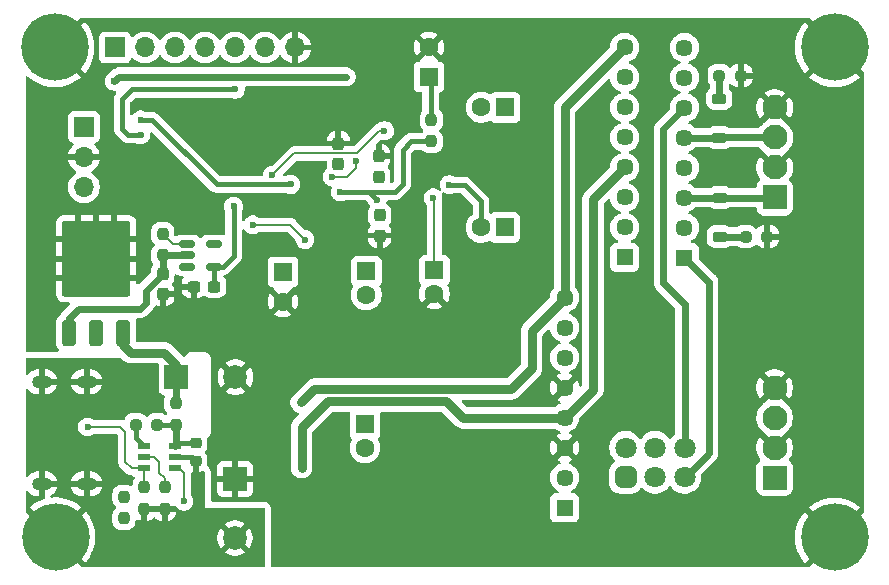
<source format=gbl>
%TF.GenerationSoftware,KiCad,Pcbnew,9.0.0*%
%TF.CreationDate,2025-03-30T14:17:43+09:00*%
%TF.ProjectId,v1000,76313030-302e-46b6-9963-61645f706362,rev?*%
%TF.SameCoordinates,Original*%
%TF.FileFunction,Copper,L2,Bot*%
%TF.FilePolarity,Positive*%
%FSLAX46Y46*%
G04 Gerber Fmt 4.6, Leading zero omitted, Abs format (unit mm)*
G04 Created by KiCad (PCBNEW 9.0.0) date 2025-03-30 14:17:43*
%MOMM*%
%LPD*%
G01*
G04 APERTURE LIST*
G04 Aperture macros list*
%AMRoundRect*
0 Rectangle with rounded corners*
0 $1 Rounding radius*
0 $2 $3 $4 $5 $6 $7 $8 $9 X,Y pos of 4 corners*
0 Add a 4 corners polygon primitive as box body*
4,1,4,$2,$3,$4,$5,$6,$7,$8,$9,$2,$3,0*
0 Add four circle primitives for the rounded corners*
1,1,$1+$1,$2,$3*
1,1,$1+$1,$4,$5*
1,1,$1+$1,$6,$7*
1,1,$1+$1,$8,$9*
0 Add four rect primitives between the rounded corners*
20,1,$1+$1,$2,$3,$4,$5,0*
20,1,$1+$1,$4,$5,$6,$7,0*
20,1,$1+$1,$6,$7,$8,$9,0*
20,1,$1+$1,$8,$9,$2,$3,0*%
G04 Aperture macros list end*
%TA.AperFunction,HeatsinkPad*%
%ADD10O,1.700000X1.100000*%
%TD*%
%TA.AperFunction,SMDPad,CuDef*%
%ADD11RoundRect,0.225000X0.375000X-0.225000X0.375000X0.225000X-0.375000X0.225000X-0.375000X-0.225000X0*%
%TD*%
%TA.AperFunction,SMDPad,CuDef*%
%ADD12RoundRect,0.225000X-0.375000X0.225000X-0.375000X-0.225000X0.375000X-0.225000X0.375000X0.225000X0*%
%TD*%
%TA.AperFunction,ComponentPad*%
%ADD13R,1.450000X1.450000*%
%TD*%
%TA.AperFunction,ComponentPad*%
%ADD14C,1.450000*%
%TD*%
%TA.AperFunction,ComponentPad*%
%ADD15R,1.600000X1.600000*%
%TD*%
%TA.AperFunction,ComponentPad*%
%ADD16C,1.600000*%
%TD*%
%TA.AperFunction,ComponentPad*%
%ADD17RoundRect,0.250001X0.799999X-0.799999X0.799999X0.799999X-0.799999X0.799999X-0.799999X-0.799999X0*%
%TD*%
%TA.AperFunction,ComponentPad*%
%ADD18C,2.100000*%
%TD*%
%TA.AperFunction,ComponentPad*%
%ADD19R,1.700000X1.700000*%
%TD*%
%TA.AperFunction,ComponentPad*%
%ADD20O,1.700000X1.700000*%
%TD*%
%TA.AperFunction,ComponentPad*%
%ADD21C,5.700000*%
%TD*%
%TA.AperFunction,ComponentPad*%
%ADD22RoundRect,0.450000X-0.450000X0.450000X-0.450000X-0.450000X0.450000X-0.450000X0.450000X0.450000X0*%
%TD*%
%TA.AperFunction,ComponentPad*%
%ADD23C,1.800000*%
%TD*%
%TA.AperFunction,ComponentPad*%
%ADD24R,2.000000X2.000000*%
%TD*%
%TA.AperFunction,ComponentPad*%
%ADD25C,2.000000*%
%TD*%
%TA.AperFunction,SMDPad,CuDef*%
%ADD26RoundRect,0.237500X0.237500X-0.300000X0.237500X0.300000X-0.237500X0.300000X-0.237500X-0.300000X0*%
%TD*%
%TA.AperFunction,SMDPad,CuDef*%
%ADD27RoundRect,0.250000X0.350000X-0.850000X0.350000X0.850000X-0.350000X0.850000X-0.350000X-0.850000X0*%
%TD*%
%TA.AperFunction,SMDPad,CuDef*%
%ADD28RoundRect,0.250000X1.125000X-1.275000X1.125000X1.275000X-1.125000X1.275000X-1.125000X-1.275000X0*%
%TD*%
%TA.AperFunction,SMDPad,CuDef*%
%ADD29RoundRect,0.249997X2.650003X-2.950003X2.650003X2.950003X-2.650003X2.950003X-2.650003X-2.950003X0*%
%TD*%
%TA.AperFunction,SMDPad,CuDef*%
%ADD30RoundRect,0.237500X-0.237500X0.250000X-0.237500X-0.250000X0.237500X-0.250000X0.237500X0.250000X0*%
%TD*%
%TA.AperFunction,SMDPad,CuDef*%
%ADD31RoundRect,0.225000X-0.250000X0.225000X-0.250000X-0.225000X0.250000X-0.225000X0.250000X0.225000X0*%
%TD*%
%TA.AperFunction,SMDPad,CuDef*%
%ADD32RoundRect,0.237500X-0.300000X-0.237500X0.300000X-0.237500X0.300000X0.237500X-0.300000X0.237500X0*%
%TD*%
%TA.AperFunction,SMDPad,CuDef*%
%ADD33RoundRect,0.237500X0.250000X0.237500X-0.250000X0.237500X-0.250000X-0.237500X0.250000X-0.237500X0*%
%TD*%
%TA.AperFunction,SMDPad,CuDef*%
%ADD34R,1.100000X0.600000*%
%TD*%
%TA.AperFunction,SMDPad,CuDef*%
%ADD35RoundRect,0.237500X-0.250000X-0.237500X0.250000X-0.237500X0.250000X0.237500X-0.250000X0.237500X0*%
%TD*%
%TA.AperFunction,SMDPad,CuDef*%
%ADD36RoundRect,0.237500X0.237500X-0.250000X0.237500X0.250000X-0.237500X0.250000X-0.237500X-0.250000X0*%
%TD*%
%TA.AperFunction,SMDPad,CuDef*%
%ADD37RoundRect,0.237500X-0.237500X0.300000X-0.237500X-0.300000X0.237500X-0.300000X0.237500X0.300000X0*%
%TD*%
%TA.AperFunction,SMDPad,CuDef*%
%ADD38RoundRect,0.150000X-0.512500X-0.150000X0.512500X-0.150000X0.512500X0.150000X-0.512500X0.150000X0*%
%TD*%
%TA.AperFunction,ViaPad*%
%ADD39C,0.600000*%
%TD*%
%TA.AperFunction,Conductor*%
%ADD40C,0.400000*%
%TD*%
%TA.AperFunction,Conductor*%
%ADD41C,0.600000*%
%TD*%
%TA.AperFunction,Conductor*%
%ADD42C,0.200000*%
%TD*%
%TA.AperFunction,Conductor*%
%ADD43C,0.800000*%
%TD*%
G04 APERTURE END LIST*
D10*
%TO.P,J3,S1,SHIELD*%
%TO.N,-15V*%
X65670000Y-111320000D03*
X61870000Y-111320000D03*
X65670000Y-119960000D03*
X61870000Y-119960000D03*
%TD*%
D11*
%TO.P,D6,1,K*%
%TO.N,Net-(D6-K)*%
X119270000Y-99020000D03*
%TO.P,D6,2,A*%
%TO.N,Net-(D6-A)*%
X119270000Y-95720000D03*
%TD*%
D12*
%TO.P,D5,1,K*%
%TO.N,Net-(D5-K)*%
X119240000Y-87340000D03*
%TO.P,D5,2,A*%
%TO.N,Net-(D5-A)*%
X119240000Y-90640000D03*
%TD*%
D13*
%TO.P,U3,1*%
%TO.N,Net-(C16-Pad2)*%
X106140000Y-121990000D03*
D14*
%TO.P,U3,2,-*%
%TO.N,Net-(U3A--)*%
X106140000Y-119450000D03*
%TO.P,U3,3,+*%
%TO.N,GND*%
X106140000Y-116910000D03*
%TO.P,U3,4,V-*%
%TO.N,-15V*%
X106140000Y-114370000D03*
%TO.P,U3,5,+*%
%TO.N,GND*%
X106140000Y-111830000D03*
%TO.P,U3,6,-*%
%TO.N,Net-(U3B--)*%
X106140000Y-109290000D03*
%TO.P,U3,7*%
%TO.N,Net-(C12-Pad2)*%
X106140000Y-106750000D03*
%TO.P,U3,8,V+*%
%TO.N,+15V*%
X106140000Y-104210000D03*
%TD*%
D15*
%TO.P,C5,1*%
%TO.N,Net-(C5-Pad1)*%
X101080000Y-88090000D03*
D16*
%TO.P,C5,2*%
%TO.N,Net-(U1-RIN+)*%
X99080000Y-88090000D03*
%TD*%
D17*
%TO.P,J1,1,Pin_1*%
%TO.N,Net-(J1-Pin_1)*%
X123920000Y-119420000D03*
D18*
%TO.P,J1,2,Pin_2*%
%TO.N,GND*%
X123920000Y-116880000D03*
%TO.P,J1,3,Pin_3*%
%TO.N,Net-(J1-Pin_3)*%
X123920000Y-114340000D03*
%TO.P,J1,4,Pin_4*%
%TO.N,GND*%
X123920000Y-111800000D03*
%TD*%
D19*
%TO.P,J4,1,Pin_1*%
%TO.N,+5V*%
X68080000Y-83010000D03*
D20*
%TO.P,J4,2,Pin_2*%
%TO.N,Net-(IC1-PROG0{slash}SDATA)*%
X70620000Y-83010000D03*
%TO.P,J4,3,Pin_3*%
%TO.N,Net-(IC1-PROG1{slash}SCLK)*%
X73160000Y-83010000D03*
%TO.P,J4,4,Pin_4*%
%TO.N,Net-(IC1-PROG2)*%
X75700000Y-83010000D03*
%TO.P,J4,5,Pin_5*%
%TO.N,Net-(IC1-PROG3)*%
X78240000Y-83010000D03*
%TO.P,J4,6,Pin_6*%
%TO.N,Net-(IC1-INT{slash}EXT_)*%
X80780000Y-83010000D03*
%TO.P,J4,7,Pin_7*%
%TO.N,GND*%
X83320000Y-83010000D03*
%TD*%
D19*
%TO.P,Y1,1,1*%
%TO.N,Net-(IC1-XTALLN)*%
X65440000Y-89750000D03*
D20*
%TO.P,Y1,2,2*%
%TO.N,GND*%
X65440000Y-92290000D03*
%TO.P,Y1,3,3*%
%TO.N,Net-(IC1-XTALOUT)*%
X65440000Y-94830000D03*
%TD*%
D21*
%TO.P,REF\u002A\u002A,1*%
%TO.N,-15V*%
X63040000Y-124460000D03*
%TD*%
D13*
%TO.P,U2,1*%
%TO.N,Net-(U2A--)*%
X111220000Y-100790000D03*
D14*
%TO.P,U2,2,-*%
X111220000Y-98250000D03*
%TO.P,U2,3,+*%
%TO.N,Net-(U2A-+)*%
X111220000Y-95710000D03*
%TO.P,U2,4,V-*%
%TO.N,-15V*%
X111220000Y-93170000D03*
%TO.P,U2,5,+*%
%TO.N,Net-(U2B-+)*%
X111220000Y-90630000D03*
%TO.P,U2,6,-*%
%TO.N,Net-(U2B--)*%
X111220000Y-88090000D03*
%TO.P,U2,7*%
X111220000Y-85550000D03*
%TO.P,U2,8,V+*%
%TO.N,+15V*%
X111220000Y-83010000D03*
%TD*%
D22*
%TO.P,RV1,1,1*%
%TO.N,Net-(C16-Pad2)*%
X111310000Y-119380000D03*
D23*
%TO.P,RV1,2,2*%
%TO.N,Net-(J1-Pin_1)*%
X113810000Y-119380000D03*
%TO.P,RV1,3,3*%
%TO.N,Net-(U2A-+)*%
X116310000Y-119380000D03*
%TO.P,RV1,4,4*%
%TO.N,Net-(C12-Pad2)*%
X111310000Y-116880000D03*
%TO.P,RV1,5,5*%
%TO.N,Net-(J1-Pin_3)*%
X113810000Y-116880000D03*
%TO.P,RV1,6,6*%
%TO.N,Net-(U2B-+)*%
X116310000Y-116880000D03*
%TD*%
D21*
%TO.P,,1*%
%TO.N,GND*%
X129000000Y-83010000D03*
%TD*%
D15*
%TO.P,C19,1*%
%TO.N,Net-(U1-VA)*%
X94650000Y-85500000D03*
D16*
%TO.P,C19,2*%
%TO.N,GND*%
X94650000Y-83000000D03*
%TD*%
D15*
%TO.P,C13,1*%
%TO.N,Net-(U1-LOUT+)*%
X89240000Y-114900000D03*
D16*
%TO.P,C13,2*%
%TO.N,Net-(C13-Pad2)*%
X89240000Y-116900000D03*
%TD*%
D21*
%TO.P,,1*%
%TO.N,GND*%
X62980000Y-83010000D03*
%TD*%
D24*
%TO.P,C21,1*%
%TO.N,+15V*%
X73270000Y-110920000D03*
D25*
%TO.P,C21,2*%
%TO.N,GND*%
X78270000Y-110920000D03*
%TD*%
D24*
%TO.P,C22,1*%
%TO.N,GND*%
X78230000Y-119540000D03*
D25*
%TO.P,C22,2*%
%TO.N,-15V*%
X78230000Y-124540000D03*
%TD*%
D13*
%TO.P,U4,1*%
%TO.N,Net-(U2A-+)*%
X116290000Y-100800000D03*
D14*
%TO.P,U4,2,-*%
X116290000Y-98260000D03*
%TO.P,U4,3,+*%
%TO.N,Net-(D6-A)*%
X116290000Y-95720000D03*
%TO.P,U4,4,V-*%
%TO.N,-15V*%
X116290000Y-93180000D03*
%TO.P,U4,5,+*%
%TO.N,Net-(D5-A)*%
X116290000Y-90640000D03*
%TO.P,U4,6,-*%
%TO.N,Net-(U2B-+)*%
X116290000Y-88100000D03*
%TO.P,U4,7*%
X116290000Y-85560000D03*
%TO.P,U4,8,V+*%
%TO.N,+15V*%
X116290000Y-83020000D03*
%TD*%
D15*
%TO.P,C18,1*%
%TO.N,Net-(U1-DEM0)*%
X82290000Y-102020000D03*
D16*
%TO.P,C18,2*%
%TO.N,GND*%
X82290000Y-104520000D03*
%TD*%
D15*
%TO.P,C4,1*%
%TO.N,Net-(U1-LIN-)*%
X95120000Y-101870000D03*
D16*
%TO.P,C4,2*%
%TO.N,GND*%
X95120000Y-103870000D03*
%TD*%
D15*
%TO.P,C8,1*%
%TO.N,Net-(C8-Pad1)*%
X101060000Y-98250000D03*
D16*
%TO.P,C8,2*%
%TO.N,Net-(U1-LIN+)*%
X99060000Y-98250000D03*
%TD*%
D17*
%TO.P,J2,1,Pin_1*%
%TO.N,Net-(D6-A)*%
X123930000Y-95710000D03*
D18*
%TO.P,J2,2,Pin_2*%
%TO.N,GND*%
X123930000Y-93170000D03*
%TO.P,J2,3,Pin_3*%
%TO.N,Net-(D5-A)*%
X123930000Y-90630000D03*
%TO.P,J2,4,Pin_4*%
%TO.N,GND*%
X123930000Y-88090000D03*
%TD*%
D21*
%TO.P,,1*%
%TO.N,GND*%
X129000000Y-124490000D03*
%TD*%
D15*
%TO.P,C11,1*%
%TO.N,Net-(U1-ROUT+)*%
X89360000Y-101964888D03*
D16*
%TO.P,C11,2*%
%TO.N,Net-(C11-Pad2)*%
X89360000Y-103964888D03*
%TD*%
D26*
%TO.P,C20,1*%
%TO.N,Net-(U1-VA)*%
X90390000Y-93950000D03*
%TO.P,C20,2*%
%TO.N,GND*%
X90390000Y-92225000D03*
%TD*%
D27*
%TO.P,U5,1,IN*%
%TO.N,+15V*%
X68770000Y-107190000D03*
%TO.P,U5,2,GND*%
%TO.N,GND*%
X66490000Y-107190000D03*
D28*
X64965000Y-102565000D03*
X68015000Y-102565000D03*
D29*
X66490000Y-100890000D03*
D28*
X64965000Y-99215000D03*
X68015000Y-99215000D03*
D27*
%TO.P,U5,3,OUT*%
%TO.N,+5V*%
X64210000Y-107190000D03*
%TD*%
D30*
%TO.P,R22,1*%
%TO.N,Net-(IC2-CC1)*%
X70540000Y-120247500D03*
%TO.P,R22,2*%
%TO.N,-15V*%
X70540000Y-122072500D03*
%TD*%
D26*
%TO.P,C2,1*%
%TO.N,GND*%
X72120000Y-103875000D03*
%TO.P,C2,2*%
%TO.N,+5V*%
X72120000Y-102150000D03*
%TD*%
D31*
%TO.P,C25,1*%
%TO.N,Net-(IC2-VDD)*%
X74910000Y-116470000D03*
%TO.P,C25,2*%
%TO.N,-15V*%
X74910000Y-118020000D03*
%TD*%
D26*
%TO.P,C17,1*%
%TO.N,Net-(U1-DEM0)*%
X86980000Y-92870000D03*
%TO.P,C17,2*%
%TO.N,GND*%
X86980000Y-91145000D03*
%TD*%
D32*
%TO.P,C1,1*%
%TO.N,GND*%
X74745000Y-103260000D03*
%TO.P,C1,2*%
%TO.N,+3.3V*%
X76470000Y-103260000D03*
%TD*%
D33*
%TO.P,R19,1*%
%TO.N,GND*%
X121062500Y-85400000D03*
%TO.P,R19,2*%
%TO.N,Net-(D5-K)*%
X119237500Y-85400000D03*
%TD*%
D30*
%TO.P,R23,1*%
%TO.N,Net-(IC2-CC2)*%
X72280000Y-120260000D03*
%TO.P,R23,2*%
%TO.N,-15V*%
X72280000Y-122085000D03*
%TD*%
D34*
%TO.P,IC2,1,VDD*%
%TO.N,Net-(IC2-VDD)*%
X73140000Y-116740000D03*
%TO.P,IC2,2,GND*%
%TO.N,-15V*%
X73140000Y-117690000D03*
%TO.P,IC2,3,PG*%
%TO.N,Net-(D2-K)*%
X73140000Y-118640000D03*
%TO.P,IC2,4,CC1*%
%TO.N,Net-(IC2-CC1)*%
X70540000Y-118640000D03*
%TO.P,IC2,5,CC2*%
%TO.N,Net-(IC2-CC2)*%
X70540000Y-117690000D03*
%TO.P,IC2,6,CFG*%
%TO.N,Net-(IC2-CFG)*%
X70540000Y-116740000D03*
%TD*%
D33*
%TO.P,R18,1*%
%TO.N,GND*%
X123292500Y-99020000D03*
%TO.P,R18,2*%
%TO.N,Net-(D6-K)*%
X121467500Y-99020000D03*
%TD*%
D35*
%TO.P,R24,1*%
%TO.N,Net-(IC2-CFG)*%
X69835000Y-114950000D03*
%TO.P,R24,2*%
%TO.N,Net-(IC2-VDD)*%
X71660000Y-114950000D03*
%TD*%
D30*
%TO.P,R15,1*%
%TO.N,Net-(U1-VA)*%
X94860000Y-89137500D03*
%TO.P,R15,2*%
%TO.N,Net-(U1-DEM0)*%
X94860000Y-90962500D03*
%TD*%
D36*
%TO.P,R20,1*%
%TO.N,Net-(IC2-VDD)*%
X73220000Y-114942500D03*
%TO.P,R20,2*%
%TO.N,+15V*%
X73220000Y-113117500D03*
%TD*%
D30*
%TO.P,R16,1*%
%TO.N,Net-(U6-~{Inhibit})*%
X72120000Y-98785000D03*
%TO.P,R16,2*%
%TO.N,+5V*%
X72120000Y-100610000D03*
%TD*%
D37*
%TO.P,C3,1*%
%TO.N,Net-(U1-LIN-)*%
X90490000Y-97205000D03*
%TO.P,C3,2*%
%TO.N,GND*%
X90490000Y-98930000D03*
%TD*%
D30*
%TO.P,R21,1*%
%TO.N,+15V*%
X68830000Y-121037500D03*
%TO.P,R21,2*%
%TO.N,Net-(D2-A)*%
X68830000Y-122862500D03*
%TD*%
D38*
%TO.P,U6,1,GND*%
%TO.N,GND*%
X74182500Y-101560000D03*
%TO.P,U6,2,VI*%
%TO.N,+5V*%
X74182500Y-100610000D03*
%TO.P,U6,3,~{Inhibit}*%
%TO.N,Net-(U6-~{Inhibit})*%
X74182500Y-99660000D03*
%TO.P,U6,4,Vo_Adj*%
%TO.N,unconnected-(U6-Vo_Adj-Pad4)*%
X76457500Y-99660000D03*
%TO.P,U6,5,VO*%
%TO.N,+3.3V*%
X76457500Y-101560000D03*
%TD*%
D39*
%TO.N,GND*%
X74745000Y-103260000D03*
%TO.N,+5V*%
X72120000Y-100610000D03*
%TO.N,GND*%
X120360000Y-93170000D03*
%TO.N,-15V*%
X65750000Y-118390000D03*
X65750000Y-112890000D03*
%TO.N,+15V*%
X68830000Y-121037500D03*
%TO.N,Net-(IC2-CC1)*%
X65750000Y-115140000D03*
%TO.N,GND*%
X66490000Y-107190000D03*
X86700000Y-97830000D03*
X72120000Y-103875000D03*
X74182500Y-101560000D03*
X83300000Y-93300000D03*
X64965000Y-102565000D03*
X83320000Y-96110000D03*
X94050000Y-92990000D03*
X118130000Y-119360000D03*
X67050000Y-92350000D03*
X86980000Y-91145000D03*
X68015000Y-102565000D03*
X79740000Y-92955000D03*
X93960000Y-98620000D03*
%TO.N,Net-(U1-LIN-)*%
X95000000Y-95750000D03*
X90490000Y-97205000D03*
%TO.N,Net-(U1-LIN+)*%
X96394000Y-94629000D03*
%TO.N,Net-(U1-DEM0)*%
X90280000Y-95910000D03*
X86960000Y-92870000D03*
X87150000Y-95240000D03*
%TO.N,Net-(U1-VA)*%
X90390000Y-93950000D03*
%TO.N,+15V*%
X83830000Y-113060000D03*
X68770000Y-107190000D03*
%TO.N,Net-(IC1-DIGIN)*%
X86450000Y-93960000D03*
X88470000Y-92590000D03*
%TO.N,Net-(IC1-WORDCLK)*%
X79740000Y-98035000D03*
X84150000Y-99270000D03*
%TO.N,Net-(IC1-DIGOUT)*%
X82970000Y-94605000D03*
X70240000Y-89145000D03*
%TO.N,Net-(IC1-RESET_)*%
X90890000Y-90060000D03*
X81368000Y-93840000D03*
%TO.N,+5V*%
X87655000Y-85500000D03*
X68030000Y-85880000D03*
X64210000Y-107190000D03*
%TO.N,-15V*%
X83880000Y-118585000D03*
X73140000Y-117690000D03*
X74910000Y-118020000D03*
%TO.N,Net-(IC1-INT{slash}EXT_)*%
X78260000Y-86540000D03*
X70240000Y-90415000D03*
%TO.N,+3.3V*%
X78110000Y-96460000D03*
%TO.N,Net-(D2-K)*%
X73890000Y-121420000D03*
%TO.N,Net-(D2-A)*%
X68830000Y-122862500D03*
%TO.N,Net-(IC2-CC2)*%
X70540000Y-117690000D03*
%TD*%
D40*
%TO.N,+3.3V*%
X76457500Y-101560000D02*
X76457500Y-103247500D01*
X76457500Y-103247500D02*
X76470000Y-103260000D01*
D41*
%TO.N,+5V*%
X72120000Y-100610000D02*
X74182500Y-100610000D01*
D40*
%TO.N,+3.3V*%
X76457500Y-101560000D02*
X77210000Y-101560000D01*
X76477500Y-101580000D02*
X76457500Y-101560000D01*
X77210000Y-101560000D02*
X78110000Y-100660000D01*
D42*
%TO.N,Net-(IC2-CC1)*%
X70540000Y-118640000D02*
X69480000Y-118640000D01*
X69480000Y-118640000D02*
X68930000Y-118090000D01*
X68930000Y-115580000D02*
X68490000Y-115140000D01*
X68930000Y-118090000D02*
X68930000Y-115580000D01*
X68490000Y-115140000D02*
X65750000Y-115140000D01*
D41*
%TO.N,Net-(D6-K)*%
X121467500Y-99020000D02*
X119270000Y-99020000D01*
%TO.N,Net-(D6-A)*%
X119270000Y-95720000D02*
X123920000Y-95720000D01*
X123920000Y-95720000D02*
X123930000Y-95710000D01*
X116290000Y-95720000D02*
X119270000Y-95720000D01*
%TO.N,Net-(D5-K)*%
X119240000Y-87340000D02*
X119240000Y-85402500D01*
X119240000Y-85402500D02*
X119237500Y-85400000D01*
%TO.N,Net-(D5-A)*%
X123930000Y-90630000D02*
X119250000Y-90630000D01*
X119250000Y-90630000D02*
X119240000Y-90640000D01*
X116290000Y-90640000D02*
X119240000Y-90640000D01*
D42*
%TO.N,Net-(U1-LIN-)*%
X95120000Y-95870000D02*
X95120000Y-101870000D01*
X95000000Y-95750000D02*
X95120000Y-95870000D01*
D40*
%TO.N,Net-(U1-LIN+)*%
X96394000Y-94629000D02*
X96420000Y-94655000D01*
X99060000Y-96020000D02*
X99060000Y-98220000D01*
X96420000Y-94655000D02*
X97695000Y-94655000D01*
X97695000Y-94655000D02*
X99060000Y-96020000D01*
%TO.N,Net-(U1-DEM0)*%
X89610000Y-95240000D02*
X90280000Y-95910000D01*
X91770000Y-95240000D02*
X92420000Y-94590000D01*
X92420000Y-91670000D02*
X93127500Y-90962500D01*
X93127500Y-90962500D02*
X94860000Y-90962500D01*
X92420000Y-94590000D02*
X92420000Y-91670000D01*
X89610000Y-95240000D02*
X91770000Y-95240000D01*
X87150000Y-95240000D02*
X89610000Y-95240000D01*
%TO.N,Net-(U1-VA)*%
X94800000Y-85650000D02*
X94650000Y-85500000D01*
X94800000Y-89077500D02*
X94800000Y-85650000D01*
X94860000Y-89137500D02*
X94800000Y-89077500D01*
D43*
%TO.N,+15V*%
X103350000Y-107020000D02*
X106140000Y-104230000D01*
X106140000Y-104230000D02*
X106140000Y-104210000D01*
D41*
X73220000Y-110970000D02*
X73270000Y-110920000D01*
D43*
X106140000Y-104210000D02*
X106140000Y-88090000D01*
X69420000Y-108840000D02*
X72230000Y-108840000D01*
X68770000Y-108190000D02*
X69420000Y-108840000D01*
X72230000Y-108840000D02*
X73270000Y-109880000D01*
X101580000Y-111930000D02*
X103350000Y-110160000D01*
X68770000Y-107190000D02*
X68770000Y-108190000D01*
X103350000Y-110160000D02*
X103350000Y-107020000D01*
D41*
X73220000Y-113117500D02*
X73220000Y-110970000D01*
D43*
X106140000Y-88090000D02*
X111220000Y-83010000D01*
X73270000Y-109880000D02*
X73270000Y-110920000D01*
X84960000Y-111930000D02*
X101580000Y-111930000D01*
X83830000Y-113060000D02*
X84960000Y-111930000D01*
D42*
%TO.N,Net-(IC1-DIGIN)*%
X88470000Y-92590000D02*
X88470000Y-93190000D01*
X87700000Y-93960000D02*
X86450000Y-93960000D01*
X88470000Y-93190000D02*
X87700000Y-93960000D01*
%TO.N,Net-(IC1-WORDCLK)*%
X84150000Y-99270000D02*
X82915000Y-98035000D01*
X82915000Y-98035000D02*
X79740000Y-98035000D01*
D40*
%TO.N,Net-(IC1-DIGOUT)*%
X76670000Y-94610000D02*
X71205000Y-89145000D01*
X71205000Y-89145000D02*
X70240000Y-89145000D01*
X81745000Y-94605000D02*
X81740000Y-94610000D01*
X81740000Y-94610000D02*
X76670000Y-94610000D01*
X82970000Y-94605000D02*
X81745000Y-94605000D01*
D42*
%TO.N,Net-(IC1-RESET_)*%
X90450000Y-90060000D02*
X90890000Y-90060000D01*
X83224500Y-91983500D02*
X88526500Y-91983500D01*
X89810000Y-90700000D02*
X90450000Y-90060000D01*
X88526500Y-91983500D02*
X89810000Y-90700000D01*
X81368000Y-93840000D02*
X83224500Y-91983500D01*
D41*
%TO.N,+5V*%
X70670000Y-104640000D02*
X70160000Y-105150000D01*
X68410000Y-85500000D02*
X87655000Y-85500000D01*
X72120000Y-102150000D02*
X70670000Y-103600000D01*
X70160000Y-105150000D02*
X65010000Y-105150000D01*
X64210000Y-105950000D02*
X64210000Y-107190000D01*
X72120000Y-102150000D02*
X72120000Y-100610000D01*
X68030000Y-85880000D02*
X68410000Y-85500000D01*
X65010000Y-105150000D02*
X64210000Y-105950000D01*
X70670000Y-103600000D02*
X70670000Y-104640000D01*
%TO.N,Net-(U2A-+)*%
X118360000Y-117360000D02*
X118360000Y-102870000D01*
X118360000Y-102870000D02*
X116290000Y-100800000D01*
X116300000Y-119420000D02*
X118360000Y-117360000D01*
%TO.N,Net-(U2B-+)*%
X114470000Y-89920000D02*
X114470000Y-102910000D01*
X114470000Y-102910000D02*
X116300000Y-104740000D01*
X116300000Y-104740000D02*
X116300000Y-116920000D01*
X116290000Y-88100000D02*
X114470000Y-89920000D01*
D43*
%TO.N,-15V*%
X96091000Y-112931000D02*
X97530000Y-114370000D01*
X108540000Y-111970000D02*
X108540000Y-95850000D01*
X106140000Y-114370000D02*
X108540000Y-111970000D01*
X86099000Y-112931000D02*
X96091000Y-112931000D01*
X97530000Y-114370000D02*
X106140000Y-114370000D01*
X83880000Y-118585000D02*
X83880000Y-115150000D01*
D40*
X74580000Y-117690000D02*
X73140000Y-117690000D01*
D43*
X83880000Y-115150000D02*
X86099000Y-112931000D01*
X108540000Y-95850000D02*
X111220000Y-93170000D01*
D40*
X74910000Y-118020000D02*
X74580000Y-117690000D01*
%TO.N,Net-(IC1-INT{slash}EXT_)*%
X68660000Y-87390000D02*
X69500000Y-86550000D01*
X69185000Y-90415000D02*
X68660000Y-89890000D01*
X78250000Y-86550000D02*
X78260000Y-86540000D01*
X70240000Y-90415000D02*
X69185000Y-90415000D01*
X69500000Y-86550000D02*
X78250000Y-86550000D01*
X68660000Y-89890000D02*
X68660000Y-87390000D01*
%TO.N,+3.3V*%
X78110000Y-100660000D02*
X78110000Y-96460000D01*
D42*
%TO.N,Net-(U6-~{Inhibit})*%
X72995000Y-99660000D02*
X72120000Y-98785000D01*
X74182500Y-99660000D02*
X72995000Y-99660000D01*
D41*
%TO.N,Net-(IC2-VDD)*%
X73202500Y-114960000D02*
X73220000Y-114942500D01*
D40*
X74910000Y-116470000D02*
X73410000Y-116470000D01*
X73212500Y-114950000D02*
X73220000Y-114942500D01*
X73410000Y-116470000D02*
X73140000Y-116740000D01*
D41*
X73220000Y-116660000D02*
X73140000Y-116740000D01*
X73220000Y-114942500D02*
X73220000Y-116660000D01*
D40*
X71660000Y-114950000D02*
X73212500Y-114950000D01*
D42*
%TO.N,Net-(D2-K)*%
X73890000Y-119040000D02*
X73490000Y-118640000D01*
X73890000Y-121420000D02*
X73890000Y-119040000D01*
X73490000Y-118640000D02*
X73140000Y-118640000D01*
%TO.N,Net-(IC2-CC1)*%
X70540000Y-120247500D02*
X70540000Y-118640000D01*
D40*
%TO.N,Net-(IC2-CFG)*%
X69835000Y-116035000D02*
X70540000Y-116740000D01*
X69835000Y-114950000D02*
X69835000Y-116035000D01*
D42*
%TO.N,Net-(IC2-CC2)*%
X71400000Y-117690000D02*
X70540000Y-117690000D01*
X71840000Y-119060000D02*
X71840000Y-118130000D01*
X72280000Y-120260000D02*
X72280000Y-119500000D01*
X71840000Y-118130000D02*
X71400000Y-117690000D01*
X72280000Y-119500000D02*
X71840000Y-119060000D01*
%TD*%
%TA.AperFunction,Conductor*%
%TO.N,-15V*%
G36*
X68582177Y-109279685D02*
G01*
X68602819Y-109296319D01*
X68845958Y-109539459D01*
X68845959Y-109539460D01*
X68845962Y-109539462D01*
X68845964Y-109539464D01*
X68919707Y-109588737D01*
X68919709Y-109588739D01*
X68993454Y-109638014D01*
X69041452Y-109657895D01*
X69157334Y-109705895D01*
X69331303Y-109740499D01*
X69331307Y-109740500D01*
X69331308Y-109740500D01*
X69331309Y-109740500D01*
X71645731Y-109740500D01*
X71712770Y-109760185D01*
X71758525Y-109812989D01*
X71769110Y-109868806D01*
X71769500Y-109868806D01*
X71769500Y-109870863D01*
X71769553Y-109871143D01*
X71769500Y-109872130D01*
X71769500Y-111967870D01*
X71769501Y-111967876D01*
X71775908Y-112027483D01*
X71826202Y-112162328D01*
X71826206Y-112162335D01*
X71912452Y-112277544D01*
X71912455Y-112277547D01*
X72027664Y-112363793D01*
X72027671Y-112363797D01*
X72072618Y-112380561D01*
X72162517Y-112414091D01*
X72195866Y-112417676D01*
X72260414Y-112444413D01*
X72300263Y-112501805D01*
X72302758Y-112571630D01*
X72300315Y-112579968D01*
X72254826Y-112717244D01*
X72254825Y-112717248D01*
X72244500Y-112818315D01*
X72244500Y-113416669D01*
X72244501Y-113416687D01*
X72254825Y-113517752D01*
X72309092Y-113681515D01*
X72309093Y-113681518D01*
X72399661Y-113828351D01*
X72482193Y-113910883D01*
X72515678Y-113972206D01*
X72510694Y-114041898D01*
X72468822Y-114097831D01*
X72403358Y-114122248D01*
X72335085Y-114107396D01*
X72329424Y-114104108D01*
X72252009Y-114056358D01*
X72224018Y-114039093D01*
X72224013Y-114039091D01*
X72196578Y-114030000D01*
X72060253Y-113984826D01*
X72060251Y-113984825D01*
X71959178Y-113974500D01*
X71360830Y-113974500D01*
X71360812Y-113974501D01*
X71259747Y-113984825D01*
X71095984Y-114039092D01*
X71095981Y-114039093D01*
X70949148Y-114129661D01*
X70835181Y-114243629D01*
X70773858Y-114277114D01*
X70704166Y-114272130D01*
X70659819Y-114243629D01*
X70545851Y-114129661D01*
X70545850Y-114129660D01*
X70427009Y-114056358D01*
X70399018Y-114039093D01*
X70399013Y-114039091D01*
X70371578Y-114030000D01*
X70235253Y-113984826D01*
X70235251Y-113984825D01*
X70134178Y-113974500D01*
X69535830Y-113974500D01*
X69535812Y-113974501D01*
X69434747Y-113984825D01*
X69270984Y-114039092D01*
X69270981Y-114039093D01*
X69124148Y-114129661D01*
X69002161Y-114251648D01*
X68911593Y-114398481D01*
X68911592Y-114398484D01*
X68877539Y-114501248D01*
X68837766Y-114558693D01*
X68773249Y-114585515D01*
X68727740Y-114582018D01*
X68614729Y-114551736D01*
X68569057Y-114539499D01*
X68410943Y-114539499D01*
X68403347Y-114539499D01*
X68403331Y-114539500D01*
X66329766Y-114539500D01*
X66262727Y-114519815D01*
X66260875Y-114518602D01*
X66129185Y-114430609D01*
X66129172Y-114430602D01*
X65983501Y-114370264D01*
X65983489Y-114370261D01*
X65828845Y-114339500D01*
X65828842Y-114339500D01*
X65671158Y-114339500D01*
X65671155Y-114339500D01*
X65516510Y-114370261D01*
X65516498Y-114370264D01*
X65370827Y-114430602D01*
X65370814Y-114430609D01*
X65239711Y-114518210D01*
X65239707Y-114518213D01*
X65128213Y-114629707D01*
X65128210Y-114629711D01*
X65040609Y-114760814D01*
X65040602Y-114760827D01*
X64980264Y-114906498D01*
X64980261Y-114906510D01*
X64949500Y-115061153D01*
X64949500Y-115218846D01*
X64980261Y-115373489D01*
X64980264Y-115373501D01*
X65040602Y-115519172D01*
X65040609Y-115519185D01*
X65128210Y-115650288D01*
X65128213Y-115650292D01*
X65239707Y-115761786D01*
X65239711Y-115761789D01*
X65370814Y-115849390D01*
X65370827Y-115849397D01*
X65513234Y-115908383D01*
X65516503Y-115909737D01*
X65660636Y-115938407D01*
X65671153Y-115940499D01*
X65671156Y-115940500D01*
X65671158Y-115940500D01*
X65828844Y-115940500D01*
X65828845Y-115940499D01*
X65983497Y-115909737D01*
X66129179Y-115849394D01*
X66129185Y-115849390D01*
X66260875Y-115761398D01*
X66327553Y-115740520D01*
X66329766Y-115740500D01*
X68189903Y-115740500D01*
X68219343Y-115749144D01*
X68249330Y-115755668D01*
X68254345Y-115759422D01*
X68256942Y-115760185D01*
X68277584Y-115776819D01*
X68293181Y-115792416D01*
X68326666Y-115853739D01*
X68329500Y-115880097D01*
X68329500Y-118003330D01*
X68329499Y-118003348D01*
X68329499Y-118169054D01*
X68329498Y-118169054D01*
X68329499Y-118169057D01*
X68370423Y-118321785D01*
X68393517Y-118361785D01*
X68449477Y-118458712D01*
X68449481Y-118458717D01*
X68568349Y-118577585D01*
X68568355Y-118577590D01*
X68995139Y-119004374D01*
X68995149Y-119004385D01*
X68999479Y-119008715D01*
X68999480Y-119008716D01*
X69111284Y-119120520D01*
X69111286Y-119120521D01*
X69111290Y-119120524D01*
X69152668Y-119144413D01*
X69248216Y-119199577D01*
X69360019Y-119229534D01*
X69400942Y-119240500D01*
X69400943Y-119240500D01*
X69532389Y-119240500D01*
X69537083Y-119240857D01*
X69565536Y-119251616D01*
X69594719Y-119260185D01*
X69599178Y-119264336D01*
X69602437Y-119265569D01*
X69606752Y-119271388D01*
X69626948Y-119290191D01*
X69632454Y-119297546D01*
X69704508Y-119351486D01*
X69746378Y-119407418D01*
X69751362Y-119477110D01*
X69722608Y-119529777D01*
X69724138Y-119530987D01*
X69719661Y-119536647D01*
X69629093Y-119683481D01*
X69629091Y-119683486D01*
X69601719Y-119766088D01*
X69574826Y-119847247D01*
X69574826Y-119847248D01*
X69574825Y-119847248D01*
X69564500Y-119948315D01*
X69564500Y-120004782D01*
X69544815Y-120071821D01*
X69492011Y-120117576D01*
X69422853Y-120127520D01*
X69388795Y-120115577D01*
X69388064Y-120117146D01*
X69381518Y-120114093D01*
X69381516Y-120114092D01*
X69217753Y-120059826D01*
X69217751Y-120059825D01*
X69116678Y-120049500D01*
X68543330Y-120049500D01*
X68543312Y-120049501D01*
X68442247Y-120059825D01*
X68278484Y-120114092D01*
X68278481Y-120114093D01*
X68131648Y-120204661D01*
X68009661Y-120326648D01*
X67919093Y-120473481D01*
X67919092Y-120473484D01*
X67864826Y-120637247D01*
X67864826Y-120637248D01*
X67864825Y-120637248D01*
X67854500Y-120738315D01*
X67854500Y-121336669D01*
X67854501Y-121336687D01*
X67864825Y-121437752D01*
X67885070Y-121498846D01*
X67913005Y-121583148D01*
X67919092Y-121601515D01*
X67919093Y-121601518D01*
X68009661Y-121748351D01*
X68123629Y-121862319D01*
X68157114Y-121923642D01*
X68152130Y-121993334D01*
X68123629Y-122037681D01*
X68009661Y-122151648D01*
X67919093Y-122298481D01*
X67919091Y-122298486D01*
X67911134Y-122322500D01*
X67864826Y-122462247D01*
X67864826Y-122462248D01*
X67864825Y-122462248D01*
X67854500Y-122563315D01*
X67854500Y-123161669D01*
X67854501Y-123161687D01*
X67864825Y-123262752D01*
X67882914Y-123317340D01*
X67919092Y-123426516D01*
X68009660Y-123573350D01*
X68131650Y-123695340D01*
X68278484Y-123785908D01*
X68442247Y-123840174D01*
X68543323Y-123850500D01*
X69116676Y-123850499D01*
X69116684Y-123850498D01*
X69116687Y-123850498D01*
X69172030Y-123844844D01*
X69217753Y-123840174D01*
X69381516Y-123785908D01*
X69528350Y-123695340D01*
X69650340Y-123573350D01*
X69740908Y-123426516D01*
X69795174Y-123262753D01*
X69805500Y-123161677D01*
X69805499Y-123104628D01*
X69825182Y-123037592D01*
X69877986Y-122991836D01*
X69947144Y-122981892D01*
X69981278Y-122994265D01*
X69982149Y-122992399D01*
X69988699Y-122995453D01*
X70152347Y-123049680D01*
X70253352Y-123059999D01*
X70290000Y-123059999D01*
X70790000Y-123059999D01*
X70826640Y-123059999D01*
X70826654Y-123059998D01*
X70927652Y-123049680D01*
X71091300Y-122995453D01*
X71091311Y-122995448D01*
X71238033Y-122904948D01*
X71316067Y-122826914D01*
X71377390Y-122793429D01*
X71447082Y-122798413D01*
X71491430Y-122826913D01*
X71581965Y-122917447D01*
X71728688Y-123007948D01*
X71728699Y-123007953D01*
X71892347Y-123062180D01*
X71993352Y-123072499D01*
X72030000Y-123072499D01*
X72530000Y-123072499D01*
X72566640Y-123072499D01*
X72566654Y-123072498D01*
X72667652Y-123062180D01*
X72831300Y-123007953D01*
X72831311Y-123007948D01*
X72978034Y-122917447D01*
X72978038Y-122917444D01*
X73099944Y-122795538D01*
X73099947Y-122795534D01*
X73190448Y-122648811D01*
X73190453Y-122648800D01*
X73244680Y-122485152D01*
X73254999Y-122384154D01*
X73255000Y-122384141D01*
X73255000Y-122335000D01*
X72530000Y-122335000D01*
X72530000Y-123072499D01*
X72030000Y-123072499D01*
X72030000Y-122335000D01*
X71238862Y-122335000D01*
X71196292Y-122322500D01*
X70790000Y-122322500D01*
X70790000Y-123059999D01*
X70290000Y-123059999D01*
X70290000Y-122196500D01*
X70309685Y-122129461D01*
X70362489Y-122083706D01*
X70414000Y-122072500D01*
X70540000Y-122072500D01*
X70540000Y-121946500D01*
X70559685Y-121879461D01*
X70612489Y-121833706D01*
X70664000Y-121822500D01*
X71581138Y-121822500D01*
X71623708Y-121835000D01*
X73138261Y-121835000D01*
X73205300Y-121854685D01*
X73241363Y-121890109D01*
X73268210Y-121930288D01*
X73268213Y-121930292D01*
X73379707Y-122041786D01*
X73379711Y-122041789D01*
X73510814Y-122129390D01*
X73510827Y-122129397D01*
X73656498Y-122189735D01*
X73656503Y-122189737D01*
X73811153Y-122220499D01*
X73811156Y-122220500D01*
X73811158Y-122220500D01*
X73968844Y-122220500D01*
X73968845Y-122220499D01*
X74123497Y-122189737D01*
X74269179Y-122129394D01*
X74400289Y-122041789D01*
X74511789Y-121930289D01*
X74599394Y-121799179D01*
X74659737Y-121653497D01*
X74690500Y-121498842D01*
X74690500Y-121341158D01*
X74690500Y-121341155D01*
X74690499Y-121341153D01*
X74682715Y-121302022D01*
X74659737Y-121186503D01*
X74658455Y-121183408D01*
X74599397Y-121040827D01*
X74599390Y-121040814D01*
X74511398Y-120909125D01*
X74490520Y-120842447D01*
X74490500Y-120840234D01*
X74490500Y-119093999D01*
X74510185Y-119026960D01*
X74562989Y-118981205D01*
X74614499Y-118969999D01*
X74659999Y-118969998D01*
X74660000Y-118969998D01*
X74660000Y-118144000D01*
X74679685Y-118076961D01*
X74732489Y-118031206D01*
X74784000Y-118020000D01*
X75036000Y-118020000D01*
X75103039Y-118039685D01*
X75148794Y-118092489D01*
X75160000Y-118144000D01*
X75160000Y-118969999D01*
X75208308Y-118969999D01*
X75208322Y-118969998D01*
X75307607Y-118959855D01*
X75468481Y-118906547D01*
X75468487Y-118906544D01*
X75498565Y-118887992D01*
X75565957Y-118869551D01*
X75632621Y-118890472D01*
X75677391Y-118944114D01*
X75687663Y-118993432D01*
X75690000Y-121960000D01*
X80656000Y-121960000D01*
X80723039Y-121979685D01*
X80768794Y-122032489D01*
X80780000Y-122084000D01*
X80780000Y-126875500D01*
X80760315Y-126942539D01*
X80707511Y-126988294D01*
X80656000Y-126999500D01*
X65277309Y-126999500D01*
X65210270Y-126979815D01*
X65189628Y-126963181D01*
X63980698Y-125754251D01*
X64082330Y-125680412D01*
X64260412Y-125502330D01*
X64334251Y-125400699D01*
X65579634Y-126646082D01*
X65579635Y-126646081D01*
X65733986Y-126458004D01*
X65916851Y-126184327D01*
X65916862Y-126184309D01*
X66072012Y-125894044D01*
X66072014Y-125894039D01*
X66165666Y-125667946D01*
X66165666Y-125667944D01*
X66197972Y-125589950D01*
X66293524Y-125274961D01*
X66293525Y-125274956D01*
X66357738Y-124952139D01*
X66390000Y-124624571D01*
X66390000Y-124421947D01*
X76730000Y-124421947D01*
X76730000Y-124658052D01*
X76766934Y-124891247D01*
X76839897Y-125115802D01*
X76947087Y-125326174D01*
X77007338Y-125409104D01*
X77007340Y-125409105D01*
X77747037Y-124669408D01*
X77764075Y-124732993D01*
X77829901Y-124847007D01*
X77922993Y-124940099D01*
X78037007Y-125005925D01*
X78100590Y-125022962D01*
X77360893Y-125762658D01*
X77443828Y-125822914D01*
X77654197Y-125930102D01*
X77878752Y-126003065D01*
X77878751Y-126003065D01*
X78111948Y-126040000D01*
X78348052Y-126040000D01*
X78581247Y-126003065D01*
X78805802Y-125930102D01*
X79016163Y-125822918D01*
X79016169Y-125822914D01*
X79099104Y-125762658D01*
X79099105Y-125762658D01*
X78359408Y-125022962D01*
X78422993Y-125005925D01*
X78537007Y-124940099D01*
X78630099Y-124847007D01*
X78695925Y-124732993D01*
X78712962Y-124669409D01*
X79452658Y-125409105D01*
X79452658Y-125409104D01*
X79512914Y-125326169D01*
X79512918Y-125326163D01*
X79620102Y-125115802D01*
X79693065Y-124891247D01*
X79730000Y-124658052D01*
X79730000Y-124421947D01*
X79693065Y-124188752D01*
X79620102Y-123964197D01*
X79512914Y-123753828D01*
X79452658Y-123670894D01*
X79452658Y-123670893D01*
X78712962Y-124410590D01*
X78695925Y-124347007D01*
X78630099Y-124232993D01*
X78537007Y-124139901D01*
X78422993Y-124074075D01*
X78359409Y-124057037D01*
X79099105Y-123317340D01*
X79099104Y-123317338D01*
X79016174Y-123257087D01*
X78805802Y-123149897D01*
X78581247Y-123076934D01*
X78581248Y-123076934D01*
X78348052Y-123040000D01*
X78111948Y-123040000D01*
X77878752Y-123076934D01*
X77654197Y-123149897D01*
X77443830Y-123257084D01*
X77360894Y-123317340D01*
X78100591Y-124057037D01*
X78037007Y-124074075D01*
X77922993Y-124139901D01*
X77829901Y-124232993D01*
X77764075Y-124347007D01*
X77747037Y-124410591D01*
X77007340Y-123670894D01*
X76947084Y-123753830D01*
X76839897Y-123964197D01*
X76766934Y-124188752D01*
X76730000Y-124421947D01*
X66390000Y-124421947D01*
X66390000Y-124295428D01*
X66357738Y-123967860D01*
X66293525Y-123645043D01*
X66293524Y-123645038D01*
X66197974Y-123330053D01*
X66072014Y-123025960D01*
X66072012Y-123025955D01*
X65916862Y-122735690D01*
X65916851Y-122735672D01*
X65733992Y-122462004D01*
X65733989Y-122462000D01*
X65579634Y-122273917D01*
X65579633Y-122273917D01*
X64334250Y-123519300D01*
X64260412Y-123417670D01*
X64082330Y-123239588D01*
X63980697Y-123165747D01*
X65226081Y-121920365D01*
X65226081Y-121920364D01*
X65037999Y-121766010D01*
X65037995Y-121766007D01*
X64764327Y-121583148D01*
X64764309Y-121583137D01*
X64474044Y-121427987D01*
X64474039Y-121427985D01*
X64169946Y-121302025D01*
X63854961Y-121206475D01*
X63854956Y-121206474D01*
X63532139Y-121142261D01*
X63204572Y-121110000D01*
X62875428Y-121110000D01*
X62737330Y-121123601D01*
X62668684Y-121110582D01*
X62617974Y-121062517D01*
X62601299Y-120994666D01*
X62623955Y-120928571D01*
X62662660Y-120894426D01*
X62662297Y-120893883D01*
X62666332Y-120891186D01*
X62666730Y-120890836D01*
X62667365Y-120890496D01*
X62839335Y-120775589D01*
X62839339Y-120775586D01*
X62985586Y-120629339D01*
X62985589Y-120629335D01*
X63100494Y-120457368D01*
X63100499Y-120457358D01*
X63179648Y-120266276D01*
X63179649Y-120266274D01*
X63190843Y-120210000D01*
X62336988Y-120210000D01*
X62354205Y-120200060D01*
X62410060Y-120144205D01*
X62449556Y-120075796D01*
X62470000Y-119999496D01*
X62470000Y-119920504D01*
X62449556Y-119844204D01*
X62410060Y-119775795D01*
X62354205Y-119719940D01*
X62336988Y-119710000D01*
X63190843Y-119710000D01*
X64349157Y-119710000D01*
X65203012Y-119710000D01*
X65185795Y-119719940D01*
X65129940Y-119775795D01*
X65090444Y-119844204D01*
X65070000Y-119920504D01*
X65070000Y-119999496D01*
X65090444Y-120075796D01*
X65129940Y-120144205D01*
X65185795Y-120200060D01*
X65203012Y-120210000D01*
X64349157Y-120210000D01*
X64360350Y-120266274D01*
X64360351Y-120266276D01*
X64439500Y-120457358D01*
X64439505Y-120457368D01*
X64554410Y-120629335D01*
X64554413Y-120629339D01*
X64700660Y-120775586D01*
X64700664Y-120775589D01*
X64872631Y-120890494D01*
X64872641Y-120890499D01*
X65063725Y-120969649D01*
X65063733Y-120969651D01*
X65266579Y-121009999D01*
X65266583Y-121010000D01*
X65420000Y-121010000D01*
X65420000Y-120260000D01*
X65920000Y-120260000D01*
X65920000Y-121010000D01*
X66073417Y-121010000D01*
X66073420Y-121009999D01*
X66276266Y-120969651D01*
X66276274Y-120969649D01*
X66467358Y-120890499D01*
X66467368Y-120890494D01*
X66639335Y-120775589D01*
X66639339Y-120775586D01*
X66785586Y-120629339D01*
X66785589Y-120629335D01*
X66900494Y-120457368D01*
X66900499Y-120457358D01*
X66979648Y-120266276D01*
X66979649Y-120266274D01*
X66990843Y-120210000D01*
X66136988Y-120210000D01*
X66154205Y-120200060D01*
X66210060Y-120144205D01*
X66249556Y-120075796D01*
X66270000Y-119999496D01*
X66270000Y-119920504D01*
X66249556Y-119844204D01*
X66210060Y-119775795D01*
X66154205Y-119719940D01*
X66136988Y-119710000D01*
X66990843Y-119710000D01*
X66979649Y-119653725D01*
X66979648Y-119653723D01*
X66900499Y-119462641D01*
X66900494Y-119462631D01*
X66785589Y-119290664D01*
X66785586Y-119290660D01*
X66639339Y-119144413D01*
X66639335Y-119144410D01*
X66467368Y-119029505D01*
X66467358Y-119029500D01*
X66276274Y-118950350D01*
X66276266Y-118950348D01*
X66073420Y-118910000D01*
X65920000Y-118910000D01*
X65920000Y-119660000D01*
X65420000Y-119660000D01*
X65420000Y-118910000D01*
X65266579Y-118910000D01*
X65063733Y-118950348D01*
X65063725Y-118950350D01*
X64872641Y-119029500D01*
X64872631Y-119029505D01*
X64700664Y-119144410D01*
X64700660Y-119144413D01*
X64554413Y-119290660D01*
X64554410Y-119290664D01*
X64439505Y-119462631D01*
X64439500Y-119462641D01*
X64360351Y-119653723D01*
X64360350Y-119653725D01*
X64349157Y-119710000D01*
X63190843Y-119710000D01*
X63179649Y-119653725D01*
X63179648Y-119653723D01*
X63100499Y-119462641D01*
X63100494Y-119462631D01*
X62985589Y-119290664D01*
X62985586Y-119290660D01*
X62839339Y-119144413D01*
X62839335Y-119144410D01*
X62667368Y-119029505D01*
X62667358Y-119029500D01*
X62476274Y-118950350D01*
X62476266Y-118950348D01*
X62273420Y-118910000D01*
X62120000Y-118910000D01*
X62120000Y-119660000D01*
X61620000Y-119660000D01*
X61620000Y-118910000D01*
X61466579Y-118910000D01*
X61263733Y-118950348D01*
X61263725Y-118950350D01*
X61072641Y-119029500D01*
X61072631Y-119029505D01*
X60900664Y-119144410D01*
X60900660Y-119144413D01*
X60754413Y-119290660D01*
X60754410Y-119290664D01*
X60727602Y-119330786D01*
X60673990Y-119375591D01*
X60604665Y-119384298D01*
X60541638Y-119354144D01*
X60504918Y-119294701D01*
X60500500Y-119261895D01*
X60500500Y-112018104D01*
X60520185Y-111951065D01*
X60572989Y-111905310D01*
X60642147Y-111895366D01*
X60705703Y-111924391D01*
X60727603Y-111949214D01*
X60754412Y-111989338D01*
X60900660Y-112135586D01*
X60900664Y-112135589D01*
X61072631Y-112250494D01*
X61072641Y-112250499D01*
X61263725Y-112329649D01*
X61263733Y-112329651D01*
X61466579Y-112369999D01*
X61466583Y-112370000D01*
X61620000Y-112370000D01*
X61620000Y-111620000D01*
X62120000Y-111620000D01*
X62120000Y-112370000D01*
X62273417Y-112370000D01*
X62273420Y-112369999D01*
X62476266Y-112329651D01*
X62476274Y-112329649D01*
X62667358Y-112250499D01*
X62667368Y-112250494D01*
X62839335Y-112135589D01*
X62839339Y-112135586D01*
X62985586Y-111989339D01*
X62985589Y-111989335D01*
X63100494Y-111817368D01*
X63100499Y-111817358D01*
X63179648Y-111626276D01*
X63179649Y-111626274D01*
X63190843Y-111570000D01*
X62336988Y-111570000D01*
X62354205Y-111560060D01*
X62410060Y-111504205D01*
X62449556Y-111435796D01*
X62470000Y-111359496D01*
X62470000Y-111280504D01*
X62449556Y-111204204D01*
X62410060Y-111135795D01*
X62354205Y-111079940D01*
X62336988Y-111070000D01*
X63190843Y-111070000D01*
X64349157Y-111070000D01*
X65203012Y-111070000D01*
X65185795Y-111079940D01*
X65129940Y-111135795D01*
X65090444Y-111204204D01*
X65070000Y-111280504D01*
X65070000Y-111359496D01*
X65090444Y-111435796D01*
X65129940Y-111504205D01*
X65185795Y-111560060D01*
X65203012Y-111570000D01*
X64349157Y-111570000D01*
X64360350Y-111626274D01*
X64360351Y-111626276D01*
X64439500Y-111817358D01*
X64439505Y-111817368D01*
X64554410Y-111989335D01*
X64554413Y-111989339D01*
X64700660Y-112135586D01*
X64700664Y-112135589D01*
X64872631Y-112250494D01*
X64872641Y-112250499D01*
X65063725Y-112329649D01*
X65063733Y-112329651D01*
X65266579Y-112369999D01*
X65266583Y-112370000D01*
X65420000Y-112370000D01*
X65420000Y-111620000D01*
X65920000Y-111620000D01*
X65920000Y-112370000D01*
X66073417Y-112370000D01*
X66073420Y-112369999D01*
X66276266Y-112329651D01*
X66276274Y-112329649D01*
X66467358Y-112250499D01*
X66467368Y-112250494D01*
X66639335Y-112135589D01*
X66639339Y-112135586D01*
X66785586Y-111989339D01*
X66785589Y-111989335D01*
X66900494Y-111817368D01*
X66900499Y-111817358D01*
X66979648Y-111626276D01*
X66979649Y-111626274D01*
X66990843Y-111570000D01*
X66136988Y-111570000D01*
X66154205Y-111560060D01*
X66210060Y-111504205D01*
X66249556Y-111435796D01*
X66270000Y-111359496D01*
X66270000Y-111280504D01*
X66249556Y-111204204D01*
X66210060Y-111135795D01*
X66154205Y-111079940D01*
X66136988Y-111070000D01*
X66990843Y-111070000D01*
X66979649Y-111013725D01*
X66979648Y-111013723D01*
X66900499Y-110822641D01*
X66900494Y-110822631D01*
X66785589Y-110650664D01*
X66785586Y-110650660D01*
X66639339Y-110504413D01*
X66639335Y-110504410D01*
X66467368Y-110389505D01*
X66467358Y-110389500D01*
X66276274Y-110310350D01*
X66276266Y-110310348D01*
X66073420Y-110270000D01*
X65920000Y-110270000D01*
X65920000Y-111020000D01*
X65420000Y-111020000D01*
X65420000Y-110270000D01*
X65266579Y-110270000D01*
X65063733Y-110310348D01*
X65063725Y-110310350D01*
X64872641Y-110389500D01*
X64872631Y-110389505D01*
X64700664Y-110504410D01*
X64700660Y-110504413D01*
X64554413Y-110650660D01*
X64554410Y-110650664D01*
X64439505Y-110822631D01*
X64439500Y-110822641D01*
X64360351Y-111013723D01*
X64360350Y-111013725D01*
X64349157Y-111070000D01*
X63190843Y-111070000D01*
X63179649Y-111013725D01*
X63179648Y-111013723D01*
X63100499Y-110822641D01*
X63100494Y-110822631D01*
X62985589Y-110650664D01*
X62985586Y-110650660D01*
X62839339Y-110504413D01*
X62839335Y-110504410D01*
X62667368Y-110389505D01*
X62667358Y-110389500D01*
X62476274Y-110310350D01*
X62476266Y-110310348D01*
X62273420Y-110270000D01*
X62120000Y-110270000D01*
X62120000Y-111020000D01*
X61620000Y-111020000D01*
X61620000Y-110270000D01*
X61466579Y-110270000D01*
X61263733Y-110310348D01*
X61263725Y-110310350D01*
X61072641Y-110389500D01*
X61072631Y-110389505D01*
X60900664Y-110504410D01*
X60900660Y-110504413D01*
X60754413Y-110650660D01*
X60754410Y-110650664D01*
X60727602Y-110690786D01*
X60673990Y-110735591D01*
X60604665Y-110744298D01*
X60541638Y-110714144D01*
X60504918Y-110654701D01*
X60500500Y-110621895D01*
X60500500Y-109384000D01*
X60520185Y-109316961D01*
X60572989Y-109271206D01*
X60624500Y-109260000D01*
X68515138Y-109260000D01*
X68582177Y-109279685D01*
G37*
%TD.AperFunction*%
%TA.AperFunction,Conductor*%
G36*
X62120000Y-121010000D02*
G01*
X62148906Y-121038906D01*
X62182391Y-121100229D01*
X62177407Y-121169921D01*
X62135535Y-121225854D01*
X62097221Y-121245247D01*
X61910062Y-121302022D01*
X61605960Y-121427985D01*
X61605955Y-121427987D01*
X61315690Y-121583137D01*
X61315672Y-121583148D01*
X61042004Y-121766007D01*
X61041999Y-121766010D01*
X60853917Y-121920364D01*
X60853917Y-121920365D01*
X62099301Y-123165748D01*
X61997670Y-123239588D01*
X61819588Y-123417670D01*
X61745748Y-123519301D01*
X60536819Y-122310372D01*
X60503334Y-122249049D01*
X60500500Y-122222691D01*
X60500500Y-120658104D01*
X60520185Y-120591065D01*
X60572989Y-120545310D01*
X60642147Y-120535366D01*
X60705703Y-120564391D01*
X60727603Y-120589214D01*
X60754412Y-120629338D01*
X60900660Y-120775586D01*
X60900664Y-120775589D01*
X61072631Y-120890494D01*
X61072641Y-120890499D01*
X61263725Y-120969649D01*
X61263733Y-120969651D01*
X61466579Y-121009999D01*
X61466583Y-121010000D01*
X61620000Y-121010000D01*
X61620000Y-120260000D01*
X62120000Y-120260000D01*
X62120000Y-121010000D01*
G37*
%TD.AperFunction*%
%TD*%
%TA.AperFunction,Conductor*%
%TO.N,GND*%
G36*
X104857371Y-106888641D02*
G01*
X104913305Y-106930512D01*
X104936511Y-106985424D01*
X104944675Y-107036969D01*
X104944676Y-107036972D01*
X105004285Y-107220429D01*
X105091859Y-107392302D01*
X105205241Y-107548359D01*
X105341641Y-107684759D01*
X105497698Y-107798141D01*
X105669571Y-107885715D01*
X105719904Y-107902069D01*
X105777580Y-107941507D01*
X105804778Y-108005865D01*
X105792863Y-108074712D01*
X105745619Y-108126187D01*
X105719905Y-108137930D01*
X105711883Y-108140537D01*
X105669568Y-108154286D01*
X105497697Y-108241859D01*
X105415634Y-108301482D01*
X105341641Y-108355241D01*
X105341639Y-108355243D01*
X105341638Y-108355243D01*
X105205243Y-108491638D01*
X105205243Y-108491639D01*
X105205241Y-108491641D01*
X105156547Y-108558661D01*
X105091859Y-108647697D01*
X105004286Y-108819568D01*
X104944675Y-109003030D01*
X104914500Y-109193551D01*
X104914500Y-109386448D01*
X104944675Y-109576969D01*
X104944676Y-109576972D01*
X104999173Y-109744697D01*
X105004286Y-109760431D01*
X105036329Y-109823319D01*
X105091859Y-109932302D01*
X105205241Y-110088359D01*
X105341641Y-110224759D01*
X105497698Y-110338141D01*
X105669571Y-110425715D01*
X105720712Y-110442331D01*
X105778386Y-110481768D01*
X105805585Y-110546127D01*
X105793670Y-110614973D01*
X105746426Y-110666449D01*
X105720712Y-110678193D01*
X105669762Y-110694748D01*
X105497955Y-110782288D01*
X105497950Y-110782292D01*
X105467771Y-110804216D01*
X105467771Y-110804219D01*
X106071828Y-111408274D01*
X105975956Y-111433963D01*
X105879044Y-111489916D01*
X105799916Y-111569044D01*
X105743963Y-111665956D01*
X105718274Y-111761827D01*
X105114219Y-111157771D01*
X105114216Y-111157771D01*
X105092292Y-111187950D01*
X105092288Y-111187955D01*
X105004747Y-111359762D01*
X105004746Y-111359765D01*
X104945164Y-111543143D01*
X104915000Y-111733590D01*
X104915000Y-111926409D01*
X104945164Y-112116856D01*
X105004746Y-112300234D01*
X105004747Y-112300237D01*
X105092288Y-112472043D01*
X105114217Y-112502227D01*
X105114218Y-112502227D01*
X105718274Y-111898171D01*
X105743963Y-111994044D01*
X105799916Y-112090956D01*
X105879044Y-112170084D01*
X105975956Y-112226037D01*
X106071827Y-112251725D01*
X105467771Y-112855780D01*
X105467771Y-112855781D01*
X105497957Y-112877712D01*
X105669762Y-112965252D01*
X105669768Y-112965254D01*
X105720710Y-112981806D01*
X105778386Y-113021243D01*
X105805585Y-113085601D01*
X105793671Y-113154448D01*
X105746427Y-113205924D01*
X105720713Y-113217667D01*
X105669570Y-113234284D01*
X105497697Y-113321859D01*
X105408661Y-113386547D01*
X105341641Y-113435241D01*
X105341639Y-113435243D01*
X105337937Y-113438405D01*
X105336727Y-113436988D01*
X105282378Y-113466666D01*
X105256020Y-113469500D01*
X97954361Y-113469500D01*
X97887322Y-113449815D01*
X97866680Y-113433181D01*
X97475681Y-113042181D01*
X97442196Y-112980858D01*
X97447180Y-112911166D01*
X97489052Y-112855233D01*
X97554516Y-112830816D01*
X97563362Y-112830500D01*
X101668693Y-112830500D01*
X101668694Y-112830499D01*
X101842666Y-112795895D01*
X101948943Y-112751873D01*
X102006547Y-112728013D01*
X102130289Y-112645331D01*
X102154036Y-112629464D01*
X102645792Y-112137708D01*
X103142464Y-111641037D01*
X104049459Y-110734041D01*
X104049462Y-110734038D01*
X104049464Y-110734036D01*
X104105384Y-110650345D01*
X104148013Y-110586547D01*
X104182195Y-110504023D01*
X104215895Y-110422666D01*
X104250500Y-110248692D01*
X104250500Y-110071308D01*
X104250500Y-107444362D01*
X104270185Y-107377323D01*
X104286819Y-107356681D01*
X104423071Y-107220429D01*
X104726359Y-106917140D01*
X104787680Y-106883657D01*
X104857371Y-106888641D01*
G37*
%TD.AperFunction*%
%TA.AperFunction,Conductor*%
G36*
X109934638Y-85671375D02*
G01*
X109990571Y-85713247D01*
X110013777Y-85768159D01*
X110024675Y-85836969D01*
X110024676Y-85836972D01*
X110084285Y-86020429D01*
X110171859Y-86192302D01*
X110285241Y-86348359D01*
X110421641Y-86484759D01*
X110577698Y-86598141D01*
X110749571Y-86685715D01*
X110799904Y-86702069D01*
X110857580Y-86741507D01*
X110884778Y-86805865D01*
X110872863Y-86874712D01*
X110825619Y-86926187D01*
X110799905Y-86937930D01*
X110769127Y-86947931D01*
X110749568Y-86954286D01*
X110577697Y-87041859D01*
X110500388Y-87098028D01*
X110421641Y-87155241D01*
X110421639Y-87155243D01*
X110421638Y-87155243D01*
X110285243Y-87291638D01*
X110285243Y-87291639D01*
X110285241Y-87291641D01*
X110249744Y-87340499D01*
X110171859Y-87447697D01*
X110084286Y-87619568D01*
X110024675Y-87803030D01*
X110009627Y-87898041D01*
X109994500Y-87993551D01*
X109994500Y-88186449D01*
X109996084Y-88196448D01*
X110024675Y-88376969D01*
X110024676Y-88376972D01*
X110084285Y-88560429D01*
X110171859Y-88732302D01*
X110285241Y-88888359D01*
X110421641Y-89024759D01*
X110577698Y-89138141D01*
X110749571Y-89225715D01*
X110799904Y-89242069D01*
X110857580Y-89281507D01*
X110884778Y-89345865D01*
X110872863Y-89414712D01*
X110825619Y-89466187D01*
X110799905Y-89477930D01*
X110769127Y-89487931D01*
X110749568Y-89494286D01*
X110577697Y-89581859D01*
X110525314Y-89619918D01*
X110421641Y-89695241D01*
X110421639Y-89695243D01*
X110421638Y-89695243D01*
X110285243Y-89831638D01*
X110285243Y-89831639D01*
X110285241Y-89831641D01*
X110236547Y-89898661D01*
X110171859Y-89987697D01*
X110084286Y-90159568D01*
X110024675Y-90343030D01*
X109994500Y-90533551D01*
X109994500Y-90726448D01*
X110024675Y-90916969D01*
X110024676Y-90916972D01*
X110080435Y-91088581D01*
X110084286Y-91100431D01*
X110101835Y-91134873D01*
X110171859Y-91272302D01*
X110285241Y-91428359D01*
X110421641Y-91564759D01*
X110577698Y-91678141D01*
X110749571Y-91765715D01*
X110799904Y-91782069D01*
X110857580Y-91821507D01*
X110884778Y-91885865D01*
X110872863Y-91954712D01*
X110825619Y-92006187D01*
X110799905Y-92017930D01*
X110769127Y-92027931D01*
X110749568Y-92034286D01*
X110577697Y-92121859D01*
X110488661Y-92186547D01*
X110421641Y-92235241D01*
X110421639Y-92235243D01*
X110421638Y-92235243D01*
X110285243Y-92371638D01*
X110285243Y-92371639D01*
X110285241Y-92371641D01*
X110277978Y-92381638D01*
X110171859Y-92527697D01*
X110084286Y-92699568D01*
X110024675Y-92883030D01*
X109994499Y-93073553D01*
X109994117Y-93078414D01*
X109992259Y-93078267D01*
X109974815Y-93137676D01*
X109958181Y-93158318D01*
X107840538Y-95275960D01*
X107840537Y-95275961D01*
X107811886Y-95318842D01*
X107803882Y-95330821D01*
X107741987Y-95423453D01*
X107709749Y-95501284D01*
X107707133Y-95507598D01*
X107707127Y-95507610D01*
X107674105Y-95587333D01*
X107674103Y-95587341D01*
X107647665Y-95720257D01*
X107639500Y-95761304D01*
X107639500Y-111545638D01*
X107619815Y-111612677D01*
X107603180Y-111633320D01*
X107555938Y-111680561D01*
X107494615Y-111714045D01*
X107424923Y-111709060D01*
X107368990Y-111667188D01*
X107345784Y-111612276D01*
X107334834Y-111543138D01*
X107275253Y-111359765D01*
X107275252Y-111359762D01*
X107187712Y-111187957D01*
X107165781Y-111157771D01*
X107165780Y-111157771D01*
X106561725Y-111761827D01*
X106536037Y-111665956D01*
X106480084Y-111569044D01*
X106400956Y-111489916D01*
X106304044Y-111433963D01*
X106208172Y-111408274D01*
X106812227Y-110804218D01*
X106812227Y-110804217D01*
X106782043Y-110782288D01*
X106610237Y-110694748D01*
X106559287Y-110678193D01*
X106501612Y-110638755D01*
X106474414Y-110574396D01*
X106486329Y-110505550D01*
X106533573Y-110454074D01*
X106559285Y-110442332D01*
X106610429Y-110425715D01*
X106782302Y-110338141D01*
X106938359Y-110224759D01*
X107074759Y-110088359D01*
X107188141Y-109932302D01*
X107275715Y-109760429D01*
X107335324Y-109576972D01*
X107365500Y-109386449D01*
X107365500Y-109193551D01*
X107335324Y-109003028D01*
X107275715Y-108819571D01*
X107188141Y-108647698D01*
X107074759Y-108491641D01*
X106938359Y-108355241D01*
X106782302Y-108241859D01*
X106610429Y-108154285D01*
X106560093Y-108137929D01*
X106502420Y-108098494D01*
X106475221Y-108034135D01*
X106487135Y-107965289D01*
X106534379Y-107913813D01*
X106560090Y-107902070D01*
X106610429Y-107885715D01*
X106782302Y-107798141D01*
X106938359Y-107684759D01*
X107074759Y-107548359D01*
X107188141Y-107392302D01*
X107275715Y-107220429D01*
X107335324Y-107036972D01*
X107365500Y-106846449D01*
X107365500Y-106653551D01*
X107335324Y-106463028D01*
X107275715Y-106279571D01*
X107188141Y-106107698D01*
X107074759Y-105951641D01*
X106938359Y-105815241D01*
X106782302Y-105701859D01*
X106610429Y-105614285D01*
X106560093Y-105597929D01*
X106502420Y-105558494D01*
X106475221Y-105494135D01*
X106487135Y-105425289D01*
X106534379Y-105373813D01*
X106560090Y-105362070D01*
X106610429Y-105345715D01*
X106782302Y-105258141D01*
X106938359Y-105144759D01*
X107074759Y-105008359D01*
X107188141Y-104852302D01*
X107275715Y-104680429D01*
X107335324Y-104496972D01*
X107365500Y-104306449D01*
X107365500Y-104113551D01*
X107335324Y-103923028D01*
X107275715Y-103739571D01*
X107188141Y-103567698D01*
X107074759Y-103411641D01*
X107074750Y-103411632D01*
X107071595Y-103407937D01*
X107073011Y-103406727D01*
X107043334Y-103352378D01*
X107040500Y-103326020D01*
X107040500Y-88514362D01*
X107060185Y-88447323D01*
X107076819Y-88426681D01*
X108436856Y-87066644D01*
X109803625Y-85699874D01*
X109864946Y-85666391D01*
X109934638Y-85671375D01*
G37*
%TD.AperFunction*%
%TA.AperFunction,Conductor*%
G36*
X122598932Y-91450185D02*
G01*
X122632211Y-91481615D01*
X122747339Y-91640076D01*
X122747343Y-91640081D01*
X122747345Y-91640083D01*
X122919917Y-91812655D01*
X122970588Y-91849470D01*
X122996081Y-91882529D01*
X123759765Y-92646212D01*
X123717708Y-92657482D01*
X123592292Y-92729890D01*
X123489890Y-92832292D01*
X123417482Y-92957708D01*
X123406212Y-92999765D01*
X122671544Y-92265097D01*
X122604319Y-92357626D01*
X122493560Y-92575001D01*
X122418165Y-92807040D01*
X122380000Y-93048006D01*
X122380000Y-93291993D01*
X122418165Y-93532959D01*
X122493560Y-93764998D01*
X122604321Y-93982377D01*
X122711378Y-94129727D01*
X122734858Y-94195533D01*
X122719033Y-94263587D01*
X122676162Y-94308149D01*
X122661344Y-94317289D01*
X122537286Y-94441348D01*
X122445187Y-94590662D01*
X122445186Y-94590664D01*
X122390001Y-94757203D01*
X122390000Y-94757205D01*
X122384801Y-94808102D01*
X122358405Y-94872794D01*
X122301224Y-94912946D01*
X122261443Y-94919500D01*
X120129105Y-94919500D01*
X120064008Y-94901038D01*
X120001524Y-94862497D01*
X119953701Y-94832999D01*
X119953698Y-94832997D01*
X119953697Y-94832997D01*
X119939178Y-94828186D01*
X119792709Y-94779651D01*
X119693346Y-94769500D01*
X118846662Y-94769500D01*
X118846644Y-94769501D01*
X118747292Y-94779650D01*
X118747289Y-94779651D01*
X118586305Y-94832996D01*
X118586298Y-94832999D01*
X118507203Y-94881786D01*
X118475991Y-94901038D01*
X118410895Y-94919500D01*
X117273980Y-94919500D01*
X117206941Y-94899815D01*
X117186299Y-94883181D01*
X117088361Y-94785243D01*
X117088359Y-94785241D01*
X116932302Y-94671859D01*
X116760429Y-94584285D01*
X116710093Y-94567929D01*
X116652420Y-94528494D01*
X116625221Y-94464135D01*
X116637135Y-94395289D01*
X116684379Y-94343813D01*
X116710090Y-94332070D01*
X116760429Y-94315715D01*
X116932302Y-94228141D01*
X117088359Y-94114759D01*
X117224759Y-93978359D01*
X117338141Y-93822302D01*
X117425715Y-93650429D01*
X117485324Y-93466972D01*
X117515500Y-93276449D01*
X117515500Y-93083551D01*
X117485324Y-92893028D01*
X117425715Y-92709571D01*
X117338141Y-92537698D01*
X117224759Y-92381641D01*
X117088359Y-92245241D01*
X116932302Y-92131859D01*
X116760429Y-92044285D01*
X116710093Y-92027929D01*
X116652420Y-91988494D01*
X116625221Y-91924135D01*
X116637135Y-91855289D01*
X116684379Y-91803813D01*
X116710090Y-91792070D01*
X116760429Y-91775715D01*
X116932302Y-91688141D01*
X117088359Y-91574759D01*
X117186299Y-91476819D01*
X117247622Y-91443334D01*
X117273980Y-91440500D01*
X118380895Y-91440500D01*
X118445991Y-91458961D01*
X118517348Y-91502975D01*
X118555508Y-91526513D01*
X118556303Y-91527003D01*
X118717292Y-91580349D01*
X118816655Y-91590500D01*
X119663344Y-91590499D01*
X119663352Y-91590498D01*
X119663355Y-91590498D01*
X119742218Y-91582442D01*
X119762708Y-91580349D01*
X119923697Y-91527003D01*
X119937060Y-91518760D01*
X120050221Y-91448962D01*
X120115318Y-91430500D01*
X122531893Y-91430500D01*
X122598932Y-91450185D01*
G37*
%TD.AperFunction*%
%TA.AperFunction,Conductor*%
G36*
X126859730Y-80520185D02*
G01*
X126880372Y-80536819D01*
X128059301Y-81715748D01*
X127957670Y-81789588D01*
X127779588Y-81967670D01*
X127705748Y-82069301D01*
X126460365Y-80823917D01*
X126460364Y-80823917D01*
X126306010Y-81011999D01*
X126306007Y-81012004D01*
X126123148Y-81285672D01*
X126123137Y-81285690D01*
X125967987Y-81575955D01*
X125967985Y-81575960D01*
X125842025Y-81880053D01*
X125746475Y-82195038D01*
X125746474Y-82195043D01*
X125682261Y-82517860D01*
X125650000Y-82845428D01*
X125650000Y-83174571D01*
X125682261Y-83502139D01*
X125746474Y-83824956D01*
X125746475Y-83824961D01*
X125842025Y-84139946D01*
X125967985Y-84444039D01*
X125967987Y-84444044D01*
X126123137Y-84734309D01*
X126123148Y-84734327D01*
X126306007Y-85007995D01*
X126306010Y-85007999D01*
X126460364Y-85196081D01*
X126460365Y-85196081D01*
X127705748Y-83950698D01*
X127779588Y-84052330D01*
X127957670Y-84230412D01*
X128059300Y-84304251D01*
X126813917Y-85549633D01*
X126813917Y-85549634D01*
X127002000Y-85703989D01*
X127002004Y-85703992D01*
X127275672Y-85886851D01*
X127275690Y-85886862D01*
X127565955Y-86042012D01*
X127565960Y-86042014D01*
X127870053Y-86167974D01*
X128185038Y-86263524D01*
X128185043Y-86263525D01*
X128507860Y-86327738D01*
X128835428Y-86360000D01*
X129164572Y-86360000D01*
X129492139Y-86327738D01*
X129814956Y-86263525D01*
X129814961Y-86263524D01*
X130129946Y-86167974D01*
X130434039Y-86042014D01*
X130434044Y-86042012D01*
X130724309Y-85886862D01*
X130724327Y-85886851D01*
X130998004Y-85703986D01*
X131186081Y-85549635D01*
X131186082Y-85549634D01*
X129940698Y-84304251D01*
X130042330Y-84230412D01*
X130220412Y-84052330D01*
X130294252Y-83950698D01*
X131463181Y-85119627D01*
X131496666Y-85180950D01*
X131499500Y-85207308D01*
X131499500Y-122292691D01*
X131479815Y-122359730D01*
X131463181Y-122380372D01*
X130294251Y-123549301D01*
X130220412Y-123447670D01*
X130042330Y-123269588D01*
X129940697Y-123195747D01*
X131186081Y-121950365D01*
X131186081Y-121950364D01*
X130997999Y-121796010D01*
X130997995Y-121796007D01*
X130724327Y-121613148D01*
X130724309Y-121613137D01*
X130434044Y-121457987D01*
X130434039Y-121457985D01*
X130129946Y-121332025D01*
X129814961Y-121236475D01*
X129814956Y-121236474D01*
X129492139Y-121172261D01*
X129164572Y-121140000D01*
X128835428Y-121140000D01*
X128507860Y-121172261D01*
X128185043Y-121236474D01*
X128185038Y-121236475D01*
X127870053Y-121332025D01*
X127565960Y-121457985D01*
X127565955Y-121457987D01*
X127275690Y-121613137D01*
X127275672Y-121613148D01*
X127002004Y-121796007D01*
X127001999Y-121796010D01*
X126813917Y-121950364D01*
X126813917Y-121950365D01*
X128059301Y-123195748D01*
X127957670Y-123269588D01*
X127779588Y-123447670D01*
X127705748Y-123549301D01*
X126460365Y-122303917D01*
X126460364Y-122303917D01*
X126306010Y-122491999D01*
X126306007Y-122492004D01*
X126123148Y-122765672D01*
X126123137Y-122765690D01*
X125967987Y-123055955D01*
X125967985Y-123055960D01*
X125842025Y-123360053D01*
X125746475Y-123675038D01*
X125746474Y-123675043D01*
X125682261Y-123997860D01*
X125650000Y-124325428D01*
X125650000Y-124654571D01*
X125682261Y-124982139D01*
X125746474Y-125304956D01*
X125746475Y-125304961D01*
X125842025Y-125619946D01*
X125967985Y-125924039D01*
X125967987Y-125924044D01*
X126123137Y-126214309D01*
X126123148Y-126214327D01*
X126306007Y-126487995D01*
X126306010Y-126487999D01*
X126460364Y-126676081D01*
X126460365Y-126676081D01*
X127705748Y-125430698D01*
X127779588Y-125532330D01*
X127957670Y-125710412D01*
X128059301Y-125784251D01*
X126880372Y-126963181D01*
X126819049Y-126996666D01*
X126792691Y-126999500D01*
X81409500Y-126999500D01*
X81342461Y-126979815D01*
X81296706Y-126927011D01*
X81285500Y-126875500D01*
X81285500Y-122084010D01*
X81285500Y-122084000D01*
X81273947Y-121976544D01*
X81262741Y-121925033D01*
X81262637Y-121924722D01*
X81228616Y-121822502D01*
X81228613Y-121822496D01*
X81150828Y-121701462D01*
X81150825Y-121701457D01*
X81150820Y-121701451D01*
X81105076Y-121648659D01*
X81105072Y-121648656D01*
X81105070Y-121648653D01*
X80996336Y-121554433D01*
X80996333Y-121554431D01*
X80996331Y-121554430D01*
X80865465Y-121494664D01*
X80865460Y-121494662D01*
X80865459Y-121494662D01*
X80798420Y-121474977D01*
X80798422Y-121474977D01*
X80798417Y-121474976D01*
X80750944Y-121468150D01*
X80656000Y-121454500D01*
X80655998Y-121454500D01*
X76319004Y-121454500D01*
X76251965Y-121434815D01*
X76206210Y-121382011D01*
X76195004Y-121330598D01*
X76193163Y-118993034D01*
X76182543Y-118890358D01*
X76172271Y-118841040D01*
X76141018Y-118742668D01*
X76141015Y-118742662D01*
X76065486Y-118620212D01*
X76065481Y-118620206D01*
X76027446Y-118574632D01*
X76027442Y-118574628D01*
X76020714Y-118566567D01*
X76020709Y-118566562D01*
X75937982Y-118492155D01*
X76730000Y-118492155D01*
X76730000Y-119290000D01*
X77796988Y-119290000D01*
X77764075Y-119347007D01*
X77730000Y-119474174D01*
X77730000Y-119605826D01*
X77764075Y-119732993D01*
X77796988Y-119790000D01*
X76730000Y-119790000D01*
X76730000Y-120587844D01*
X76736401Y-120647372D01*
X76736403Y-120647379D01*
X76786645Y-120782086D01*
X76786649Y-120782093D01*
X76872809Y-120897187D01*
X76872812Y-120897190D01*
X76987906Y-120983350D01*
X76987913Y-120983354D01*
X77122620Y-121033596D01*
X77122627Y-121033598D01*
X77182155Y-121039999D01*
X77182172Y-121040000D01*
X77980000Y-121040000D01*
X77980000Y-119973012D01*
X78037007Y-120005925D01*
X78164174Y-120040000D01*
X78295826Y-120040000D01*
X78422993Y-120005925D01*
X78480000Y-119973012D01*
X78480000Y-121040000D01*
X79277828Y-121040000D01*
X79277844Y-121039999D01*
X79337372Y-121033598D01*
X79337379Y-121033596D01*
X79472086Y-120983354D01*
X79472093Y-120983350D01*
X79587187Y-120897190D01*
X79587190Y-120897187D01*
X79673350Y-120782093D01*
X79673354Y-120782086D01*
X79723596Y-120647379D01*
X79723598Y-120647372D01*
X79729999Y-120587844D01*
X79730000Y-120587827D01*
X79730000Y-119790000D01*
X78663012Y-119790000D01*
X78695925Y-119732993D01*
X78730000Y-119605826D01*
X78730000Y-119474174D01*
X78695925Y-119347007D01*
X78663012Y-119290000D01*
X79730000Y-119290000D01*
X79730000Y-118492172D01*
X79729999Y-118492155D01*
X79723598Y-118432627D01*
X79723596Y-118432620D01*
X79673354Y-118297913D01*
X79673350Y-118297906D01*
X79587190Y-118182812D01*
X79587187Y-118182809D01*
X79472093Y-118096649D01*
X79472086Y-118096645D01*
X79337379Y-118046403D01*
X79337372Y-118046401D01*
X79277844Y-118040000D01*
X78480000Y-118040000D01*
X78480000Y-119106988D01*
X78422993Y-119074075D01*
X78295826Y-119040000D01*
X78164174Y-119040000D01*
X78037007Y-119074075D01*
X77980000Y-119106988D01*
X77980000Y-118040000D01*
X77182155Y-118040000D01*
X77122627Y-118046401D01*
X77122620Y-118046403D01*
X76987913Y-118096645D01*
X76987906Y-118096649D01*
X76872812Y-118182809D01*
X76872809Y-118182812D01*
X76786649Y-118297906D01*
X76786645Y-118297913D01*
X76736403Y-118432620D01*
X76736401Y-118432627D01*
X76730000Y-118492155D01*
X75937982Y-118492155D01*
X75917732Y-118473942D01*
X75917231Y-118473482D01*
X75899495Y-118444072D01*
X75881472Y-118414853D01*
X75881407Y-118414079D01*
X75881149Y-118413650D01*
X75881206Y-118411644D01*
X75877717Y-118369525D01*
X75885500Y-118293345D01*
X75885499Y-117746656D01*
X75879954Y-117692377D01*
X75875349Y-117647292D01*
X75875348Y-117647289D01*
X75870158Y-117631627D01*
X75822003Y-117486303D01*
X75821999Y-117486297D01*
X75821998Y-117486294D01*
X75732970Y-117341959D01*
X75732967Y-117341955D01*
X75723692Y-117332680D01*
X75690207Y-117271357D01*
X75695191Y-117201665D01*
X75723694Y-117157317D01*
X75732968Y-117148044D01*
X75822003Y-117003697D01*
X75875349Y-116842708D01*
X75885500Y-116743345D01*
X75885499Y-116196656D01*
X75876898Y-116112460D01*
X75889667Y-116043770D01*
X75933137Y-115995596D01*
X75943843Y-115988705D01*
X75996611Y-115942908D01*
X75996612Y-115942905D01*
X75996615Y-115942904D01*
X76090742Y-115834101D01*
X76090744Y-115834099D01*
X76150411Y-115703174D01*
X76166920Y-115646783D01*
X76169433Y-115640387D01*
X76170043Y-115636118D01*
X76170044Y-115636118D01*
X76190408Y-115493686D01*
X76188698Y-113321859D01*
X76188423Y-112971303D01*
X82929500Y-112971303D01*
X82929500Y-113148696D01*
X82964103Y-113322658D01*
X82964105Y-113322666D01*
X83031988Y-113486548D01*
X83130534Y-113634034D01*
X83130540Y-113634041D01*
X83255958Y-113759459D01*
X83255965Y-113759465D01*
X83403451Y-113858011D01*
X83403452Y-113858011D01*
X83403453Y-113858012D01*
X83567334Y-113925895D01*
X83567337Y-113925895D01*
X83567338Y-113925896D01*
X83571361Y-113927117D01*
X83629798Y-113965417D01*
X83658252Y-114029230D01*
X83647689Y-114098297D01*
X83623042Y-114133457D01*
X83180540Y-114575958D01*
X83180537Y-114575961D01*
X83149451Y-114622485D01*
X83149445Y-114622494D01*
X83146796Y-114626460D01*
X83081987Y-114723453D01*
X83054837Y-114788999D01*
X83052001Y-114795844D01*
X83051999Y-114795849D01*
X83014106Y-114887331D01*
X83014103Y-114887341D01*
X82987449Y-115021343D01*
X82979500Y-115061304D01*
X82979500Y-118673695D01*
X83014103Y-118847658D01*
X83014106Y-118847667D01*
X83081983Y-119011540D01*
X83081990Y-119011553D01*
X83180535Y-119159034D01*
X83180538Y-119159038D01*
X83305961Y-119284461D01*
X83305965Y-119284464D01*
X83453446Y-119383009D01*
X83453459Y-119383016D01*
X83563791Y-119428716D01*
X83617334Y-119450894D01*
X83617336Y-119450894D01*
X83617341Y-119450896D01*
X83791304Y-119485499D01*
X83791307Y-119485500D01*
X83791309Y-119485500D01*
X83968693Y-119485500D01*
X83968694Y-119485499D01*
X84026682Y-119473964D01*
X84142658Y-119450896D01*
X84142661Y-119450894D01*
X84142666Y-119450894D01*
X84306547Y-119383013D01*
X84454035Y-119284464D01*
X84454038Y-119284461D01*
X84477502Y-119260998D01*
X84579461Y-119159038D01*
X84579464Y-119159035D01*
X84678013Y-119011547D01*
X84685683Y-118993031D01*
X84728204Y-118890374D01*
X84745894Y-118847666D01*
X84753845Y-118807697D01*
X84780499Y-118673695D01*
X84780500Y-118673693D01*
X84780500Y-115574362D01*
X84800185Y-115507323D01*
X84816819Y-115486681D01*
X86435681Y-113867819D01*
X86497004Y-113834334D01*
X86523362Y-113831500D01*
X87827371Y-113831500D01*
X87894410Y-113851185D01*
X87940165Y-113903989D01*
X87950109Y-113973147D01*
X87947127Y-113984831D01*
X87947693Y-113984965D01*
X87945908Y-113992516D01*
X87939501Y-114052116D01*
X87939501Y-114052123D01*
X87939500Y-114052135D01*
X87939500Y-115747870D01*
X87939501Y-115747876D01*
X87945908Y-115807483D01*
X87996202Y-115942328D01*
X87996203Y-115942329D01*
X87996204Y-115942331D01*
X88082454Y-116057546D01*
X88090980Y-116063928D01*
X88132850Y-116119861D01*
X88137834Y-116189552D01*
X88127153Y-116219489D01*
X88034781Y-116400776D01*
X87971522Y-116595465D01*
X87939500Y-116797648D01*
X87939500Y-117002351D01*
X87971522Y-117204534D01*
X88034781Y-117399223D01*
X88092043Y-117511604D01*
X88112646Y-117552040D01*
X88127715Y-117581613D01*
X88248028Y-117747213D01*
X88392786Y-117891971D01*
X88526737Y-117989290D01*
X88558390Y-118012287D01*
X88674607Y-118071503D01*
X88740776Y-118105218D01*
X88740778Y-118105218D01*
X88740781Y-118105220D01*
X88803363Y-118125554D01*
X88935465Y-118168477D01*
X89025953Y-118182809D01*
X89137648Y-118200500D01*
X89137649Y-118200500D01*
X89342351Y-118200500D01*
X89342352Y-118200500D01*
X89544534Y-118168477D01*
X89739219Y-118105220D01*
X89921610Y-118012287D01*
X90027731Y-117935186D01*
X90087213Y-117891971D01*
X90087215Y-117891968D01*
X90087219Y-117891966D01*
X90231966Y-117747219D01*
X90231968Y-117747215D01*
X90231971Y-117747213D01*
X90292259Y-117664232D01*
X90352287Y-117581610D01*
X90445220Y-117399219D01*
X90508477Y-117204534D01*
X90540500Y-117002352D01*
X90540500Y-116797648D01*
X90508477Y-116595466D01*
X90500175Y-116569916D01*
X90457927Y-116439890D01*
X90445220Y-116400781D01*
X90445218Y-116400778D01*
X90445218Y-116400776D01*
X90352847Y-116219489D01*
X90339951Y-116150820D01*
X90366227Y-116086079D01*
X90389026Y-116063924D01*
X90397545Y-116057547D01*
X90407583Y-116044138D01*
X90483796Y-115942331D01*
X90534091Y-115807483D01*
X90540500Y-115747873D01*
X90540499Y-114052128D01*
X90534091Y-113992517D01*
X90534090Y-113992515D01*
X90534090Y-113992512D01*
X90532308Y-113984969D01*
X90535401Y-113984237D01*
X90531465Y-113929133D01*
X90564954Y-113867812D01*
X90626280Y-113834332D01*
X90652629Y-113831500D01*
X95666638Y-113831500D01*
X95733677Y-113851185D01*
X95754319Y-113867819D01*
X96304500Y-114417999D01*
X96830536Y-114944035D01*
X96898803Y-115012302D01*
X96955966Y-115069465D01*
X97103449Y-115168011D01*
X97103451Y-115168011D01*
X97103453Y-115168013D01*
X97243571Y-115226051D01*
X97243572Y-115226052D01*
X97267329Y-115235892D01*
X97267334Y-115235894D01*
X97267338Y-115235894D01*
X97267339Y-115235895D01*
X97441305Y-115270500D01*
X97441308Y-115270500D01*
X97441309Y-115270500D01*
X105256020Y-115270500D01*
X105323059Y-115290185D01*
X105337643Y-115301938D01*
X105337937Y-115301595D01*
X105341632Y-115304750D01*
X105341641Y-115304759D01*
X105497698Y-115418141D01*
X105669571Y-115505715D01*
X105720712Y-115522331D01*
X105778386Y-115561768D01*
X105805585Y-115626127D01*
X105793670Y-115694973D01*
X105746426Y-115746449D01*
X105720712Y-115758193D01*
X105669762Y-115774748D01*
X105497955Y-115862288D01*
X105497950Y-115862292D01*
X105467771Y-115884216D01*
X105467771Y-115884219D01*
X106071828Y-116488274D01*
X105975956Y-116513963D01*
X105879044Y-116569916D01*
X105799916Y-116649044D01*
X105743963Y-116745956D01*
X105718274Y-116841827D01*
X105114219Y-116237771D01*
X105114216Y-116237771D01*
X105092292Y-116267950D01*
X105092288Y-116267955D01*
X105004747Y-116439762D01*
X105004746Y-116439765D01*
X104945164Y-116623143D01*
X104915000Y-116813590D01*
X104915000Y-117006409D01*
X104945164Y-117196856D01*
X105004746Y-117380234D01*
X105004747Y-117380237D01*
X105092288Y-117552043D01*
X105114217Y-117582227D01*
X105114218Y-117582227D01*
X105718274Y-116978171D01*
X105743963Y-117074044D01*
X105799916Y-117170956D01*
X105879044Y-117250084D01*
X105975956Y-117306037D01*
X106071827Y-117331725D01*
X105467771Y-117935780D01*
X105467771Y-117935781D01*
X105497957Y-117957712D01*
X105669762Y-118045252D01*
X105669768Y-118045254D01*
X105720710Y-118061806D01*
X105778386Y-118101243D01*
X105805585Y-118165601D01*
X105793671Y-118234448D01*
X105746427Y-118285924D01*
X105720713Y-118297667D01*
X105669570Y-118314284D01*
X105497697Y-118401859D01*
X105435070Y-118447361D01*
X105341641Y-118515241D01*
X105341639Y-118515243D01*
X105341638Y-118515243D01*
X105205243Y-118651638D01*
X105205243Y-118651639D01*
X105205241Y-118651641D01*
X105189218Y-118673695D01*
X105091859Y-118807697D01*
X105004286Y-118979568D01*
X104944675Y-119163030D01*
X104914500Y-119353551D01*
X104914500Y-119546448D01*
X104944675Y-119736969D01*
X104944676Y-119736972D01*
X105004285Y-119920429D01*
X105091859Y-120092302D01*
X105205241Y-120248359D01*
X105341641Y-120384759D01*
X105497698Y-120498141D01*
X105560256Y-120530016D01*
X105611051Y-120577989D01*
X105627846Y-120645810D01*
X105605309Y-120711945D01*
X105550594Y-120755397D01*
X105503961Y-120764500D01*
X105367130Y-120764500D01*
X105367123Y-120764501D01*
X105307516Y-120770908D01*
X105172671Y-120821202D01*
X105172664Y-120821206D01*
X105057455Y-120907452D01*
X105057452Y-120907455D01*
X104971206Y-121022664D01*
X104971202Y-121022671D01*
X104920908Y-121157517D01*
X104914501Y-121217116D01*
X104914501Y-121217123D01*
X104914500Y-121217135D01*
X104914500Y-122762870D01*
X104914501Y-122762876D01*
X104920908Y-122822483D01*
X104971202Y-122957328D01*
X104971206Y-122957335D01*
X105057452Y-123072544D01*
X105057455Y-123072547D01*
X105172664Y-123158793D01*
X105172671Y-123158797D01*
X105307517Y-123209091D01*
X105307516Y-123209091D01*
X105314444Y-123209835D01*
X105367127Y-123215500D01*
X106912872Y-123215499D01*
X106972483Y-123209091D01*
X107107331Y-123158796D01*
X107222546Y-123072546D01*
X107308796Y-122957331D01*
X107359091Y-122822483D01*
X107365500Y-122762873D01*
X107365499Y-121976549D01*
X107365499Y-121217129D01*
X107365498Y-121217123D01*
X107365497Y-121217116D01*
X107359091Y-121157517D01*
X107316822Y-121044189D01*
X107308797Y-121022671D01*
X107308793Y-121022664D01*
X107222547Y-120907455D01*
X107222544Y-120907452D01*
X107107335Y-120821206D01*
X107107328Y-120821202D01*
X106972482Y-120770908D01*
X106972483Y-120770908D01*
X106912883Y-120764501D01*
X106912881Y-120764500D01*
X106912873Y-120764500D01*
X106912865Y-120764500D01*
X106776040Y-120764500D01*
X106709001Y-120744815D01*
X106663246Y-120692011D01*
X106653302Y-120622853D01*
X106682327Y-120559297D01*
X106719743Y-120530016D01*
X106782302Y-120498141D01*
X106938359Y-120384759D01*
X107074759Y-120248359D01*
X107188141Y-120092302D01*
X107275715Y-119920429D01*
X107335324Y-119736972D01*
X107365500Y-119546449D01*
X107365500Y-119353551D01*
X107335324Y-119163028D01*
X107275715Y-118979571D01*
X107188141Y-118807698D01*
X107074759Y-118651641D01*
X106938359Y-118515241D01*
X106782302Y-118401859D01*
X106764342Y-118392708D01*
X106610432Y-118314286D01*
X106602652Y-118311758D01*
X106559286Y-118297667D01*
X106501612Y-118258230D01*
X106474414Y-118193871D01*
X106486329Y-118125024D01*
X106533574Y-118073549D01*
X106559289Y-118061806D01*
X106610231Y-118045254D01*
X106610237Y-118045252D01*
X106782040Y-117957713D01*
X106812227Y-117935780D01*
X106812228Y-117935780D01*
X106208173Y-117331725D01*
X106304044Y-117306037D01*
X106400956Y-117250084D01*
X106480084Y-117170956D01*
X106536037Y-117074044D01*
X106561725Y-116978172D01*
X107165780Y-117582228D01*
X107165780Y-117582227D01*
X107187713Y-117552040D01*
X107275252Y-117380237D01*
X107275253Y-117380234D01*
X107334835Y-117196856D01*
X107365000Y-117006409D01*
X107365000Y-116813592D01*
X107360361Y-116784305D01*
X107360361Y-116784304D01*
X107358060Y-116769778D01*
X109909500Y-116769778D01*
X109909500Y-116990221D01*
X109943985Y-117207952D01*
X110012103Y-117417603D01*
X110012104Y-117417606D01*
X110047108Y-117486303D01*
X110095984Y-117582227D01*
X110112187Y-117614025D01*
X110241752Y-117792358D01*
X110241756Y-117792363D01*
X110377360Y-117927967D01*
X110410845Y-117989290D01*
X110405861Y-118058982D01*
X110363989Y-118114915D01*
X110347097Y-118125554D01*
X110334249Y-118132265D01*
X110184428Y-118254428D01*
X110062265Y-118404250D01*
X109972762Y-118575594D01*
X109919582Y-118761451D01*
X109909500Y-118874863D01*
X109909500Y-119885136D01*
X109919582Y-119998548D01*
X109972762Y-120184405D01*
X110029152Y-120292358D01*
X110062266Y-120355751D01*
X110085917Y-120384756D01*
X110184428Y-120505571D01*
X110225837Y-120539335D01*
X110334249Y-120627734D01*
X110505594Y-120717237D01*
X110691448Y-120770417D01*
X110804862Y-120780500D01*
X110804870Y-120780500D01*
X111815130Y-120780500D01*
X111815138Y-120780500D01*
X111928552Y-120770417D01*
X112114406Y-120717237D01*
X112285751Y-120627734D01*
X112435571Y-120505571D01*
X112557734Y-120355751D01*
X112564442Y-120342910D01*
X112612928Y-120292602D01*
X112680915Y-120276494D01*
X112746819Y-120299700D01*
X112762032Y-120312639D01*
X112897636Y-120448243D01*
X112897641Y-120448247D01*
X113023017Y-120539337D01*
X113075978Y-120577815D01*
X113173949Y-120627734D01*
X113272393Y-120677895D01*
X113272396Y-120677896D01*
X113305510Y-120688655D01*
X113482049Y-120746015D01*
X113699778Y-120780500D01*
X113699779Y-120780500D01*
X113920221Y-120780500D01*
X113920222Y-120780500D01*
X114137951Y-120746015D01*
X114347606Y-120677895D01*
X114544022Y-120577815D01*
X114722365Y-120448242D01*
X114878242Y-120292365D01*
X114959682Y-120180270D01*
X115015011Y-120137606D01*
X115084624Y-120131627D01*
X115146420Y-120164232D01*
X115160313Y-120180265D01*
X115225515Y-120270008D01*
X115241758Y-120292365D01*
X115397636Y-120448243D01*
X115397641Y-120448247D01*
X115523017Y-120539337D01*
X115575978Y-120577815D01*
X115673949Y-120627734D01*
X115772393Y-120677895D01*
X115772396Y-120677896D01*
X115805510Y-120688655D01*
X115982049Y-120746015D01*
X116199778Y-120780500D01*
X116199779Y-120780500D01*
X116420221Y-120780500D01*
X116420222Y-120780500D01*
X116637951Y-120746015D01*
X116847606Y-120677895D01*
X117044022Y-120577815D01*
X117222365Y-120448242D01*
X117378242Y-120292365D01*
X117507815Y-120114022D01*
X117607895Y-119917606D01*
X117676015Y-119707951D01*
X117710500Y-119490222D01*
X117710500Y-119269778D01*
X117702854Y-119221507D01*
X117711808Y-119152217D01*
X117737643Y-119114433D01*
X118206099Y-118645978D01*
X118372924Y-118479154D01*
X118981786Y-117870292D01*
X118981786Y-117870291D01*
X118981789Y-117870289D01*
X119069394Y-117739179D01*
X119129737Y-117593497D01*
X119160500Y-117438842D01*
X119160500Y-117281158D01*
X119160500Y-114217973D01*
X122369500Y-114217973D01*
X122369500Y-114462027D01*
X122381021Y-114534769D01*
X122400376Y-114656972D01*
X122407679Y-114703076D01*
X122483096Y-114935185D01*
X122551514Y-115069464D01*
X122593896Y-115152642D01*
X122737339Y-115350076D01*
X122737343Y-115350081D01*
X122737345Y-115350083D01*
X122909917Y-115522655D01*
X122960588Y-115559470D01*
X122986081Y-115592529D01*
X123749765Y-116356212D01*
X123707708Y-116367482D01*
X123582292Y-116439890D01*
X123479890Y-116542292D01*
X123407482Y-116667708D01*
X123396212Y-116709765D01*
X122661544Y-115975097D01*
X122594319Y-116067626D01*
X122483560Y-116285001D01*
X122408165Y-116517040D01*
X122370000Y-116758006D01*
X122370000Y-117001993D01*
X122408165Y-117242959D01*
X122483560Y-117474998D01*
X122594321Y-117692377D01*
X122701378Y-117839727D01*
X122724858Y-117905533D01*
X122709033Y-117973587D01*
X122666162Y-118018149D01*
X122651344Y-118027289D01*
X122527286Y-118151348D01*
X122435187Y-118300662D01*
X122435186Y-118300664D01*
X122380001Y-118467203D01*
X122380000Y-118467204D01*
X122369500Y-118569984D01*
X122369500Y-120270015D01*
X122380000Y-120372795D01*
X122380001Y-120372796D01*
X122435186Y-120539335D01*
X122435187Y-120539337D01*
X122527286Y-120688651D01*
X122527289Y-120688655D01*
X122651344Y-120812710D01*
X122651348Y-120812713D01*
X122800662Y-120904812D01*
X122800664Y-120904813D01*
X122800666Y-120904814D01*
X122967203Y-120959999D01*
X123069992Y-120970500D01*
X123069997Y-120970500D01*
X124770003Y-120970500D01*
X124770008Y-120970500D01*
X124872797Y-120959999D01*
X125039334Y-120904814D01*
X125188655Y-120812711D01*
X125312711Y-120688655D01*
X125404814Y-120539334D01*
X125459999Y-120372797D01*
X125470500Y-120270008D01*
X125470500Y-118569992D01*
X125459999Y-118467203D01*
X125404814Y-118300666D01*
X125402964Y-118297667D01*
X125312713Y-118151348D01*
X125312710Y-118151344D01*
X125188654Y-118027288D01*
X125173843Y-118018153D01*
X125127118Y-117966206D01*
X125115895Y-117897243D01*
X125138621Y-117839728D01*
X125245678Y-117692377D01*
X125356439Y-117474998D01*
X125431834Y-117242959D01*
X125470000Y-117001993D01*
X125470000Y-116758006D01*
X125431834Y-116517040D01*
X125356439Y-116285001D01*
X125245676Y-116067619D01*
X125178456Y-115975097D01*
X125178454Y-115975096D01*
X124443787Y-116709764D01*
X124432518Y-116667708D01*
X124360110Y-116542292D01*
X124257708Y-116439890D01*
X124132292Y-116367482D01*
X124090232Y-116356212D01*
X124842437Y-115604009D01*
X124843039Y-115601145D01*
X124879408Y-115559472D01*
X124930083Y-115522655D01*
X125102655Y-115350083D01*
X125246106Y-115152639D01*
X125356904Y-114935185D01*
X125432321Y-114703076D01*
X125470500Y-114462027D01*
X125470500Y-114217973D01*
X125432321Y-113976924D01*
X125356904Y-113744815D01*
X125246106Y-113527361D01*
X125181476Y-113438405D01*
X125102660Y-113329923D01*
X125102656Y-113329918D01*
X124930081Y-113157343D01*
X124930076Y-113157339D01*
X124879410Y-113120528D01*
X124853919Y-113087471D01*
X124090234Y-112323787D01*
X124132292Y-112312518D01*
X124257708Y-112240110D01*
X124360110Y-112137708D01*
X124432518Y-112012292D01*
X124443787Y-111970235D01*
X125178454Y-112704902D01*
X125178454Y-112704901D01*
X125245678Y-112612377D01*
X125356439Y-112394998D01*
X125431834Y-112162959D01*
X125470000Y-111921993D01*
X125470000Y-111678006D01*
X125431834Y-111437040D01*
X125356439Y-111205001D01*
X125245676Y-110987619D01*
X125178456Y-110895097D01*
X125178454Y-110895096D01*
X124443787Y-111629764D01*
X124432518Y-111587708D01*
X124360110Y-111462292D01*
X124257708Y-111359890D01*
X124132292Y-111287482D01*
X124090233Y-111276212D01*
X124824902Y-110541544D01*
X124824901Y-110541543D01*
X124732380Y-110474323D01*
X124514998Y-110363560D01*
X124282959Y-110288165D01*
X124041993Y-110250000D01*
X123798007Y-110250000D01*
X123557040Y-110288165D01*
X123325001Y-110363560D01*
X123107626Y-110474319D01*
X123015097Y-110541544D01*
X123749766Y-111276212D01*
X123707708Y-111287482D01*
X123582292Y-111359890D01*
X123479890Y-111462292D01*
X123407482Y-111587708D01*
X123396212Y-111629765D01*
X122661544Y-110895097D01*
X122594319Y-110987626D01*
X122483560Y-111205001D01*
X122408165Y-111437040D01*
X122370000Y-111678006D01*
X122370000Y-111921993D01*
X122408165Y-112162959D01*
X122483560Y-112394998D01*
X122594323Y-112612380D01*
X122661543Y-112704901D01*
X122661544Y-112704902D01*
X123396212Y-111970234D01*
X123407482Y-112012292D01*
X123479890Y-112137708D01*
X123582292Y-112240110D01*
X123707708Y-112312518D01*
X123749765Y-112323787D01*
X122997556Y-113075994D01*
X122996953Y-113078866D01*
X122960590Y-113120528D01*
X122909917Y-113157344D01*
X122737343Y-113329918D01*
X122737339Y-113329923D01*
X122593896Y-113527357D01*
X122483097Y-113744812D01*
X122407678Y-113976927D01*
X122388455Y-114098297D01*
X122369500Y-114217973D01*
X119160500Y-114217973D01*
X119160500Y-102791158D01*
X119160500Y-102791155D01*
X119160499Y-102791153D01*
X119155100Y-102764013D01*
X119129737Y-102636503D01*
X119098732Y-102561650D01*
X119069397Y-102490827D01*
X119069390Y-102490814D01*
X118981790Y-102359712D01*
X118933360Y-102311282D01*
X118870289Y-102248211D01*
X117551818Y-100929740D01*
X117518333Y-100868417D01*
X117515499Y-100842059D01*
X117515499Y-100027129D01*
X117515498Y-100027123D01*
X117514424Y-100017135D01*
X117509412Y-99970499D01*
X117509091Y-99967516D01*
X117458797Y-99832671D01*
X117458793Y-99832664D01*
X117372547Y-99717455D01*
X117372544Y-99717452D01*
X117257335Y-99631206D01*
X117257328Y-99631202D01*
X117122482Y-99580908D01*
X117122483Y-99580908D01*
X117062883Y-99574501D01*
X117062881Y-99574500D01*
X117062873Y-99574500D01*
X117062865Y-99574500D01*
X116926040Y-99574500D01*
X116859001Y-99554815D01*
X116813246Y-99502011D01*
X116803302Y-99432853D01*
X116832327Y-99369297D01*
X116869743Y-99340016D01*
X116932302Y-99308141D01*
X117088359Y-99194759D01*
X117224759Y-99058359D01*
X117338141Y-98902302D01*
X117417451Y-98746647D01*
X118169500Y-98746647D01*
X118169500Y-99293337D01*
X118169501Y-99293355D01*
X118179650Y-99392707D01*
X118179651Y-99392710D01*
X118232996Y-99553694D01*
X118233001Y-99553705D01*
X118322029Y-99698040D01*
X118322032Y-99698044D01*
X118441955Y-99817967D01*
X118441959Y-99817970D01*
X118586294Y-99906998D01*
X118586297Y-99906999D01*
X118586303Y-99907003D01*
X118747292Y-99960349D01*
X118846655Y-99970500D01*
X119693344Y-99970499D01*
X119693352Y-99970498D01*
X119693355Y-99970498D01*
X119747760Y-99964940D01*
X119792708Y-99960349D01*
X119953697Y-99907003D01*
X120064008Y-99838961D01*
X120129105Y-99820500D01*
X120689318Y-99820500D01*
X120754415Y-99838961D01*
X120756648Y-99840338D01*
X120756650Y-99840340D01*
X120903484Y-99930908D01*
X121067247Y-99985174D01*
X121168323Y-99995500D01*
X121766676Y-99995499D01*
X121766684Y-99995498D01*
X121766687Y-99995498D01*
X121822030Y-99989844D01*
X121867753Y-99985174D01*
X122031516Y-99930908D01*
X122178350Y-99840340D01*
X122292675Y-99726014D01*
X122353994Y-99692532D01*
X122423686Y-99697516D01*
X122468034Y-99726017D01*
X122581961Y-99839944D01*
X122581965Y-99839947D01*
X122728688Y-99930448D01*
X122728699Y-99930453D01*
X122892347Y-99984680D01*
X122993351Y-99994999D01*
X123542500Y-99994999D01*
X123591640Y-99994999D01*
X123591654Y-99994998D01*
X123692652Y-99984680D01*
X123856300Y-99930453D01*
X123856311Y-99930448D01*
X124003034Y-99839947D01*
X124003038Y-99839944D01*
X124124944Y-99718038D01*
X124124947Y-99718034D01*
X124215448Y-99571311D01*
X124215453Y-99571300D01*
X124269680Y-99407652D01*
X124279999Y-99306654D01*
X124280000Y-99306641D01*
X124280000Y-99270000D01*
X123542500Y-99270000D01*
X123542500Y-99994999D01*
X122993351Y-99994999D01*
X123042499Y-99994998D01*
X123042500Y-99994998D01*
X123042500Y-98770000D01*
X123542500Y-98770000D01*
X124279999Y-98770000D01*
X124279999Y-98733360D01*
X124279998Y-98733345D01*
X124269680Y-98632347D01*
X124215453Y-98468699D01*
X124215448Y-98468688D01*
X124124947Y-98321965D01*
X124124944Y-98321961D01*
X124003038Y-98200055D01*
X124003034Y-98200052D01*
X123856311Y-98109551D01*
X123856300Y-98109546D01*
X123692652Y-98055319D01*
X123591654Y-98045000D01*
X123542500Y-98045000D01*
X123542500Y-98770000D01*
X123042500Y-98770000D01*
X123042500Y-98045000D01*
X123042499Y-98044999D01*
X122993361Y-98045000D01*
X122993343Y-98045001D01*
X122892347Y-98055319D01*
X122728699Y-98109546D01*
X122728688Y-98109551D01*
X122581965Y-98200052D01*
X122468034Y-98313983D01*
X122406711Y-98347467D01*
X122337019Y-98342483D01*
X122292672Y-98313982D01*
X122178351Y-98199661D01*
X122178350Y-98199660D01*
X122070279Y-98133001D01*
X122031518Y-98109093D01*
X122031513Y-98109091D01*
X121986608Y-98094211D01*
X121867753Y-98054826D01*
X121867751Y-98054825D01*
X121766678Y-98044500D01*
X121168330Y-98044500D01*
X121168312Y-98044501D01*
X121067247Y-98054825D01*
X120903484Y-98109092D01*
X120903481Y-98109093D01*
X120815192Y-98163551D01*
X120756650Y-98199660D01*
X120756648Y-98199661D01*
X120754415Y-98201039D01*
X120689318Y-98219500D01*
X120129105Y-98219500D01*
X120064008Y-98201038D01*
X119977450Y-98147648D01*
X119953701Y-98132999D01*
X119953698Y-98132997D01*
X119953697Y-98132997D01*
X119895891Y-98113842D01*
X119792709Y-98079651D01*
X119693346Y-98069500D01*
X118846662Y-98069500D01*
X118846644Y-98069501D01*
X118747292Y-98079650D01*
X118747289Y-98079651D01*
X118586305Y-98132996D01*
X118586294Y-98133001D01*
X118441959Y-98222029D01*
X118441955Y-98222032D01*
X118322032Y-98341955D01*
X118322029Y-98341959D01*
X118233001Y-98486294D01*
X118232996Y-98486305D01*
X118179651Y-98647290D01*
X118169500Y-98746647D01*
X117417451Y-98746647D01*
X117425715Y-98730429D01*
X117485324Y-98546972D01*
X117515500Y-98356449D01*
X117515500Y-98163551D01*
X117485324Y-97973028D01*
X117425715Y-97789571D01*
X117338141Y-97617698D01*
X117224759Y-97461641D01*
X117088359Y-97325241D01*
X116932302Y-97211859D01*
X116760429Y-97124285D01*
X116710093Y-97107929D01*
X116652420Y-97068494D01*
X116625221Y-97004135D01*
X116637135Y-96935289D01*
X116684379Y-96883813D01*
X116710090Y-96872070D01*
X116760429Y-96855715D01*
X116932302Y-96768141D01*
X117088359Y-96654759D01*
X117186299Y-96556819D01*
X117247622Y-96523334D01*
X117273980Y-96520500D01*
X118410895Y-96520500D01*
X118475991Y-96538961D01*
X118586303Y-96607003D01*
X118747292Y-96660349D01*
X118846655Y-96670500D01*
X119693344Y-96670499D01*
X119693352Y-96670498D01*
X119693355Y-96670498D01*
X119768743Y-96662797D01*
X119792708Y-96660349D01*
X119953697Y-96607003D01*
X120064008Y-96538961D01*
X120129105Y-96520500D01*
X122263486Y-96520500D01*
X122330525Y-96540185D01*
X122376280Y-96592989D01*
X122386844Y-96631897D01*
X122390000Y-96662794D01*
X122390000Y-96662795D01*
X122390001Y-96662797D01*
X122413257Y-96732980D01*
X122445186Y-96829335D01*
X122445187Y-96829337D01*
X122537286Y-96978651D01*
X122537289Y-96978655D01*
X122661344Y-97102710D01*
X122661348Y-97102713D01*
X122810662Y-97194812D01*
X122810664Y-97194813D01*
X122810666Y-97194814D01*
X122977203Y-97249999D01*
X123079992Y-97260500D01*
X123079997Y-97260500D01*
X124780003Y-97260500D01*
X124780008Y-97260500D01*
X124882797Y-97249999D01*
X125049334Y-97194814D01*
X125198655Y-97102711D01*
X125322711Y-96978655D01*
X125414814Y-96829334D01*
X125469999Y-96662797D01*
X125480500Y-96560008D01*
X125480500Y-94859992D01*
X125469999Y-94757203D01*
X125414814Y-94590666D01*
X125410878Y-94584285D01*
X125322713Y-94441348D01*
X125322710Y-94441344D01*
X125198654Y-94317288D01*
X125183843Y-94308153D01*
X125137118Y-94256206D01*
X125125895Y-94187243D01*
X125148621Y-94129728D01*
X125255678Y-93982377D01*
X125366439Y-93764998D01*
X125441834Y-93532959D01*
X125480000Y-93291993D01*
X125480000Y-93048006D01*
X125441834Y-92807040D01*
X125366439Y-92575001D01*
X125255676Y-92357619D01*
X125188456Y-92265097D01*
X125188454Y-92265096D01*
X124453787Y-92999764D01*
X124442518Y-92957708D01*
X124370110Y-92832292D01*
X124267708Y-92729890D01*
X124142292Y-92657482D01*
X124100232Y-92646212D01*
X124852437Y-91894009D01*
X124853039Y-91891145D01*
X124889408Y-91849472D01*
X124940083Y-91812655D01*
X125112655Y-91640083D01*
X125256106Y-91442639D01*
X125366904Y-91225185D01*
X125442321Y-90993076D01*
X125480500Y-90752027D01*
X125480500Y-90507973D01*
X125442321Y-90266924D01*
X125366904Y-90034815D01*
X125256106Y-89817361D01*
X125209346Y-89753001D01*
X125112660Y-89619923D01*
X125112656Y-89619918D01*
X124940081Y-89447343D01*
X124940076Y-89447339D01*
X124889410Y-89410528D01*
X124863919Y-89377471D01*
X124100234Y-88613787D01*
X124142292Y-88602518D01*
X124267708Y-88530110D01*
X124370110Y-88427708D01*
X124442518Y-88302292D01*
X124453787Y-88260235D01*
X125188454Y-88994902D01*
X125188454Y-88994901D01*
X125255678Y-88902377D01*
X125366439Y-88684998D01*
X125441834Y-88452959D01*
X125480000Y-88211993D01*
X125480000Y-87968006D01*
X125441834Y-87727040D01*
X125366439Y-87495001D01*
X125255676Y-87277619D01*
X125188456Y-87185097D01*
X125188454Y-87185096D01*
X124453787Y-87919764D01*
X124442518Y-87877708D01*
X124370110Y-87752292D01*
X124267708Y-87649890D01*
X124142292Y-87577482D01*
X124100233Y-87566212D01*
X124834902Y-86831544D01*
X124834901Y-86831543D01*
X124742380Y-86764323D01*
X124524998Y-86653560D01*
X124292959Y-86578165D01*
X124051993Y-86540000D01*
X123808007Y-86540000D01*
X123567040Y-86578165D01*
X123335001Y-86653560D01*
X123117626Y-86764319D01*
X123025097Y-86831544D01*
X123759766Y-87566212D01*
X123717708Y-87577482D01*
X123592292Y-87649890D01*
X123489890Y-87752292D01*
X123417482Y-87877708D01*
X123406212Y-87919765D01*
X122671544Y-87185097D01*
X122604319Y-87277626D01*
X122493560Y-87495001D01*
X122418165Y-87727040D01*
X122380000Y-87968006D01*
X122380000Y-88211993D01*
X122418165Y-88452959D01*
X122493560Y-88684998D01*
X122604323Y-88902380D01*
X122671543Y-88994901D01*
X122671544Y-88994902D01*
X123406212Y-88260234D01*
X123417482Y-88302292D01*
X123489890Y-88427708D01*
X123592292Y-88530110D01*
X123717708Y-88602518D01*
X123759765Y-88613787D01*
X123007556Y-89365994D01*
X123006953Y-89368866D01*
X122970590Y-89410528D01*
X122919917Y-89447344D01*
X122747343Y-89619918D01*
X122747339Y-89619923D01*
X122632211Y-89778385D01*
X122576882Y-89821051D01*
X122531893Y-89829500D01*
X120082893Y-89829500D01*
X120017796Y-89811038D01*
X119923705Y-89753001D01*
X119923699Y-89752998D01*
X119923697Y-89752997D01*
X119807520Y-89714500D01*
X119762709Y-89699651D01*
X119663346Y-89689500D01*
X118816662Y-89689500D01*
X118816644Y-89689501D01*
X118717292Y-89699650D01*
X118717289Y-89699651D01*
X118556305Y-89752996D01*
X118556298Y-89752999D01*
X118477203Y-89801786D01*
X118445991Y-89821038D01*
X118380895Y-89839500D01*
X117273980Y-89839500D01*
X117206941Y-89819815D01*
X117186299Y-89803181D01*
X117088361Y-89705243D01*
X117088359Y-89705241D01*
X116932302Y-89591859D01*
X116760429Y-89504285D01*
X116710093Y-89487929D01*
X116652420Y-89448494D01*
X116625221Y-89384135D01*
X116637135Y-89315289D01*
X116684379Y-89263813D01*
X116710090Y-89252070D01*
X116760429Y-89235715D01*
X116932302Y-89148141D01*
X117088359Y-89034759D01*
X117224759Y-88898359D01*
X117338141Y-88742302D01*
X117425715Y-88570429D01*
X117485324Y-88386972D01*
X117515500Y-88196449D01*
X117515500Y-88003551D01*
X117485324Y-87813028D01*
X117425715Y-87629571D01*
X117338141Y-87457698D01*
X117224759Y-87301641D01*
X117088359Y-87165241D01*
X116952656Y-87066647D01*
X118139500Y-87066647D01*
X118139500Y-87613337D01*
X118139501Y-87613355D01*
X118149650Y-87712707D01*
X118149651Y-87712710D01*
X118202996Y-87873694D01*
X118203001Y-87873705D01*
X118292029Y-88018040D01*
X118292032Y-88018044D01*
X118411955Y-88137967D01*
X118411959Y-88137970D01*
X118556294Y-88226998D01*
X118556297Y-88226999D01*
X118556303Y-88227003D01*
X118717292Y-88280349D01*
X118816655Y-88290500D01*
X119663344Y-88290499D01*
X119663352Y-88290498D01*
X119663355Y-88290498D01*
X119717760Y-88284940D01*
X119762708Y-88280349D01*
X119923697Y-88227003D01*
X120068044Y-88137968D01*
X120187968Y-88018044D01*
X120277003Y-87873697D01*
X120330349Y-87712708D01*
X120340500Y-87613345D01*
X120340499Y-87066656D01*
X120338987Y-87051859D01*
X120330349Y-86967292D01*
X120322451Y-86943457D01*
X120277003Y-86806303D01*
X120276999Y-86806297D01*
X120276998Y-86806294D01*
X120187970Y-86661959D01*
X120187969Y-86661958D01*
X120187968Y-86661956D01*
X120076818Y-86550806D01*
X120043334Y-86489483D01*
X120040500Y-86463125D01*
X120040500Y-86207845D01*
X120060185Y-86140806D01*
X120112989Y-86095051D01*
X120182147Y-86085107D01*
X120245703Y-86114132D01*
X120252181Y-86120164D01*
X120351961Y-86219944D01*
X120351965Y-86219947D01*
X120498688Y-86310448D01*
X120498699Y-86310453D01*
X120662347Y-86364680D01*
X120763351Y-86374999D01*
X121312500Y-86374999D01*
X121361640Y-86374999D01*
X121361654Y-86374998D01*
X121462652Y-86364680D01*
X121626300Y-86310453D01*
X121626311Y-86310448D01*
X121773034Y-86219947D01*
X121773038Y-86219944D01*
X121894944Y-86098038D01*
X121894947Y-86098034D01*
X121985448Y-85951311D01*
X121985453Y-85951300D01*
X122039680Y-85787652D01*
X122049999Y-85686654D01*
X122050000Y-85686641D01*
X122050000Y-85650000D01*
X121312500Y-85650000D01*
X121312500Y-86374999D01*
X120763351Y-86374999D01*
X120812499Y-86374998D01*
X120812500Y-86374998D01*
X120812500Y-85150000D01*
X121312500Y-85150000D01*
X122049999Y-85150000D01*
X122049999Y-85113360D01*
X122049998Y-85113345D01*
X122039680Y-85012347D01*
X121985453Y-84848699D01*
X121985448Y-84848688D01*
X121894947Y-84701965D01*
X121894944Y-84701961D01*
X121773038Y-84580055D01*
X121773034Y-84580052D01*
X121626311Y-84489551D01*
X121626300Y-84489546D01*
X121462652Y-84435319D01*
X121361654Y-84425000D01*
X121312500Y-84425000D01*
X121312500Y-85150000D01*
X120812500Y-85150000D01*
X120812500Y-84425000D01*
X120812499Y-84424999D01*
X120763361Y-84425000D01*
X120763343Y-84425001D01*
X120662347Y-84435319D01*
X120498699Y-84489546D01*
X120498688Y-84489551D01*
X120351965Y-84580052D01*
X120238034Y-84693983D01*
X120176711Y-84727467D01*
X120107019Y-84722483D01*
X120062672Y-84693982D01*
X119948351Y-84579661D01*
X119948350Y-84579660D01*
X119807494Y-84492779D01*
X119801518Y-84489093D01*
X119801513Y-84489091D01*
X119800069Y-84488612D01*
X119637753Y-84434826D01*
X119637751Y-84434825D01*
X119536678Y-84424500D01*
X118938330Y-84424500D01*
X118938312Y-84424501D01*
X118837247Y-84434825D01*
X118673484Y-84489092D01*
X118673481Y-84489093D01*
X118526648Y-84579661D01*
X118404661Y-84701648D01*
X118314093Y-84848481D01*
X118314093Y-84848482D01*
X118314092Y-84848484D01*
X118259826Y-85012247D01*
X118259826Y-85012248D01*
X118259825Y-85012248D01*
X118249500Y-85113315D01*
X118249500Y-85686669D01*
X118249501Y-85686687D01*
X118259825Y-85787752D01*
X118279448Y-85846969D01*
X118314020Y-85951300D01*
X118314092Y-85951515D01*
X118314093Y-85951518D01*
X118404661Y-86098352D01*
X118409138Y-86104013D01*
X118407701Y-86105149D01*
X118436666Y-86158194D01*
X118439500Y-86184552D01*
X118439500Y-86463125D01*
X118419815Y-86530164D01*
X118403182Y-86550806D01*
X118292029Y-86661959D01*
X118203001Y-86806294D01*
X118202996Y-86806305D01*
X118149651Y-86967290D01*
X118139500Y-87066647D01*
X116952656Y-87066647D01*
X116932302Y-87051859D01*
X116760429Y-86964285D01*
X116710093Y-86947929D01*
X116652420Y-86908494D01*
X116625221Y-86844135D01*
X116637135Y-86775289D01*
X116684379Y-86723813D01*
X116710090Y-86712070D01*
X116760429Y-86695715D01*
X116932302Y-86608141D01*
X117088359Y-86494759D01*
X117224759Y-86358359D01*
X117338141Y-86202302D01*
X117425715Y-86030429D01*
X117485324Y-85846972D01*
X117515500Y-85656449D01*
X117515500Y-85463551D01*
X117485324Y-85273028D01*
X117425715Y-85089571D01*
X117338141Y-84917698D01*
X117224759Y-84761641D01*
X117088359Y-84625241D01*
X116932302Y-84511859D01*
X116760429Y-84424285D01*
X116710093Y-84407929D01*
X116652420Y-84368494D01*
X116625221Y-84304135D01*
X116637135Y-84235289D01*
X116684379Y-84183813D01*
X116710090Y-84172070D01*
X116760429Y-84155715D01*
X116932302Y-84068141D01*
X117088359Y-83954759D01*
X117224759Y-83818359D01*
X117338141Y-83662302D01*
X117425715Y-83490429D01*
X117485324Y-83306972D01*
X117515500Y-83116449D01*
X117515500Y-82923551D01*
X117485324Y-82733028D01*
X117425715Y-82549571D01*
X117338141Y-82377698D01*
X117224759Y-82221641D01*
X117088359Y-82085241D01*
X116932302Y-81971859D01*
X116760429Y-81884285D01*
X116576972Y-81824676D01*
X116576970Y-81824675D01*
X116576969Y-81824675D01*
X116391146Y-81795244D01*
X116386449Y-81794500D01*
X116193551Y-81794500D01*
X116188854Y-81795244D01*
X116003030Y-81824675D01*
X115819568Y-81884286D01*
X115647697Y-81971859D01*
X115558661Y-82036547D01*
X115491641Y-82085241D01*
X115491639Y-82085243D01*
X115491638Y-82085243D01*
X115355243Y-82221638D01*
X115355243Y-82221639D01*
X115355241Y-82221641D01*
X115317145Y-82274076D01*
X115241859Y-82377697D01*
X115154286Y-82549568D01*
X115094675Y-82733030D01*
X115064500Y-82923551D01*
X115064500Y-83116448D01*
X115094675Y-83306969D01*
X115094676Y-83306972D01*
X115154285Y-83490429D01*
X115241859Y-83662302D01*
X115355241Y-83818359D01*
X115491641Y-83954759D01*
X115647698Y-84068141D01*
X115819571Y-84155715D01*
X115869904Y-84172069D01*
X115927580Y-84211507D01*
X115954778Y-84275865D01*
X115942863Y-84344712D01*
X115895619Y-84396187D01*
X115869905Y-84407930D01*
X115850348Y-84414285D01*
X115819568Y-84424286D01*
X115647697Y-84511859D01*
X115566844Y-84570603D01*
X115491641Y-84625241D01*
X115491639Y-84625243D01*
X115491638Y-84625243D01*
X115355243Y-84761638D01*
X115355243Y-84761639D01*
X115355241Y-84761641D01*
X115334200Y-84790602D01*
X115241859Y-84917697D01*
X115154286Y-85089568D01*
X115094675Y-85273030D01*
X115064500Y-85463551D01*
X115064500Y-85656448D01*
X115094675Y-85846969D01*
X115094676Y-85846972D01*
X115154285Y-86030429D01*
X115241859Y-86202302D01*
X115355241Y-86358359D01*
X115491641Y-86494759D01*
X115647698Y-86608141D01*
X115819571Y-86695715D01*
X115869904Y-86712069D01*
X115927580Y-86751507D01*
X115954778Y-86815865D01*
X115942863Y-86884712D01*
X115895619Y-86936187D01*
X115869905Y-86947930D01*
X115850348Y-86954285D01*
X115819568Y-86964286D01*
X115647697Y-87051859D01*
X115558661Y-87116547D01*
X115491641Y-87165241D01*
X115491639Y-87165243D01*
X115491638Y-87165243D01*
X115355243Y-87301638D01*
X115355243Y-87301639D01*
X115355241Y-87301641D01*
X115306547Y-87368661D01*
X115241859Y-87457697D01*
X115154286Y-87629568D01*
X115094675Y-87813030D01*
X115064500Y-88003551D01*
X115064500Y-88142060D01*
X115044815Y-88209099D01*
X115028181Y-88229741D01*
X113959711Y-89298211D01*
X113924129Y-89333793D01*
X113848209Y-89409712D01*
X113760609Y-89540814D01*
X113760602Y-89540827D01*
X113700264Y-89686498D01*
X113700261Y-89686510D01*
X113669500Y-89841153D01*
X113669500Y-102988846D01*
X113700261Y-103143489D01*
X113700264Y-103143501D01*
X113760602Y-103289172D01*
X113760609Y-103289185D01*
X113848210Y-103420288D01*
X113848213Y-103420292D01*
X115463181Y-105035259D01*
X115496666Y-105096582D01*
X115499500Y-105122940D01*
X115499500Y-115674567D01*
X115479815Y-115741606D01*
X115448385Y-115774885D01*
X115397641Y-115811752D01*
X115397636Y-115811756D01*
X115241756Y-115967636D01*
X115241752Y-115967641D01*
X115160318Y-116079727D01*
X115104989Y-116122393D01*
X115035375Y-116128372D01*
X114973580Y-116095767D01*
X114959682Y-116079727D01*
X114878247Y-115967641D01*
X114878243Y-115967636D01*
X114722363Y-115811756D01*
X114722358Y-115811752D01*
X114544025Y-115682187D01*
X114544024Y-115682186D01*
X114544022Y-115682185D01*
X114461990Y-115640387D01*
X114347606Y-115582104D01*
X114347603Y-115582103D01*
X114137952Y-115513985D01*
X114029086Y-115496742D01*
X113920222Y-115479500D01*
X113699778Y-115479500D01*
X113654439Y-115486681D01*
X113482047Y-115513985D01*
X113272396Y-115582103D01*
X113272393Y-115582104D01*
X113075974Y-115682187D01*
X112897641Y-115811752D01*
X112897636Y-115811756D01*
X112741756Y-115967636D01*
X112741752Y-115967641D01*
X112660318Y-116079727D01*
X112604989Y-116122393D01*
X112535375Y-116128372D01*
X112473580Y-116095767D01*
X112459682Y-116079727D01*
X112378247Y-115967641D01*
X112378243Y-115967636D01*
X112222363Y-115811756D01*
X112222358Y-115811752D01*
X112044025Y-115682187D01*
X112044024Y-115682186D01*
X112044022Y-115682185D01*
X111961990Y-115640387D01*
X111847606Y-115582104D01*
X111847603Y-115582103D01*
X111637952Y-115513985D01*
X111529086Y-115496742D01*
X111420222Y-115479500D01*
X111199778Y-115479500D01*
X111154439Y-115486681D01*
X110982047Y-115513985D01*
X110772396Y-115582103D01*
X110772393Y-115582104D01*
X110575974Y-115682187D01*
X110397641Y-115811752D01*
X110397636Y-115811756D01*
X110241756Y-115967636D01*
X110241752Y-115967641D01*
X110112187Y-116145974D01*
X110012104Y-116342393D01*
X110012103Y-116342396D01*
X109943985Y-116552047D01*
X109909500Y-116769778D01*
X107358060Y-116769778D01*
X107334835Y-116623143D01*
X107275253Y-116439765D01*
X107275252Y-116439762D01*
X107187712Y-116267957D01*
X107165781Y-116237771D01*
X107165780Y-116237771D01*
X106561725Y-116841826D01*
X106536037Y-116745956D01*
X106480084Y-116649044D01*
X106400956Y-116569916D01*
X106304044Y-116513963D01*
X106208172Y-116488274D01*
X106812227Y-115884218D01*
X106812227Y-115884217D01*
X106782043Y-115862288D01*
X106610237Y-115774748D01*
X106559287Y-115758193D01*
X106501612Y-115718755D01*
X106474414Y-115654396D01*
X106486329Y-115585550D01*
X106533573Y-115534074D01*
X106559285Y-115522332D01*
X106610429Y-115505715D01*
X106782302Y-115418141D01*
X106938359Y-115304759D01*
X107074759Y-115168359D01*
X107188141Y-115012302D01*
X107275715Y-114840429D01*
X107335324Y-114656972D01*
X107365500Y-114466449D01*
X107365500Y-114466446D01*
X107365883Y-114461586D01*
X107367740Y-114461732D01*
X107385185Y-114402322D01*
X107401819Y-114381680D01*
X109239461Y-112544038D01*
X109239464Y-112544035D01*
X109248401Y-112530659D01*
X109265912Y-112504454D01*
X109265912Y-112504453D01*
X109287568Y-112472043D01*
X109338013Y-112396547D01*
X109365524Y-112330130D01*
X109405895Y-112232666D01*
X109440500Y-112058691D01*
X109440500Y-111881308D01*
X109440500Y-96274361D01*
X109460185Y-96207322D01*
X109476819Y-96186680D01*
X109623192Y-96040307D01*
X109803625Y-95859873D01*
X109864946Y-95826390D01*
X109934637Y-95831374D01*
X109990571Y-95873245D01*
X110013777Y-95928158D01*
X110024675Y-95996969D01*
X110024676Y-95996972D01*
X110084285Y-96180429D01*
X110171859Y-96352302D01*
X110285241Y-96508359D01*
X110421641Y-96644759D01*
X110577698Y-96758141D01*
X110749571Y-96845715D01*
X110799904Y-96862069D01*
X110857580Y-96901507D01*
X110884778Y-96965865D01*
X110872863Y-97034712D01*
X110825619Y-97086187D01*
X110799905Y-97097930D01*
X110785186Y-97102713D01*
X110749568Y-97114286D01*
X110577697Y-97201859D01*
X110490433Y-97265261D01*
X110421641Y-97315241D01*
X110421639Y-97315243D01*
X110421638Y-97315243D01*
X110285243Y-97451638D01*
X110285243Y-97451639D01*
X110285241Y-97451641D01*
X110236547Y-97518661D01*
X110171859Y-97607697D01*
X110084286Y-97779568D01*
X110024675Y-97963030D01*
X109994500Y-98153551D01*
X109994500Y-98346448D01*
X110024675Y-98536969D01*
X110024676Y-98536972D01*
X110084285Y-98720429D01*
X110171859Y-98892302D01*
X110285241Y-99048359D01*
X110421641Y-99184759D01*
X110577698Y-99298141D01*
X110640256Y-99330016D01*
X110691051Y-99377989D01*
X110707846Y-99445810D01*
X110685309Y-99511945D01*
X110630594Y-99555397D01*
X110583961Y-99564500D01*
X110447130Y-99564500D01*
X110447123Y-99564501D01*
X110387516Y-99570908D01*
X110252671Y-99621202D01*
X110252664Y-99621206D01*
X110137455Y-99707452D01*
X110137452Y-99707455D01*
X110051206Y-99822664D01*
X110051202Y-99822671D01*
X110000908Y-99957517D01*
X109996879Y-99994998D01*
X109994501Y-100017123D01*
X109994500Y-100017135D01*
X109994500Y-101562870D01*
X109994501Y-101562876D01*
X110000908Y-101622483D01*
X110051202Y-101757328D01*
X110051206Y-101757335D01*
X110137452Y-101872544D01*
X110137455Y-101872547D01*
X110252664Y-101958793D01*
X110252671Y-101958797D01*
X110387517Y-102009091D01*
X110387516Y-102009091D01*
X110394444Y-102009835D01*
X110447127Y-102015500D01*
X111992872Y-102015499D01*
X112052483Y-102009091D01*
X112187331Y-101958796D01*
X112302546Y-101872546D01*
X112388796Y-101757331D01*
X112439091Y-101622483D01*
X112445500Y-101562873D01*
X112445499Y-100017128D01*
X112440164Y-99967498D01*
X112439091Y-99957516D01*
X112388797Y-99822671D01*
X112388793Y-99822664D01*
X112302547Y-99707455D01*
X112302544Y-99707452D01*
X112187335Y-99621206D01*
X112187328Y-99621202D01*
X112052482Y-99570908D01*
X112052483Y-99570908D01*
X111992883Y-99564501D01*
X111992881Y-99564500D01*
X111992873Y-99564500D01*
X111992865Y-99564500D01*
X111856040Y-99564500D01*
X111789001Y-99544815D01*
X111743246Y-99492011D01*
X111733302Y-99422853D01*
X111762327Y-99359297D01*
X111799743Y-99330016D01*
X111862302Y-99298141D01*
X112018359Y-99184759D01*
X112154759Y-99048359D01*
X112268141Y-98892302D01*
X112355715Y-98720429D01*
X112415324Y-98536972D01*
X112445500Y-98346449D01*
X112445500Y-98153551D01*
X112415324Y-97963028D01*
X112355715Y-97779571D01*
X112268141Y-97607698D01*
X112154759Y-97451641D01*
X112018359Y-97315241D01*
X111862302Y-97201859D01*
X111848475Y-97194814D01*
X111690431Y-97114286D01*
X111690430Y-97114285D01*
X111690429Y-97114285D01*
X111640093Y-97097929D01*
X111582420Y-97058494D01*
X111555221Y-96994135D01*
X111567135Y-96925289D01*
X111614379Y-96873813D01*
X111640090Y-96862070D01*
X111690429Y-96845715D01*
X111862302Y-96758141D01*
X112018359Y-96644759D01*
X112154759Y-96508359D01*
X112268141Y-96352302D01*
X112355715Y-96180429D01*
X112415324Y-95996972D01*
X112445500Y-95806449D01*
X112445500Y-95613551D01*
X112415324Y-95423028D01*
X112355715Y-95239571D01*
X112268141Y-95067698D01*
X112154759Y-94911641D01*
X112018359Y-94775241D01*
X111862302Y-94661859D01*
X111722578Y-94590666D01*
X111690431Y-94574286D01*
X111690430Y-94574285D01*
X111690429Y-94574285D01*
X111640093Y-94557929D01*
X111582420Y-94518494D01*
X111555221Y-94454135D01*
X111567135Y-94385289D01*
X111614379Y-94333813D01*
X111640090Y-94322070D01*
X111690429Y-94305715D01*
X111862302Y-94218141D01*
X112018359Y-94104759D01*
X112154759Y-93968359D01*
X112268141Y-93812302D01*
X112355715Y-93640429D01*
X112415324Y-93456972D01*
X112445500Y-93266449D01*
X112445500Y-93073551D01*
X112415324Y-92883028D01*
X112355715Y-92699571D01*
X112268141Y-92527698D01*
X112154759Y-92371641D01*
X112018359Y-92235241D01*
X111862302Y-92121859D01*
X111690429Y-92034285D01*
X111640093Y-92017929D01*
X111582420Y-91978494D01*
X111555221Y-91914135D01*
X111567135Y-91845289D01*
X111614379Y-91793813D01*
X111640090Y-91782070D01*
X111690429Y-91765715D01*
X111862302Y-91678141D01*
X112018359Y-91564759D01*
X112154759Y-91428359D01*
X112268141Y-91272302D01*
X112355715Y-91100429D01*
X112415324Y-90916972D01*
X112445500Y-90726449D01*
X112445500Y-90533551D01*
X112415324Y-90343028D01*
X112355715Y-90159571D01*
X112268141Y-89987698D01*
X112154759Y-89831641D01*
X112018359Y-89695241D01*
X111862302Y-89581859D01*
X111690429Y-89494285D01*
X111640093Y-89477929D01*
X111582420Y-89438494D01*
X111555221Y-89374135D01*
X111567135Y-89305289D01*
X111614379Y-89253813D01*
X111640090Y-89242070D01*
X111690429Y-89225715D01*
X111862302Y-89138141D01*
X112018359Y-89024759D01*
X112154759Y-88888359D01*
X112268141Y-88732302D01*
X112355715Y-88560429D01*
X112415324Y-88376972D01*
X112445500Y-88186449D01*
X112445500Y-87993551D01*
X112415324Y-87803028D01*
X112355715Y-87619571D01*
X112268141Y-87447698D01*
X112154759Y-87291641D01*
X112018359Y-87155241D01*
X111862302Y-87041859D01*
X111690429Y-86954285D01*
X111640093Y-86937929D01*
X111582420Y-86898494D01*
X111555221Y-86834135D01*
X111567135Y-86765289D01*
X111614379Y-86713813D01*
X111640090Y-86702070D01*
X111690429Y-86685715D01*
X111862302Y-86598141D01*
X112018359Y-86484759D01*
X112154759Y-86348359D01*
X112268141Y-86192302D01*
X112355715Y-86020429D01*
X112415324Y-85836972D01*
X112445500Y-85646449D01*
X112445500Y-85453551D01*
X112415324Y-85263028D01*
X112355715Y-85079571D01*
X112268141Y-84907698D01*
X112154759Y-84751641D01*
X112018359Y-84615241D01*
X111862302Y-84501859D01*
X111837243Y-84489091D01*
X111690431Y-84414286D01*
X111690430Y-84414285D01*
X111690429Y-84414285D01*
X111640093Y-84397929D01*
X111582420Y-84358494D01*
X111555221Y-84294135D01*
X111567135Y-84225289D01*
X111614379Y-84173813D01*
X111640090Y-84162070D01*
X111690429Y-84145715D01*
X111862302Y-84058141D01*
X112018359Y-83944759D01*
X112154759Y-83808359D01*
X112268141Y-83652302D01*
X112355715Y-83480429D01*
X112415324Y-83296972D01*
X112445500Y-83106449D01*
X112445500Y-82913551D01*
X112415324Y-82723028D01*
X112355715Y-82539571D01*
X112268141Y-82367698D01*
X112154759Y-82211641D01*
X112018359Y-82075241D01*
X111862302Y-81961859D01*
X111781176Y-81920523D01*
X111690431Y-81874286D01*
X111690430Y-81874285D01*
X111690429Y-81874285D01*
X111506972Y-81814676D01*
X111506970Y-81814675D01*
X111506969Y-81814675D01*
X111348573Y-81789588D01*
X111316449Y-81784500D01*
X111123551Y-81784500D01*
X111091427Y-81789588D01*
X110933030Y-81814675D01*
X110749568Y-81874286D01*
X110577697Y-81961859D01*
X110488661Y-82026547D01*
X110421641Y-82075241D01*
X110421639Y-82075243D01*
X110421638Y-82075243D01*
X110285243Y-82211638D01*
X110285243Y-82211639D01*
X110285241Y-82211641D01*
X110277978Y-82221638D01*
X110171859Y-82367697D01*
X110084286Y-82539568D01*
X110024675Y-82723030D01*
X109994499Y-82913553D01*
X109994117Y-82918414D01*
X109992259Y-82918267D01*
X109974815Y-82977676D01*
X109958181Y-82998318D01*
X105440538Y-87515960D01*
X105440537Y-87515961D01*
X105404635Y-87569694D01*
X105402094Y-87573497D01*
X105341987Y-87663453D01*
X105318905Y-87719179D01*
X105315995Y-87726203D01*
X105315991Y-87726211D01*
X105274105Y-87827333D01*
X105274103Y-87827341D01*
X105247360Y-87961787D01*
X105247361Y-87961788D01*
X105239500Y-88001310D01*
X105239500Y-103326020D01*
X105219815Y-103393059D01*
X105208061Y-103407643D01*
X105208405Y-103407937D01*
X105205243Y-103411639D01*
X105205241Y-103411641D01*
X105198959Y-103420288D01*
X105091859Y-103567697D01*
X105004286Y-103739568D01*
X104944675Y-103923030D01*
X104914500Y-104113551D01*
X104914500Y-104130637D01*
X104894815Y-104197676D01*
X104878181Y-104218318D01*
X102650538Y-106445960D01*
X102650537Y-106445961D01*
X102639134Y-106463028D01*
X102627766Y-106480042D01*
X102551987Y-106593453D01*
X102527094Y-106653551D01*
X102524022Y-106660967D01*
X102524021Y-106660969D01*
X102484105Y-106757333D01*
X102484103Y-106757341D01*
X102449500Y-106931303D01*
X102449500Y-109735638D01*
X102429815Y-109802677D01*
X102413181Y-109823319D01*
X101243319Y-110993181D01*
X101181996Y-111026666D01*
X101155638Y-111029500D01*
X84871306Y-111029500D01*
X84715462Y-111060500D01*
X84701834Y-111063210D01*
X84697333Y-111064106D01*
X84697329Y-111064107D01*
X84533459Y-111131983D01*
X84533446Y-111131990D01*
X84385966Y-111230534D01*
X84385964Y-111230537D01*
X83130540Y-112485958D01*
X83130534Y-112485965D01*
X83031988Y-112633451D01*
X82964105Y-112797333D01*
X82964103Y-112797341D01*
X82929500Y-112971303D01*
X76188423Y-112971303D01*
X76188418Y-112965314D01*
X76187733Y-112095497D01*
X76186881Y-111013325D01*
X76186715Y-110801947D01*
X76770000Y-110801947D01*
X76770000Y-111038052D01*
X76806934Y-111271247D01*
X76879897Y-111495802D01*
X76987087Y-111706174D01*
X77047338Y-111789104D01*
X77047340Y-111789105D01*
X77787037Y-111049408D01*
X77804075Y-111112993D01*
X77869901Y-111227007D01*
X77962993Y-111320099D01*
X78077007Y-111385925D01*
X78140590Y-111402962D01*
X77400893Y-112142658D01*
X77483828Y-112202914D01*
X77694197Y-112310102D01*
X77918752Y-112383065D01*
X77918751Y-112383065D01*
X78151948Y-112420000D01*
X78388052Y-112420000D01*
X78621247Y-112383065D01*
X78845802Y-112310102D01*
X79056163Y-112202918D01*
X79056169Y-112202914D01*
X79139104Y-112142658D01*
X79139105Y-112142658D01*
X78399408Y-111402962D01*
X78462993Y-111385925D01*
X78577007Y-111320099D01*
X78670099Y-111227007D01*
X78735925Y-111112993D01*
X78752962Y-111049409D01*
X79492658Y-111789105D01*
X79492658Y-111789104D01*
X79552914Y-111706169D01*
X79552918Y-111706163D01*
X79660102Y-111495802D01*
X79733065Y-111271247D01*
X79770000Y-111038052D01*
X79770000Y-110801947D01*
X79733065Y-110568752D01*
X79660102Y-110344197D01*
X79552914Y-110133828D01*
X79492658Y-110050894D01*
X79492658Y-110050893D01*
X78752962Y-110790590D01*
X78735925Y-110727007D01*
X78670099Y-110612993D01*
X78577007Y-110519901D01*
X78462993Y-110454075D01*
X78399409Y-110437037D01*
X79139105Y-109697340D01*
X79139104Y-109697338D01*
X79056174Y-109637087D01*
X78845802Y-109529897D01*
X78621247Y-109456934D01*
X78621248Y-109456934D01*
X78388052Y-109420000D01*
X78151948Y-109420000D01*
X77918752Y-109456934D01*
X77694197Y-109529897D01*
X77483830Y-109637084D01*
X77400894Y-109697340D01*
X78140591Y-110437037D01*
X78077007Y-110454075D01*
X77962993Y-110519901D01*
X77869901Y-110612993D01*
X77804075Y-110727007D01*
X77787037Y-110790591D01*
X77047340Y-110050894D01*
X76987084Y-110133830D01*
X76879897Y-110344197D01*
X76806934Y-110568752D01*
X76770000Y-110801947D01*
X76186715Y-110801947D01*
X76186711Y-110797173D01*
X76186310Y-110288165D01*
X76185597Y-109383501D01*
X76174002Y-109276251D01*
X76162797Y-109224841D01*
X76128711Y-109122496D01*
X76122187Y-109112345D01*
X76050927Y-109001462D01*
X76050918Y-109001451D01*
X76005174Y-108948659D01*
X76005170Y-108948656D01*
X76005168Y-108948653D01*
X75896434Y-108854433D01*
X75896431Y-108854431D01*
X75896429Y-108854430D01*
X75765563Y-108794664D01*
X75765558Y-108794662D01*
X75765557Y-108794662D01*
X75698518Y-108774977D01*
X75698520Y-108774977D01*
X75698515Y-108774976D01*
X75636452Y-108766053D01*
X75556098Y-108754500D01*
X74596077Y-108754500D01*
X74596075Y-108754500D01*
X74542051Y-108757396D01*
X74542044Y-108757396D01*
X74542035Y-108757397D01*
X74542029Y-108757397D01*
X74541997Y-108757400D01*
X74515687Y-108760229D01*
X74515669Y-108760231D01*
X74462275Y-108768884D01*
X74462270Y-108768885D01*
X74327474Y-108819160D01*
X74327470Y-108819162D01*
X74266137Y-108852651D01*
X74150961Y-108938869D01*
X74150957Y-108938873D01*
X74064732Y-109054052D01*
X74031255Y-109115359D01*
X74031244Y-109115382D01*
X74031240Y-109115390D01*
X74030111Y-109118418D01*
X73988234Y-109174347D01*
X73922767Y-109198757D01*
X73854495Y-109183898D01*
X73826253Y-109162753D01*
X72804041Y-108140540D01*
X72804038Y-108140537D01*
X72735400Y-108094675D01*
X72656544Y-108041985D01*
X72656542Y-108041984D01*
X72574607Y-108008046D01*
X72574606Y-108008046D01*
X72492666Y-107974105D01*
X72492658Y-107974103D01*
X72318696Y-107939500D01*
X72318692Y-107939500D01*
X72318691Y-107939500D01*
X69994500Y-107939500D01*
X69927461Y-107919815D01*
X69881706Y-107867011D01*
X69870500Y-107815500D01*
X69870499Y-106289998D01*
X69870498Y-106289981D01*
X69859999Y-106187203D01*
X69835576Y-106113502D01*
X69833175Y-106043677D01*
X69868906Y-105983635D01*
X69931426Y-105952441D01*
X69953283Y-105950500D01*
X70238844Y-105950500D01*
X70238845Y-105950499D01*
X70393497Y-105919737D01*
X70539179Y-105859394D01*
X70670289Y-105771789D01*
X70810219Y-105631859D01*
X70977545Y-105464534D01*
X71291786Y-105150292D01*
X71291789Y-105150289D01*
X71379394Y-105019179D01*
X71420484Y-104919976D01*
X71464323Y-104865576D01*
X71530617Y-104843510D01*
X71574048Y-104849725D01*
X71732348Y-104902180D01*
X71833352Y-104912499D01*
X71870000Y-104912499D01*
X72370000Y-104912499D01*
X72406640Y-104912499D01*
X72406654Y-104912498D01*
X72507652Y-104902180D01*
X72671300Y-104847953D01*
X72671311Y-104847948D01*
X72818034Y-104757447D01*
X72818038Y-104757444D01*
X72939944Y-104635538D01*
X72939947Y-104635534D01*
X73030448Y-104488811D01*
X73030453Y-104488800D01*
X73068557Y-104373812D01*
X73068557Y-104373811D01*
X73084680Y-104325154D01*
X73084680Y-104325153D01*
X73094999Y-104224154D01*
X73095000Y-104224141D01*
X73095000Y-104125000D01*
X72370000Y-104125000D01*
X72370000Y-104912499D01*
X71870000Y-104912499D01*
X71870000Y-103999000D01*
X71889685Y-103931961D01*
X71942489Y-103886206D01*
X71994000Y-103875000D01*
X72120000Y-103875000D01*
X72120000Y-103749000D01*
X72139685Y-103681961D01*
X72192489Y-103636206D01*
X72244000Y-103625000D01*
X73094999Y-103625000D01*
X73094999Y-103546654D01*
X73707501Y-103546654D01*
X73717819Y-103647652D01*
X73772046Y-103811300D01*
X73772051Y-103811311D01*
X73862552Y-103958034D01*
X73862555Y-103958038D01*
X73984461Y-104079944D01*
X73984465Y-104079947D01*
X74131188Y-104170448D01*
X74131199Y-104170453D01*
X74294847Y-104224680D01*
X74395851Y-104234999D01*
X74495000Y-104234998D01*
X74495000Y-103510000D01*
X73707501Y-103510000D01*
X73707501Y-103546654D01*
X73094999Y-103546654D01*
X73094999Y-103525860D01*
X73094998Y-103525845D01*
X73089420Y-103471240D01*
X73089420Y-103471239D01*
X73084681Y-103424848D01*
X73030453Y-103261199D01*
X73030448Y-103261188D01*
X72939947Y-103114465D01*
X72939944Y-103114461D01*
X72926017Y-103100534D01*
X72892532Y-103039211D01*
X72897516Y-102969519D01*
X72926017Y-102925172D01*
X72940340Y-102910850D01*
X73030908Y-102764016D01*
X73085174Y-102600253D01*
X73095500Y-102499177D01*
X73095499Y-102342797D01*
X73115183Y-102275760D01*
X73167987Y-102230005D01*
X73237145Y-102220061D01*
X73282620Y-102236067D01*
X73409803Y-102311282D01*
X73409806Y-102311283D01*
X73567504Y-102357099D01*
X73567510Y-102357100D01*
X73604350Y-102359999D01*
X73604366Y-102360000D01*
X73766120Y-102360000D01*
X73833159Y-102379685D01*
X73878914Y-102432489D01*
X73888858Y-102501647D01*
X73865737Y-102555439D01*
X73866346Y-102555815D01*
X73863809Y-102559927D01*
X73863387Y-102560910D01*
X73862551Y-102561966D01*
X73772051Y-102708688D01*
X73772046Y-102708699D01*
X73717819Y-102872347D01*
X73707500Y-102973345D01*
X73707500Y-103010000D01*
X74621000Y-103010000D01*
X74688039Y-103029685D01*
X74733794Y-103082489D01*
X74745000Y-103134000D01*
X74745000Y-103260000D01*
X74871000Y-103260000D01*
X74938039Y-103279685D01*
X74983794Y-103332489D01*
X74995000Y-103384000D01*
X74995000Y-104234999D01*
X75094140Y-104234999D01*
X75094154Y-104234998D01*
X75195152Y-104224680D01*
X75358800Y-104170453D01*
X75358811Y-104170448D01*
X75505535Y-104079947D01*
X75519460Y-104066021D01*
X75580782Y-104032533D01*
X75650473Y-104037514D01*
X75694827Y-104066017D01*
X75709150Y-104080340D01*
X75855984Y-104170908D01*
X76019747Y-104225174D01*
X76120823Y-104235500D01*
X76819176Y-104235499D01*
X76819184Y-104235498D01*
X76819187Y-104235498D01*
X76875838Y-104229711D01*
X76920253Y-104225174D01*
X77084016Y-104170908D01*
X77230850Y-104080340D01*
X77352840Y-103958350D01*
X77443408Y-103811516D01*
X77497674Y-103647753D01*
X77508000Y-103546677D01*
X77507999Y-102973324D01*
X77507610Y-102969519D01*
X77497674Y-102872247D01*
X77477962Y-102812761D01*
X77443408Y-102708484D01*
X77352840Y-102561650D01*
X77263340Y-102472150D01*
X77251661Y-102450762D01*
X77236393Y-102431761D01*
X77235213Y-102420639D01*
X77229855Y-102410827D01*
X77231593Y-102386519D01*
X77229022Y-102362281D01*
X77234041Y-102352288D01*
X77234839Y-102341135D01*
X77249445Y-102321623D01*
X77260385Y-102299846D01*
X77273845Y-102289029D01*
X77276711Y-102285202D01*
X77287891Y-102277742D01*
X77318141Y-102259852D01*
X77357061Y-102244970D01*
X77414328Y-102233580D01*
X77478069Y-102207177D01*
X77541807Y-102180777D01*
X77541808Y-102180776D01*
X77541811Y-102180775D01*
X77656543Y-102104114D01*
X78588522Y-101172135D01*
X80989500Y-101172135D01*
X80989500Y-102867870D01*
X80989501Y-102867876D01*
X80995908Y-102927483D01*
X81046202Y-103062328D01*
X81046206Y-103062335D01*
X81132452Y-103177544D01*
X81132455Y-103177547D01*
X81247664Y-103263793D01*
X81247671Y-103263797D01*
X81290270Y-103279685D01*
X81382517Y-103314091D01*
X81442127Y-103320500D01*
X81442153Y-103320499D01*
X81445453Y-103320678D01*
X81445365Y-103322308D01*
X81506238Y-103340067D01*
X81552084Y-103392791D01*
X81559804Y-103436251D01*
X82243554Y-104120000D01*
X82237339Y-104120000D01*
X82135606Y-104147259D01*
X82044394Y-104199920D01*
X81969920Y-104274394D01*
X81917259Y-104365606D01*
X81890000Y-104467339D01*
X81890000Y-104473553D01*
X81210524Y-103794077D01*
X81210523Y-103794077D01*
X81178143Y-103838644D01*
X81085244Y-104020968D01*
X81022009Y-104215582D01*
X80990000Y-104417682D01*
X80990000Y-104622317D01*
X81022009Y-104824417D01*
X81085244Y-105019031D01*
X81178141Y-105201350D01*
X81178147Y-105201359D01*
X81210523Y-105245921D01*
X81210524Y-105245922D01*
X81890000Y-104566446D01*
X81890000Y-104572661D01*
X81917259Y-104674394D01*
X81969920Y-104765606D01*
X82044394Y-104840080D01*
X82135606Y-104892741D01*
X82237339Y-104920000D01*
X82243553Y-104920000D01*
X81564076Y-105599474D01*
X81608650Y-105631859D01*
X81790968Y-105724755D01*
X81985582Y-105787990D01*
X82187683Y-105820000D01*
X82392317Y-105820000D01*
X82594417Y-105787990D01*
X82789031Y-105724755D01*
X82971349Y-105631859D01*
X83015921Y-105599474D01*
X82336447Y-104920000D01*
X82342661Y-104920000D01*
X82444394Y-104892741D01*
X82535606Y-104840080D01*
X82610080Y-104765606D01*
X82662741Y-104674394D01*
X82690000Y-104572661D01*
X82690000Y-104566447D01*
X83369474Y-105245921D01*
X83401859Y-105201349D01*
X83494755Y-105019031D01*
X83557990Y-104824417D01*
X83590000Y-104622317D01*
X83590000Y-104417682D01*
X83557990Y-104215582D01*
X83494755Y-104020968D01*
X83401859Y-103838650D01*
X83369474Y-103794077D01*
X83369474Y-103794076D01*
X82690000Y-104473551D01*
X82690000Y-104467339D01*
X82662741Y-104365606D01*
X82610080Y-104274394D01*
X82535606Y-104199920D01*
X82444394Y-104147259D01*
X82342661Y-104120000D01*
X82336446Y-104120000D01*
X83020931Y-103435515D01*
X83031364Y-103385852D01*
X83080415Y-103336094D01*
X83134637Y-103322048D01*
X83134576Y-103320900D01*
X83134571Y-103320854D01*
X83134573Y-103320853D01*
X83134564Y-103320676D01*
X83137857Y-103320499D01*
X83137872Y-103320499D01*
X83197483Y-103314091D01*
X83332331Y-103263796D01*
X83447546Y-103177546D01*
X83533796Y-103062331D01*
X83584091Y-102927483D01*
X83590500Y-102867873D01*
X83590499Y-101172128D01*
X83584575Y-101117023D01*
X88059500Y-101117023D01*
X88059500Y-102812758D01*
X88059501Y-102812764D01*
X88065908Y-102872371D01*
X88116202Y-103007216D01*
X88116203Y-103007217D01*
X88116204Y-103007219D01*
X88202454Y-103122434D01*
X88210980Y-103128816D01*
X88252850Y-103184749D01*
X88257834Y-103254440D01*
X88247153Y-103284377D01*
X88154781Y-103465664D01*
X88091522Y-103660353D01*
X88059500Y-103862536D01*
X88059500Y-104067239D01*
X88091522Y-104269422D01*
X88154781Y-104464111D01*
X88247715Y-104646501D01*
X88368028Y-104812101D01*
X88512786Y-104956859D01*
X88620697Y-105035259D01*
X88678390Y-105077175D01*
X88768209Y-105122940D01*
X88860776Y-105170106D01*
X88860778Y-105170106D01*
X88860781Y-105170108D01*
X88956931Y-105201349D01*
X89055465Y-105233365D01*
X89134740Y-105245921D01*
X89257648Y-105265388D01*
X89257649Y-105265388D01*
X89462351Y-105265388D01*
X89462352Y-105265388D01*
X89664534Y-105233365D01*
X89859219Y-105170108D01*
X90041610Y-105077175D01*
X90136325Y-105008361D01*
X90207213Y-104956859D01*
X90207215Y-104956856D01*
X90207219Y-104956854D01*
X90351966Y-104812107D01*
X90351968Y-104812103D01*
X90351971Y-104812101D01*
X90447633Y-104680431D01*
X90472287Y-104646498D01*
X90565220Y-104464107D01*
X90628477Y-104269422D01*
X90660500Y-104067240D01*
X90660500Y-103862536D01*
X90641024Y-103739571D01*
X90628477Y-103660353D01*
X90567030Y-103471240D01*
X90565220Y-103465669D01*
X90565218Y-103465666D01*
X90565218Y-103465664D01*
X90472847Y-103284377D01*
X90459951Y-103215708D01*
X90486227Y-103150967D01*
X90509026Y-103128812D01*
X90517545Y-103122435D01*
X90518527Y-103121123D01*
X90603796Y-103007219D01*
X90654091Y-102872371D01*
X90660500Y-102812761D01*
X90660499Y-101117016D01*
X90654091Y-101057405D01*
X90640936Y-101022135D01*
X93819500Y-101022135D01*
X93819500Y-102717870D01*
X93819501Y-102717876D01*
X93825908Y-102777483D01*
X93876202Y-102912328D01*
X93876206Y-102912335D01*
X93925523Y-102978213D01*
X93962454Y-103027546D01*
X93971385Y-103034231D01*
X94013254Y-103090163D01*
X94018239Y-103159854D01*
X94007558Y-103189791D01*
X93915245Y-103370965D01*
X93852009Y-103565582D01*
X93820000Y-103767682D01*
X93820000Y-103972317D01*
X93852009Y-104174417D01*
X93915244Y-104369031D01*
X94008141Y-104551350D01*
X94008147Y-104551359D01*
X94040523Y-104595921D01*
X94040524Y-104595922D01*
X94720000Y-103916446D01*
X94720000Y-103922661D01*
X94747259Y-104024394D01*
X94799920Y-104115606D01*
X94874394Y-104190080D01*
X94965606Y-104242741D01*
X95067339Y-104270000D01*
X95073553Y-104270000D01*
X94394076Y-104949474D01*
X94438650Y-104981859D01*
X94620968Y-105074755D01*
X94815582Y-105137990D01*
X95017683Y-105170000D01*
X95222317Y-105170000D01*
X95424417Y-105137990D01*
X95619031Y-105074755D01*
X95801349Y-104981859D01*
X95845921Y-104949474D01*
X95166447Y-104270000D01*
X95172661Y-104270000D01*
X95274394Y-104242741D01*
X95365606Y-104190080D01*
X95440080Y-104115606D01*
X95492741Y-104024394D01*
X95520000Y-103922661D01*
X95520000Y-103916447D01*
X96199474Y-104595921D01*
X96231859Y-104551349D01*
X96324755Y-104369031D01*
X96387990Y-104174417D01*
X96420000Y-103972317D01*
X96420000Y-103767682D01*
X96387990Y-103565582D01*
X96324755Y-103370968D01*
X96232441Y-103189792D01*
X96219545Y-103121123D01*
X96245821Y-103056382D01*
X96268611Y-103034234D01*
X96277546Y-103027546D01*
X96363796Y-102912331D01*
X96414091Y-102777483D01*
X96420500Y-102717873D01*
X96420499Y-101022128D01*
X96414091Y-100962517D01*
X96394200Y-100909187D01*
X96363797Y-100827671D01*
X96363793Y-100827664D01*
X96277547Y-100712455D01*
X96277544Y-100712452D01*
X96162335Y-100626206D01*
X96162328Y-100626202D01*
X96027482Y-100575908D01*
X96027483Y-100575908D01*
X95967883Y-100569501D01*
X95967881Y-100569500D01*
X95967873Y-100569500D01*
X95967865Y-100569500D01*
X95844500Y-100569500D01*
X95777461Y-100549815D01*
X95731706Y-100497011D01*
X95720500Y-100445500D01*
X95720500Y-96127031D01*
X95729939Y-96079578D01*
X95769737Y-95983497D01*
X95800500Y-95828842D01*
X95800500Y-95671158D01*
X95800500Y-95671155D01*
X95800499Y-95671153D01*
X95789041Y-95613551D01*
X95769737Y-95516503D01*
X95769735Y-95516498D01*
X95730371Y-95421463D01*
X95722902Y-95351994D01*
X95754178Y-95289515D01*
X95814267Y-95253863D01*
X95884092Y-95256357D01*
X95913821Y-95270908D01*
X96014821Y-95338394D01*
X96014823Y-95338395D01*
X96014827Y-95338397D01*
X96143801Y-95391819D01*
X96160503Y-95398737D01*
X96284758Y-95423453D01*
X96315153Y-95429499D01*
X96315156Y-95429500D01*
X96315158Y-95429500D01*
X96472844Y-95429500D01*
X96472845Y-95429499D01*
X96627497Y-95398737D01*
X96709094Y-95364938D01*
X96756545Y-95355500D01*
X97353481Y-95355500D01*
X97420520Y-95375185D01*
X97441162Y-95391819D01*
X98323181Y-96273838D01*
X98356666Y-96335161D01*
X98359500Y-96361519D01*
X98359500Y-97088255D01*
X98339815Y-97155294D01*
X98308385Y-97188573D01*
X98212787Y-97258028D01*
X98212782Y-97258032D01*
X98068028Y-97402786D01*
X97947715Y-97568386D01*
X97854781Y-97750776D01*
X97791522Y-97945465D01*
X97759500Y-98147648D01*
X97759500Y-98352351D01*
X97791522Y-98554534D01*
X97854781Y-98749223D01*
X97883068Y-98804738D01*
X97926926Y-98890814D01*
X97947715Y-98931613D01*
X98068028Y-99097213D01*
X98212786Y-99241971D01*
X98360124Y-99349016D01*
X98378390Y-99362287D01*
X98467212Y-99407544D01*
X98560776Y-99455218D01*
X98560778Y-99455218D01*
X98560781Y-99455220D01*
X98653973Y-99485500D01*
X98755465Y-99518477D01*
X98845978Y-99532813D01*
X98957648Y-99550500D01*
X98957649Y-99550500D01*
X99162351Y-99550500D01*
X99162352Y-99550500D01*
X99364534Y-99518477D01*
X99559219Y-99455220D01*
X99740512Y-99362846D01*
X99809178Y-99349950D01*
X99873919Y-99376226D01*
X99896071Y-99399019D01*
X99902455Y-99407547D01*
X100017664Y-99493793D01*
X100017671Y-99493797D01*
X100152517Y-99544091D01*
X100152516Y-99544091D01*
X100159251Y-99544815D01*
X100212127Y-99550500D01*
X101907872Y-99550499D01*
X101967483Y-99544091D01*
X102102331Y-99493796D01*
X102217546Y-99407546D01*
X102303796Y-99292331D01*
X102354091Y-99157483D01*
X102360500Y-99097873D01*
X102360499Y-97402128D01*
X102354091Y-97342517D01*
X102347648Y-97325243D01*
X102303797Y-97207671D01*
X102303793Y-97207664D01*
X102217547Y-97092455D01*
X102217544Y-97092452D01*
X102102335Y-97006206D01*
X102102328Y-97006202D01*
X101967482Y-96955908D01*
X101967483Y-96955908D01*
X101907883Y-96949501D01*
X101907881Y-96949500D01*
X101907873Y-96949500D01*
X101907864Y-96949500D01*
X100212129Y-96949500D01*
X100212123Y-96949501D01*
X100152516Y-96955908D01*
X100017671Y-97006202D01*
X100017668Y-97006204D01*
X99958811Y-97050265D01*
X99893347Y-97074682D01*
X99825074Y-97059830D01*
X99775668Y-97010425D01*
X99760500Y-96950998D01*
X99760500Y-95951004D01*
X99733581Y-95815677D01*
X99733580Y-95815676D01*
X99733580Y-95815672D01*
X99720508Y-95784114D01*
X99680778Y-95688195D01*
X99680774Y-95688188D01*
X99669393Y-95671155D01*
X99642668Y-95631158D01*
X99642668Y-95631157D01*
X99604115Y-95573458D01*
X99604109Y-95573451D01*
X98141545Y-94110887D01*
X98026807Y-94034222D01*
X97899332Y-93981421D01*
X97899322Y-93981418D01*
X97763996Y-93954500D01*
X97763994Y-93954500D01*
X97763993Y-93954500D01*
X96863016Y-93954500D01*
X96795977Y-93934815D01*
X96794206Y-93933655D01*
X96773179Y-93919606D01*
X96773175Y-93919604D01*
X96773171Y-93919602D01*
X96627501Y-93859264D01*
X96627489Y-93859261D01*
X96472845Y-93828500D01*
X96472842Y-93828500D01*
X96315158Y-93828500D01*
X96315155Y-93828500D01*
X96160510Y-93859261D01*
X96160498Y-93859264D01*
X96014827Y-93919602D01*
X96014814Y-93919609D01*
X95883711Y-94007210D01*
X95883707Y-94007213D01*
X95772213Y-94118707D01*
X95772210Y-94118711D01*
X95684609Y-94249814D01*
X95684602Y-94249827D01*
X95624264Y-94395498D01*
X95624261Y-94395510D01*
X95593500Y-94550153D01*
X95593500Y-94707846D01*
X95624261Y-94862489D01*
X95624263Y-94862497D01*
X95654827Y-94936286D01*
X95663629Y-94957536D01*
X95671097Y-95027006D01*
X95639821Y-95089485D01*
X95579732Y-95125137D01*
X95509907Y-95122642D01*
X95480176Y-95108090D01*
X95379185Y-95040609D01*
X95379172Y-95040602D01*
X95233501Y-94980264D01*
X95233489Y-94980261D01*
X95078845Y-94949500D01*
X95078842Y-94949500D01*
X94921158Y-94949500D01*
X94921155Y-94949500D01*
X94766510Y-94980261D01*
X94766498Y-94980264D01*
X94620827Y-95040602D01*
X94620814Y-95040609D01*
X94489711Y-95128210D01*
X94489707Y-95128213D01*
X94378213Y-95239707D01*
X94378210Y-95239711D01*
X94290609Y-95370814D01*
X94290602Y-95370827D01*
X94230264Y-95516498D01*
X94230261Y-95516510D01*
X94199500Y-95671153D01*
X94199500Y-95828846D01*
X94230261Y-95983489D01*
X94230264Y-95983501D01*
X94290602Y-96129172D01*
X94290609Y-96129185D01*
X94378210Y-96260288D01*
X94378213Y-96260292D01*
X94483181Y-96365260D01*
X94516666Y-96426583D01*
X94519500Y-96452941D01*
X94519500Y-100445500D01*
X94499815Y-100512539D01*
X94447011Y-100558294D01*
X94395501Y-100569500D01*
X94272130Y-100569500D01*
X94272123Y-100569501D01*
X94212516Y-100575908D01*
X94077671Y-100626202D01*
X94077664Y-100626206D01*
X93962455Y-100712452D01*
X93962452Y-100712455D01*
X93876206Y-100827664D01*
X93876202Y-100827671D01*
X93825908Y-100962517D01*
X93819686Y-101020398D01*
X93819501Y-101022123D01*
X93819500Y-101022135D01*
X90640936Y-101022135D01*
X90640933Y-101022127D01*
X90603797Y-100922559D01*
X90603793Y-100922552D01*
X90517547Y-100807343D01*
X90517544Y-100807340D01*
X90402335Y-100721094D01*
X90402328Y-100721090D01*
X90267482Y-100670796D01*
X90267483Y-100670796D01*
X90207883Y-100664389D01*
X90207881Y-100664388D01*
X90207873Y-100664388D01*
X90207864Y-100664388D01*
X88512129Y-100664388D01*
X88512123Y-100664389D01*
X88452516Y-100670796D01*
X88317671Y-100721090D01*
X88317664Y-100721094D01*
X88202455Y-100807340D01*
X88202452Y-100807343D01*
X88116206Y-100922552D01*
X88116202Y-100922559D01*
X88065908Y-101057405D01*
X88059501Y-101117004D01*
X88059501Y-101117011D01*
X88059500Y-101117023D01*
X83584575Y-101117023D01*
X83584091Y-101112517D01*
X83563535Y-101057404D01*
X83533797Y-100977671D01*
X83533793Y-100977664D01*
X83447547Y-100862455D01*
X83447544Y-100862452D01*
X83332335Y-100776206D01*
X83332328Y-100776202D01*
X83197482Y-100725908D01*
X83197483Y-100725908D01*
X83137883Y-100719501D01*
X83137881Y-100719500D01*
X83137873Y-100719500D01*
X83137864Y-100719500D01*
X81442129Y-100719500D01*
X81442123Y-100719501D01*
X81382516Y-100725908D01*
X81247671Y-100776202D01*
X81247664Y-100776206D01*
X81132455Y-100862452D01*
X81132452Y-100862455D01*
X81046206Y-100977664D01*
X81046202Y-100977671D01*
X80995908Y-101112517D01*
X80990603Y-101161865D01*
X80989501Y-101172125D01*
X80989500Y-101172135D01*
X78588522Y-101172135D01*
X78654114Y-101106543D01*
X78730775Y-100991811D01*
X78783580Y-100864329D01*
X78789221Y-100835964D01*
X78794915Y-100807345D01*
X78794915Y-100807340D01*
X78810500Y-100728993D01*
X78810500Y-98493541D01*
X78830185Y-98426502D01*
X78882989Y-98380747D01*
X78952147Y-98370803D01*
X79015703Y-98399828D01*
X79037602Y-98424650D01*
X79118210Y-98545288D01*
X79118213Y-98545292D01*
X79229707Y-98656786D01*
X79229711Y-98656789D01*
X79360814Y-98744390D01*
X79360827Y-98744397D01*
X79487795Y-98796988D01*
X79506503Y-98804737D01*
X79661153Y-98835499D01*
X79661156Y-98835500D01*
X79661158Y-98835500D01*
X79818844Y-98835500D01*
X79818845Y-98835499D01*
X79973497Y-98804737D01*
X80107530Y-98749219D01*
X80119172Y-98744397D01*
X80119172Y-98744396D01*
X80119179Y-98744394D01*
X80135715Y-98733345D01*
X80250875Y-98656398D01*
X80317553Y-98635520D01*
X80319766Y-98635500D01*
X82614903Y-98635500D01*
X82681942Y-98655185D01*
X82702584Y-98671819D01*
X83315425Y-99284660D01*
X83348910Y-99345983D01*
X83349361Y-99348149D01*
X83380261Y-99503491D01*
X83380264Y-99503501D01*
X83440602Y-99649172D01*
X83440609Y-99649185D01*
X83528210Y-99780288D01*
X83528213Y-99780292D01*
X83639707Y-99891786D01*
X83639711Y-99891789D01*
X83770814Y-99979390D01*
X83770827Y-99979397D01*
X83886062Y-100027128D01*
X83916503Y-100039737D01*
X84070645Y-100070398D01*
X84071153Y-100070499D01*
X84071156Y-100070500D01*
X84071158Y-100070500D01*
X84228844Y-100070500D01*
X84228845Y-100070499D01*
X84383497Y-100039737D01*
X84515227Y-99985173D01*
X84529172Y-99979397D01*
X84529172Y-99979396D01*
X84529179Y-99979394D01*
X84660289Y-99891789D01*
X84771789Y-99780289D01*
X84859394Y-99649179D01*
X84919737Y-99503497D01*
X84950500Y-99348842D01*
X84950500Y-99279154D01*
X89515001Y-99279154D01*
X89525319Y-99380152D01*
X89579546Y-99543800D01*
X89579551Y-99543811D01*
X89670052Y-99690534D01*
X89670055Y-99690538D01*
X89791961Y-99812444D01*
X89791965Y-99812447D01*
X89938688Y-99902948D01*
X89938699Y-99902953D01*
X90102347Y-99957180D01*
X90203352Y-99967499D01*
X90240000Y-99967499D01*
X90740000Y-99967499D01*
X90776640Y-99967499D01*
X90776654Y-99967498D01*
X90877652Y-99957180D01*
X91041300Y-99902953D01*
X91041311Y-99902948D01*
X91188034Y-99812447D01*
X91188038Y-99812444D01*
X91309944Y-99690538D01*
X91309947Y-99690534D01*
X91400448Y-99543811D01*
X91400453Y-99543800D01*
X91454680Y-99380152D01*
X91464999Y-99279154D01*
X91465000Y-99279141D01*
X91465000Y-99180000D01*
X90740000Y-99180000D01*
X90740000Y-99967499D01*
X90240000Y-99967499D01*
X90240000Y-99180000D01*
X89515001Y-99180000D01*
X89515001Y-99279154D01*
X84950500Y-99279154D01*
X84950500Y-99191158D01*
X84949325Y-99185253D01*
X84944339Y-99160186D01*
X84940719Y-99141988D01*
X84931944Y-99097873D01*
X84919737Y-99036503D01*
X84887257Y-98958088D01*
X84859397Y-98890827D01*
X84859390Y-98890814D01*
X84771789Y-98759711D01*
X84771786Y-98759707D01*
X84660292Y-98648213D01*
X84660288Y-98648210D01*
X84529185Y-98560609D01*
X84529172Y-98560602D01*
X84383501Y-98500264D01*
X84383491Y-98500261D01*
X84228151Y-98469362D01*
X84166241Y-98436977D01*
X84164662Y-98435426D01*
X83402590Y-97673355D01*
X83402588Y-97673352D01*
X83283717Y-97554481D01*
X83283716Y-97554480D01*
X83196904Y-97504360D01*
X83196904Y-97504359D01*
X83196900Y-97504358D01*
X83146785Y-97475423D01*
X82994057Y-97434499D01*
X82835943Y-97434499D01*
X82828347Y-97434499D01*
X82828331Y-97434500D01*
X80319766Y-97434500D01*
X80252727Y-97414815D01*
X80250875Y-97413602D01*
X80119185Y-97325609D01*
X80119172Y-97325602D01*
X79973501Y-97265264D01*
X79973489Y-97265261D01*
X79818845Y-97234500D01*
X79818842Y-97234500D01*
X79661158Y-97234500D01*
X79661155Y-97234500D01*
X79506510Y-97265261D01*
X79506498Y-97265264D01*
X79360827Y-97325602D01*
X79360814Y-97325609D01*
X79229711Y-97413210D01*
X79229707Y-97413213D01*
X79118213Y-97524707D01*
X79118210Y-97524711D01*
X79037602Y-97645349D01*
X78983989Y-97690154D01*
X78914664Y-97698861D01*
X78851637Y-97668706D01*
X78814918Y-97609263D01*
X78810500Y-97576458D01*
X78810500Y-96885316D01*
X78819939Y-96837864D01*
X78879735Y-96693501D01*
X78879737Y-96693497D01*
X78910500Y-96538842D01*
X78910500Y-96381158D01*
X78910500Y-96381155D01*
X78910499Y-96381153D01*
X78907338Y-96365260D01*
X78879737Y-96226503D01*
X78860682Y-96180500D01*
X78819397Y-96080827D01*
X78819390Y-96080814D01*
X78731789Y-95949711D01*
X78731786Y-95949707D01*
X78620292Y-95838213D01*
X78620288Y-95838210D01*
X78489185Y-95750609D01*
X78489172Y-95750602D01*
X78343501Y-95690264D01*
X78343489Y-95690261D01*
X78188845Y-95659500D01*
X78188842Y-95659500D01*
X78031158Y-95659500D01*
X78031155Y-95659500D01*
X77876510Y-95690261D01*
X77876498Y-95690264D01*
X77730827Y-95750602D01*
X77730814Y-95750609D01*
X77599711Y-95838210D01*
X77599707Y-95838213D01*
X77488213Y-95949707D01*
X77488210Y-95949711D01*
X77400609Y-96080814D01*
X77400602Y-96080827D01*
X77340264Y-96226498D01*
X77340261Y-96226510D01*
X77309500Y-96381153D01*
X77309500Y-96538846D01*
X77340261Y-96693489D01*
X77340264Y-96693501D01*
X77400061Y-96837864D01*
X77409500Y-96885316D01*
X77409500Y-98796988D01*
X77389815Y-98864027D01*
X77337011Y-98909782D01*
X77267853Y-98919726D01*
X77236254Y-98910790D01*
X77230394Y-98908254D01*
X77072573Y-98862402D01*
X77072567Y-98862401D01*
X77035701Y-98859500D01*
X77035694Y-98859500D01*
X75879306Y-98859500D01*
X75879298Y-98859500D01*
X75842432Y-98862401D01*
X75842426Y-98862402D01*
X75684606Y-98908254D01*
X75684603Y-98908255D01*
X75543137Y-98991917D01*
X75543129Y-98991923D01*
X75426923Y-99108129D01*
X75426914Y-99108140D01*
X75426729Y-99108455D01*
X75426519Y-99108650D01*
X75422139Y-99114298D01*
X75421227Y-99113591D01*
X75375657Y-99156136D01*
X75306915Y-99168637D01*
X75242327Y-99141988D01*
X75218143Y-99114078D01*
X75217861Y-99114298D01*
X75213823Y-99109092D01*
X75213271Y-99108455D01*
X75213085Y-99108140D01*
X75213076Y-99108129D01*
X75096870Y-98991923D01*
X75096862Y-98991917D01*
X74960484Y-98911264D01*
X74955398Y-98908256D01*
X74955397Y-98908255D01*
X74955396Y-98908255D01*
X74955393Y-98908254D01*
X74797573Y-98862402D01*
X74797567Y-98862401D01*
X74760701Y-98859500D01*
X74760694Y-98859500D01*
X73604306Y-98859500D01*
X73604298Y-98859500D01*
X73567432Y-98862401D01*
X73567426Y-98862402D01*
X73409606Y-98908254D01*
X73409605Y-98908254D01*
X73293124Y-98977140D01*
X73265521Y-98984142D01*
X73238850Y-98994091D01*
X73232099Y-98992622D01*
X73225400Y-98994322D01*
X73198396Y-98985290D01*
X73170577Y-98979239D01*
X73162724Y-98973360D01*
X73159138Y-98972161D01*
X73142323Y-98958088D01*
X73131818Y-98947583D01*
X73098333Y-98886260D01*
X73095499Y-98859902D01*
X73095499Y-98485830D01*
X73095498Y-98485813D01*
X73085174Y-98384747D01*
X73030908Y-98220984D01*
X72940340Y-98074150D01*
X72818350Y-97952160D01*
X72671516Y-97861592D01*
X72507753Y-97807326D01*
X72507751Y-97807325D01*
X72406678Y-97797000D01*
X71833330Y-97797000D01*
X71833312Y-97797001D01*
X71732247Y-97807325D01*
X71568484Y-97861592D01*
X71568481Y-97861593D01*
X71421648Y-97952161D01*
X71299661Y-98074148D01*
X71209093Y-98220981D01*
X71209091Y-98220986D01*
X71193348Y-98268497D01*
X71154826Y-98384747D01*
X71154826Y-98384748D01*
X71154825Y-98384748D01*
X71144500Y-98485815D01*
X71144500Y-99084169D01*
X71144501Y-99084187D01*
X71154825Y-99185252D01*
X71185942Y-99279154D01*
X71209034Y-99348842D01*
X71209092Y-99349015D01*
X71209093Y-99349018D01*
X71217623Y-99362847D01*
X71298391Y-99493793D01*
X71299661Y-99495851D01*
X71413629Y-99609819D01*
X71447114Y-99671142D01*
X71442130Y-99740834D01*
X71413629Y-99785181D01*
X71299661Y-99899148D01*
X71209093Y-100045981D01*
X71209092Y-100045984D01*
X71154826Y-100209747D01*
X71154826Y-100209748D01*
X71154825Y-100209748D01*
X71144500Y-100310815D01*
X71144500Y-100909169D01*
X71144501Y-100909187D01*
X71154825Y-101010252D01*
X71188713Y-101112516D01*
X71208466Y-101172128D01*
X71209092Y-101174015D01*
X71209093Y-101174018D01*
X71280572Y-101289903D01*
X71299012Y-101357296D01*
X71280572Y-101420097D01*
X71209093Y-101535981D01*
X71209091Y-101535986D01*
X71181719Y-101618588D01*
X71154826Y-101699747D01*
X71154826Y-101699748D01*
X71154825Y-101699748D01*
X71144500Y-101800815D01*
X71144500Y-101942059D01*
X71124815Y-102009098D01*
X71108181Y-102029740D01*
X70159712Y-102978209D01*
X70159711Y-102978211D01*
X70130706Y-103007216D01*
X70101679Y-103036242D01*
X70040355Y-103069726D01*
X69970663Y-103064740D01*
X69914731Y-103022868D01*
X69890315Y-102957403D01*
X69889999Y-102948558D01*
X69890000Y-102815000D01*
X63090001Y-102815000D01*
X63090001Y-103889988D01*
X63100494Y-103992699D01*
X63155640Y-104159120D01*
X63155642Y-104159125D01*
X63247683Y-104308346D01*
X63371653Y-104432316D01*
X63520874Y-104524357D01*
X63520879Y-104524359D01*
X63687302Y-104579506D01*
X63687300Y-104579506D01*
X63746134Y-104585516D01*
X63746137Y-104585516D01*
X63796305Y-104590642D01*
X63803461Y-104591373D01*
X63811419Y-104590000D01*
X63841375Y-104590000D01*
X63841384Y-104589999D01*
X64138561Y-104589999D01*
X64205600Y-104609684D01*
X64251355Y-104662488D01*
X64261299Y-104731646D01*
X64232274Y-104795202D01*
X64226242Y-104801680D01*
X63699711Y-105328211D01*
X63665853Y-105362069D01*
X63588209Y-105439712D01*
X63500609Y-105570814D01*
X63500604Y-105570824D01*
X63455264Y-105680285D01*
X63411423Y-105734688D01*
X63405803Y-105738368D01*
X63391349Y-105747283D01*
X63391343Y-105747288D01*
X63267289Y-105871342D01*
X63175187Y-106020663D01*
X63175186Y-106020666D01*
X63120001Y-106187203D01*
X63120001Y-106187204D01*
X63120000Y-106187204D01*
X63109500Y-106289983D01*
X63109500Y-108090001D01*
X63109501Y-108090018D01*
X63120000Y-108192796D01*
X63120001Y-108192799D01*
X63175185Y-108359331D01*
X63175187Y-108359336D01*
X63175245Y-108359430D01*
X63267287Y-108508655D01*
X63267289Y-108508657D01*
X63301451Y-108542819D01*
X63334936Y-108604142D01*
X63329952Y-108673834D01*
X63288080Y-108729767D01*
X63222616Y-108754184D01*
X63213770Y-108754500D01*
X60624500Y-108754500D01*
X60557461Y-108734815D01*
X60511706Y-108682011D01*
X60500500Y-108630500D01*
X60500500Y-102314999D01*
X63090000Y-102314999D01*
X63090002Y-102315000D01*
X64715000Y-102315000D01*
X65215000Y-102315000D01*
X67765000Y-102315000D01*
X68265000Y-102315000D01*
X69889999Y-102315000D01*
X69889999Y-101140000D01*
X68265000Y-101140000D01*
X68265000Y-102315000D01*
X67765000Y-102315000D01*
X67765000Y-101140000D01*
X65215000Y-101140000D01*
X65215000Y-102315000D01*
X64715000Y-102315000D01*
X64715000Y-101140000D01*
X63090000Y-101140000D01*
X63090000Y-102314999D01*
X60500500Y-102314999D01*
X60500500Y-100640000D01*
X63090000Y-100640000D01*
X64715000Y-100640000D01*
X65215000Y-100640000D01*
X66240000Y-100640000D01*
X66740000Y-100640000D01*
X67765000Y-100640000D01*
X68265000Y-100640000D01*
X69889999Y-100640000D01*
X69889999Y-100546113D01*
X69890000Y-100546092D01*
X69890000Y-99465000D01*
X68265000Y-99465000D01*
X68265000Y-100640000D01*
X67765000Y-100640000D01*
X67765000Y-99465000D01*
X66740000Y-99465000D01*
X66740000Y-100640000D01*
X66240000Y-100640000D01*
X66240000Y-99465000D01*
X65215000Y-99465000D01*
X65215000Y-100640000D01*
X64715000Y-100640000D01*
X64715000Y-99465000D01*
X63090000Y-99465000D01*
X63090000Y-100640000D01*
X60500500Y-100640000D01*
X60500500Y-97890011D01*
X63090000Y-97890011D01*
X63090000Y-98965000D01*
X64715000Y-98965000D01*
X65215000Y-98965000D01*
X66240000Y-98965000D01*
X66740000Y-98965000D01*
X67765000Y-98965000D01*
X68265000Y-98965000D01*
X69889999Y-98965000D01*
X69889999Y-97890028D01*
X69889998Y-97890013D01*
X69880148Y-97793589D01*
X69879976Y-97790219D01*
X69879505Y-97787300D01*
X69824359Y-97620879D01*
X69824357Y-97620874D01*
X69732316Y-97471653D01*
X69608346Y-97347683D01*
X69459125Y-97255642D01*
X69459120Y-97255640D01*
X69292698Y-97200494D01*
X69189988Y-97190000D01*
X68265000Y-97190000D01*
X68265000Y-98965000D01*
X67765000Y-98965000D01*
X67765000Y-97190000D01*
X66740000Y-97190000D01*
X66740000Y-98965000D01*
X66240000Y-98965000D01*
X66240000Y-97190000D01*
X65215000Y-97190000D01*
X65215000Y-98965000D01*
X64715000Y-98965000D01*
X64715000Y-97190000D01*
X63789197Y-97190000D01*
X63786364Y-97190374D01*
X63687300Y-97200494D01*
X63520879Y-97255640D01*
X63520874Y-97255642D01*
X63371653Y-97347683D01*
X63247683Y-97471653D01*
X63155642Y-97620874D01*
X63155640Y-97620879D01*
X63100494Y-97787301D01*
X63090000Y-97890011D01*
X60500500Y-97890011D01*
X60500500Y-88852135D01*
X64089500Y-88852135D01*
X64089500Y-90647870D01*
X64089501Y-90647876D01*
X64095908Y-90707483D01*
X64146202Y-90842328D01*
X64146206Y-90842335D01*
X64232452Y-90957544D01*
X64232455Y-90957547D01*
X64347664Y-91043793D01*
X64347671Y-91043797D01*
X64347674Y-91043798D01*
X64479598Y-91093002D01*
X64535531Y-91134873D01*
X64559949Y-91200337D01*
X64545098Y-91268610D01*
X64523947Y-91296865D01*
X64410271Y-91410541D01*
X64285379Y-91582442D01*
X64188904Y-91771782D01*
X64123242Y-91973870D01*
X64123242Y-91973873D01*
X64112769Y-92040000D01*
X65006988Y-92040000D01*
X64974075Y-92097007D01*
X64940000Y-92224174D01*
X64940000Y-92355826D01*
X64974075Y-92482993D01*
X65006988Y-92540000D01*
X64112769Y-92540000D01*
X64123242Y-92606126D01*
X64123242Y-92606129D01*
X64188904Y-92808217D01*
X64285379Y-92997557D01*
X64410272Y-93169459D01*
X64410276Y-93169464D01*
X64560535Y-93319723D01*
X64560540Y-93319727D01*
X64732444Y-93444622D01*
X64741495Y-93449234D01*
X64792292Y-93497208D01*
X64809087Y-93565029D01*
X64786550Y-93631164D01*
X64741499Y-93670202D01*
X64732182Y-93674949D01*
X64560213Y-93799890D01*
X64409890Y-93950213D01*
X64284951Y-94122179D01*
X64188444Y-94311585D01*
X64122753Y-94513760D01*
X64089500Y-94723713D01*
X64089500Y-94936286D01*
X64121652Y-95139289D01*
X64122754Y-95146243D01*
X64182727Y-95330821D01*
X64188444Y-95348414D01*
X64284951Y-95537820D01*
X64409890Y-95709786D01*
X64560213Y-95860109D01*
X64732179Y-95985048D01*
X64732181Y-95985049D01*
X64732184Y-95985051D01*
X64921588Y-96081557D01*
X65123757Y-96147246D01*
X65333713Y-96180500D01*
X65333714Y-96180500D01*
X65546286Y-96180500D01*
X65546287Y-96180500D01*
X65756243Y-96147246D01*
X65958412Y-96081557D01*
X66147816Y-95985051D01*
X66246187Y-95913581D01*
X66319786Y-95860109D01*
X66319788Y-95860106D01*
X66319792Y-95860104D01*
X66470104Y-95709792D01*
X66470106Y-95709788D01*
X66470109Y-95709786D01*
X66595048Y-95537820D01*
X66595047Y-95537820D01*
X66595051Y-95537816D01*
X66691557Y-95348412D01*
X66757246Y-95146243D01*
X66790500Y-94936287D01*
X66790500Y-94723713D01*
X66757246Y-94513757D01*
X66691557Y-94311588D01*
X66595051Y-94122184D01*
X66595049Y-94122181D01*
X66595048Y-94122179D01*
X66470109Y-93950213D01*
X66319786Y-93799890D01*
X66147817Y-93674949D01*
X66138504Y-93670204D01*
X66087707Y-93622230D01*
X66070912Y-93554409D01*
X66093449Y-93488274D01*
X66138507Y-93449232D01*
X66147558Y-93444620D01*
X66319459Y-93319727D01*
X66319464Y-93319723D01*
X66469723Y-93169464D01*
X66469727Y-93169459D01*
X66594620Y-92997557D01*
X66691095Y-92808217D01*
X66756757Y-92606129D01*
X66756757Y-92606126D01*
X66767231Y-92540000D01*
X65873012Y-92540000D01*
X65905925Y-92482993D01*
X65940000Y-92355826D01*
X65940000Y-92224174D01*
X65905925Y-92097007D01*
X65873012Y-92040000D01*
X66767231Y-92040000D01*
X66756757Y-91973873D01*
X66756757Y-91973870D01*
X66691095Y-91771782D01*
X66594620Y-91582442D01*
X66469727Y-91410540D01*
X66469723Y-91410535D01*
X66356053Y-91296865D01*
X66322568Y-91235542D01*
X66327552Y-91165850D01*
X66369424Y-91109917D01*
X66400400Y-91093002D01*
X66532331Y-91043796D01*
X66647546Y-90957546D01*
X66733796Y-90842331D01*
X66784091Y-90707483D01*
X66790500Y-90647873D01*
X66790499Y-88852128D01*
X66784091Y-88792517D01*
X66776294Y-88771613D01*
X66733797Y-88657671D01*
X66733793Y-88657664D01*
X66647547Y-88542455D01*
X66647544Y-88542452D01*
X66532335Y-88456206D01*
X66532328Y-88456202D01*
X66397482Y-88405908D01*
X66397483Y-88405908D01*
X66337883Y-88399501D01*
X66337881Y-88399500D01*
X66337873Y-88399500D01*
X66337864Y-88399500D01*
X64542129Y-88399500D01*
X64542123Y-88399501D01*
X64482516Y-88405908D01*
X64347671Y-88456202D01*
X64347664Y-88456206D01*
X64232455Y-88542452D01*
X64232452Y-88542455D01*
X64146206Y-88657664D01*
X64146202Y-88657671D01*
X64095908Y-88792517D01*
X64090985Y-88838312D01*
X64089501Y-88852123D01*
X64089500Y-88852135D01*
X60500500Y-88852135D01*
X60500500Y-85567478D01*
X60520185Y-85500439D01*
X60572989Y-85454684D01*
X60642147Y-85444740D01*
X60705703Y-85473765D01*
X60712184Y-85479799D01*
X60727564Y-85495180D01*
X60981995Y-85703986D01*
X61255672Y-85886851D01*
X61255690Y-85886862D01*
X61545955Y-86042012D01*
X61545960Y-86042014D01*
X61850053Y-86167974D01*
X62165038Y-86263524D01*
X62165043Y-86263525D01*
X62487860Y-86327738D01*
X62815428Y-86360000D01*
X63144572Y-86360000D01*
X63472139Y-86327738D01*
X63794956Y-86263525D01*
X63794961Y-86263524D01*
X64109946Y-86167974D01*
X64414039Y-86042014D01*
X64414044Y-86042012D01*
X64704309Y-85886862D01*
X64704327Y-85886851D01*
X64832583Y-85801153D01*
X67229500Y-85801153D01*
X67229500Y-85958846D01*
X67260261Y-86113489D01*
X67260264Y-86113501D01*
X67320602Y-86259172D01*
X67320609Y-86259185D01*
X67408210Y-86390288D01*
X67408213Y-86390292D01*
X67519707Y-86501786D01*
X67519711Y-86501789D01*
X67650814Y-86589390D01*
X67650827Y-86589397D01*
X67796498Y-86649735D01*
X67796503Y-86649737D01*
X67951153Y-86680499D01*
X67951156Y-86680500D01*
X68079480Y-86680500D01*
X68146519Y-86700185D01*
X68192274Y-86752989D01*
X68202218Y-86822147D01*
X68173193Y-86885703D01*
X68167161Y-86892181D01*
X68115888Y-86943453D01*
X68115885Y-86943456D01*
X68050135Y-87041860D01*
X68039225Y-87058188D01*
X67986420Y-87185671D01*
X67986418Y-87185677D01*
X67959500Y-87321004D01*
X67959500Y-87321007D01*
X67959500Y-89821006D01*
X67959500Y-89958994D01*
X67959500Y-89958996D01*
X67959499Y-89958996D01*
X67986418Y-90094322D01*
X67986421Y-90094332D01*
X68039222Y-90221807D01*
X68115887Y-90336545D01*
X68738454Y-90959112D01*
X68738457Y-90959114D01*
X68846782Y-91031494D01*
X68853189Y-91035775D01*
X68853192Y-91035776D01*
X68853195Y-91035778D01*
X68980667Y-91088578D01*
X68980672Y-91088580D01*
X68980676Y-91088580D01*
X68980677Y-91088581D01*
X69116004Y-91115500D01*
X69116007Y-91115500D01*
X69814684Y-91115500D01*
X69862136Y-91124939D01*
X69960905Y-91165850D01*
X70006503Y-91184737D01*
X70114173Y-91206154D01*
X70161153Y-91215499D01*
X70161156Y-91215500D01*
X70161158Y-91215500D01*
X70318844Y-91215500D01*
X70318845Y-91215499D01*
X70473497Y-91184737D01*
X70619179Y-91124394D01*
X70750289Y-91036789D01*
X70861789Y-90925289D01*
X70949394Y-90794179D01*
X71009737Y-90648497D01*
X71040500Y-90493842D01*
X71040500Y-90336158D01*
X71040500Y-90336155D01*
X71029617Y-90281445D01*
X71035844Y-90211853D01*
X71078707Y-90156676D01*
X71144596Y-90133431D01*
X71212593Y-90149498D01*
X71238915Y-90169572D01*
X76223453Y-95154111D01*
X76223454Y-95154112D01*
X76223457Y-95154114D01*
X76337771Y-95230496D01*
X76337775Y-95230500D01*
X76337776Y-95230499D01*
X76338190Y-95230776D01*
X76447278Y-95275961D01*
X76465672Y-95283580D01*
X76465676Y-95283580D01*
X76465677Y-95283581D01*
X76601004Y-95310500D01*
X76601007Y-95310500D01*
X81808994Y-95310500D01*
X81822151Y-95307882D01*
X81846343Y-95305500D01*
X82544684Y-95305500D01*
X82592136Y-95314939D01*
X82672948Y-95348412D01*
X82736503Y-95374737D01*
X82891153Y-95405499D01*
X82891156Y-95405500D01*
X82891158Y-95405500D01*
X83048844Y-95405500D01*
X83048845Y-95405499D01*
X83203497Y-95374737D01*
X83338431Y-95318846D01*
X83349172Y-95314397D01*
X83349172Y-95314396D01*
X83349179Y-95314394D01*
X83480289Y-95226789D01*
X83591789Y-95115289D01*
X83679394Y-94984179D01*
X83739737Y-94838497D01*
X83770500Y-94683842D01*
X83770500Y-94526158D01*
X83770500Y-94526155D01*
X83770499Y-94526153D01*
X83739738Y-94371507D01*
X83739735Y-94371498D01*
X83679397Y-94225827D01*
X83679390Y-94225814D01*
X83591789Y-94094711D01*
X83591786Y-94094707D01*
X83480292Y-93983213D01*
X83480288Y-93983210D01*
X83349185Y-93895609D01*
X83349172Y-93895602D01*
X83203501Y-93835264D01*
X83203489Y-93835261D01*
X83048845Y-93804500D01*
X83048842Y-93804500D01*
X82891158Y-93804500D01*
X82891155Y-93804500D01*
X82736510Y-93835261D01*
X82736498Y-93835264D01*
X82592136Y-93895061D01*
X82583959Y-93896687D01*
X82579619Y-93899477D01*
X82544684Y-93904500D01*
X82452097Y-93904500D01*
X82385058Y-93884815D01*
X82339303Y-93832011D01*
X82329359Y-93762853D01*
X82358384Y-93699297D01*
X82364416Y-93692819D01*
X83436916Y-92620319D01*
X83498239Y-92586834D01*
X83524597Y-92584000D01*
X85880500Y-92584000D01*
X85947539Y-92603685D01*
X85993294Y-92656489D01*
X86004500Y-92708000D01*
X86004500Y-93219188D01*
X86004651Y-93222141D01*
X85988394Y-93290093D01*
X85949706Y-93331532D01*
X85939712Y-93338210D01*
X85939704Y-93338217D01*
X85828213Y-93449707D01*
X85828210Y-93449711D01*
X85740609Y-93580814D01*
X85740602Y-93580827D01*
X85680264Y-93726498D01*
X85680261Y-93726510D01*
X85649500Y-93881153D01*
X85649500Y-94038846D01*
X85680261Y-94193489D01*
X85680264Y-94193501D01*
X85740602Y-94339172D01*
X85740609Y-94339185D01*
X85828210Y-94470288D01*
X85828213Y-94470292D01*
X85939707Y-94581786D01*
X85939711Y-94581789D01*
X86070814Y-94669390D01*
X86070827Y-94669397D01*
X86216498Y-94729735D01*
X86216503Y-94729737D01*
X86286032Y-94743567D01*
X86325519Y-94751422D01*
X86387430Y-94783807D01*
X86422004Y-94844522D01*
X86418265Y-94914292D01*
X86415890Y-94920491D01*
X86380263Y-95006503D01*
X86380262Y-95006506D01*
X86380262Y-95006507D01*
X86380261Y-95006510D01*
X86349500Y-95161153D01*
X86349500Y-95318846D01*
X86380261Y-95473489D01*
X86380264Y-95473501D01*
X86440602Y-95619172D01*
X86440609Y-95619185D01*
X86528210Y-95750288D01*
X86528213Y-95750292D01*
X86639707Y-95861786D01*
X86639711Y-95861789D01*
X86770814Y-95949390D01*
X86770827Y-95949397D01*
X86885678Y-95996969D01*
X86916503Y-96009737D01*
X87070188Y-96040307D01*
X87071153Y-96040499D01*
X87071156Y-96040500D01*
X87071158Y-96040500D01*
X87228844Y-96040500D01*
X87228845Y-96040499D01*
X87383497Y-96009737D01*
X87462969Y-95976819D01*
X87527864Y-95949939D01*
X87575316Y-95940500D01*
X89268481Y-95940500D01*
X89297921Y-95949144D01*
X89327908Y-95955668D01*
X89332923Y-95959422D01*
X89335520Y-95960185D01*
X89356162Y-95976819D01*
X89483928Y-96104585D01*
X89510808Y-96144814D01*
X89570602Y-96289172D01*
X89570608Y-96289183D01*
X89627576Y-96374442D01*
X89648453Y-96441119D01*
X89630012Y-96508428D01*
X89579095Y-96590977D01*
X89579091Y-96590986D01*
X89561274Y-96644756D01*
X89524826Y-96754747D01*
X89524826Y-96754748D01*
X89524825Y-96754748D01*
X89514500Y-96855815D01*
X89514500Y-97554169D01*
X89514501Y-97554187D01*
X89524825Y-97655252D01*
X89530823Y-97673352D01*
X89579092Y-97819016D01*
X89669659Y-97965849D01*
X89669661Y-97965851D01*
X89683982Y-97980172D01*
X89717467Y-98041495D01*
X89712483Y-98111187D01*
X89683985Y-98155532D01*
X89670052Y-98169465D01*
X89579551Y-98316188D01*
X89579546Y-98316199D01*
X89525319Y-98479847D01*
X89515000Y-98580845D01*
X89515000Y-98680000D01*
X91464999Y-98680000D01*
X91464999Y-98580860D01*
X91464998Y-98580845D01*
X91454680Y-98479847D01*
X91400453Y-98316199D01*
X91400448Y-98316188D01*
X91309947Y-98169465D01*
X91309944Y-98169461D01*
X91296017Y-98155534D01*
X91262532Y-98094211D01*
X91267516Y-98024519D01*
X91296017Y-97980172D01*
X91310340Y-97965850D01*
X91400908Y-97819016D01*
X91455174Y-97655253D01*
X91465500Y-97554177D01*
X91465499Y-96855824D01*
X91465158Y-96852489D01*
X91455174Y-96754747D01*
X91434879Y-96693501D01*
X91400908Y-96590984D01*
X91310340Y-96444150D01*
X91188350Y-96322160D01*
X91106556Y-96271709D01*
X91091721Y-96255215D01*
X91073729Y-96242241D01*
X91068812Y-96229745D01*
X91059834Y-96219763D01*
X91056270Y-96197868D01*
X91048148Y-96177223D01*
X91049328Y-96155209D01*
X91048611Y-96150800D01*
X91050033Y-96142004D01*
X91070263Y-96040307D01*
X91102649Y-95978397D01*
X91163365Y-95943823D01*
X91191880Y-95940500D01*
X91838996Y-95940500D01*
X91930040Y-95922389D01*
X91974328Y-95913580D01*
X92071706Y-95873245D01*
X92101807Y-95860777D01*
X92101808Y-95860776D01*
X92101811Y-95860775D01*
X92216543Y-95784114D01*
X92964114Y-95036543D01*
X93040775Y-94921811D01*
X93040846Y-94921641D01*
X93077563Y-94832996D01*
X93093580Y-94794328D01*
X93120500Y-94658994D01*
X93120500Y-94521006D01*
X93120500Y-92011519D01*
X93140185Y-91944480D01*
X93156819Y-91923838D01*
X93381338Y-91699319D01*
X93442661Y-91665834D01*
X93469019Y-91663000D01*
X93977948Y-91663000D01*
X94044987Y-91682685D01*
X94065629Y-91699319D01*
X94161650Y-91795340D01*
X94308484Y-91885908D01*
X94472247Y-91940174D01*
X94573323Y-91950500D01*
X95146676Y-91950499D01*
X95146684Y-91950498D01*
X95146687Y-91950498D01*
X95205599Y-91944480D01*
X95247753Y-91940174D01*
X95411516Y-91885908D01*
X95558350Y-91795340D01*
X95680340Y-91673350D01*
X95770908Y-91526516D01*
X95825174Y-91362753D01*
X95835500Y-91261677D01*
X95835499Y-90663324D01*
X95833984Y-90648497D01*
X95825174Y-90562247D01*
X95815665Y-90533551D01*
X95770908Y-90398484D01*
X95680340Y-90251650D01*
X95566371Y-90137681D01*
X95532886Y-90076358D01*
X95537870Y-90006666D01*
X95566371Y-89962319D01*
X95569696Y-89958994D01*
X95680340Y-89848350D01*
X95770908Y-89701516D01*
X95825174Y-89537753D01*
X95835500Y-89436677D01*
X95835499Y-88838324D01*
X95828684Y-88771613D01*
X95825174Y-88737247D01*
X95806376Y-88680520D01*
X95770908Y-88573484D01*
X95680340Y-88426650D01*
X95558350Y-88304660D01*
X95558349Y-88304659D01*
X95558346Y-88304656D01*
X95552684Y-88300179D01*
X95553668Y-88298934D01*
X95552577Y-88297721D01*
X95543297Y-88293483D01*
X95529606Y-88272179D01*
X95512676Y-88253355D01*
X95510032Y-88241722D01*
X95505523Y-88234705D01*
X95500500Y-88199770D01*
X95500500Y-87987648D01*
X97779500Y-87987648D01*
X97779500Y-88192352D01*
X97780149Y-88196448D01*
X97811522Y-88394534D01*
X97874781Y-88589223D01*
X97909657Y-88657669D01*
X97964763Y-88765821D01*
X97967715Y-88771613D01*
X98088028Y-88937213D01*
X98232786Y-89081971D01*
X98381409Y-89189950D01*
X98398390Y-89202287D01*
X98510677Y-89259500D01*
X98580776Y-89295218D01*
X98580778Y-89295218D01*
X98580781Y-89295220D01*
X98673973Y-89325500D01*
X98775465Y-89358477D01*
X98874325Y-89374135D01*
X98977648Y-89390500D01*
X98977649Y-89390500D01*
X99182351Y-89390500D01*
X99182352Y-89390500D01*
X99384534Y-89358477D01*
X99579219Y-89295220D01*
X99760512Y-89202846D01*
X99829178Y-89189950D01*
X99893919Y-89216226D01*
X99916071Y-89239019D01*
X99922455Y-89247547D01*
X100037664Y-89333793D01*
X100037671Y-89333797D01*
X100172517Y-89384091D01*
X100172516Y-89384091D01*
X100179444Y-89384835D01*
X100232127Y-89390500D01*
X101927872Y-89390499D01*
X101987483Y-89384091D01*
X102122331Y-89333796D01*
X102237546Y-89247546D01*
X102323796Y-89132331D01*
X102374091Y-88997483D01*
X102380500Y-88937873D01*
X102380499Y-87242128D01*
X102374091Y-87182517D01*
X102367648Y-87165243D01*
X102323797Y-87047671D01*
X102323793Y-87047664D01*
X102237547Y-86932455D01*
X102237544Y-86932452D01*
X102122335Y-86846206D01*
X102122328Y-86846202D01*
X101987482Y-86795908D01*
X101987483Y-86795908D01*
X101927883Y-86789501D01*
X101927881Y-86789500D01*
X101927873Y-86789500D01*
X101927864Y-86789500D01*
X100232129Y-86789500D01*
X100232123Y-86789501D01*
X100172516Y-86795908D01*
X100037671Y-86846202D01*
X100037664Y-86846206D01*
X99922457Y-86932451D01*
X99922450Y-86932457D01*
X99916069Y-86940982D01*
X99860134Y-86982851D01*
X99790442Y-86987832D01*
X99760510Y-86977152D01*
X99579223Y-86884781D01*
X99384534Y-86821522D01*
X99209995Y-86793878D01*
X99182352Y-86789500D01*
X98977648Y-86789500D01*
X98953329Y-86793351D01*
X98775465Y-86821522D01*
X98580776Y-86884781D01*
X98398386Y-86977715D01*
X98232786Y-87098028D01*
X98088028Y-87242786D01*
X97967715Y-87408386D01*
X97874781Y-87590776D01*
X97811522Y-87785465D01*
X97793692Y-87898042D01*
X97779500Y-87987648D01*
X95500500Y-87987648D01*
X95500500Y-86901439D01*
X95520185Y-86834400D01*
X95572989Y-86788645D01*
X95581168Y-86785257D01*
X95692326Y-86743798D01*
X95692326Y-86743797D01*
X95692331Y-86743796D01*
X95807546Y-86657546D01*
X95893796Y-86542331D01*
X95944091Y-86407483D01*
X95950500Y-86347873D01*
X95950499Y-84652128D01*
X95944091Y-84592517D01*
X95905685Y-84489546D01*
X95893797Y-84457671D01*
X95893793Y-84457664D01*
X95807547Y-84342455D01*
X95807544Y-84342452D01*
X95692335Y-84256206D01*
X95692328Y-84256202D01*
X95557482Y-84205908D01*
X95557483Y-84205908D01*
X95497883Y-84199501D01*
X95497881Y-84199500D01*
X95497873Y-84199500D01*
X95497864Y-84199500D01*
X95494548Y-84199322D01*
X95494632Y-84197742D01*
X95433579Y-84179815D01*
X95387824Y-84127011D01*
X95380173Y-84083725D01*
X94696447Y-83400000D01*
X94702661Y-83400000D01*
X94804394Y-83372741D01*
X94895606Y-83320080D01*
X94970080Y-83245606D01*
X95022741Y-83154394D01*
X95050000Y-83052661D01*
X95050000Y-83046447D01*
X95729474Y-83725921D01*
X95761859Y-83681349D01*
X95854755Y-83499031D01*
X95917990Y-83304417D01*
X95950000Y-83102317D01*
X95950000Y-82897682D01*
X95917990Y-82695582D01*
X95854755Y-82500968D01*
X95761859Y-82318650D01*
X95729474Y-82274077D01*
X95729474Y-82274076D01*
X95050000Y-82953551D01*
X95050000Y-82947339D01*
X95022741Y-82845606D01*
X94970080Y-82754394D01*
X94895606Y-82679920D01*
X94804394Y-82627259D01*
X94702661Y-82600000D01*
X94696446Y-82600000D01*
X95375922Y-81920524D01*
X95375921Y-81920523D01*
X95331359Y-81888147D01*
X95331350Y-81888141D01*
X95149031Y-81795244D01*
X94954417Y-81732009D01*
X94752317Y-81700000D01*
X94547683Y-81700000D01*
X94345582Y-81732009D01*
X94150968Y-81795244D01*
X93968644Y-81888143D01*
X93924077Y-81920523D01*
X93924077Y-81920524D01*
X94603554Y-82600000D01*
X94597339Y-82600000D01*
X94495606Y-82627259D01*
X94404394Y-82679920D01*
X94329920Y-82754394D01*
X94277259Y-82845606D01*
X94250000Y-82947339D01*
X94250000Y-82953553D01*
X93570524Y-82274077D01*
X93570523Y-82274077D01*
X93538143Y-82318644D01*
X93445244Y-82500968D01*
X93382009Y-82695582D01*
X93350000Y-82897682D01*
X93350000Y-83102317D01*
X93382009Y-83304417D01*
X93445244Y-83499031D01*
X93538141Y-83681350D01*
X93538147Y-83681359D01*
X93570523Y-83725921D01*
X93570524Y-83725922D01*
X94250000Y-83046446D01*
X94250000Y-83052661D01*
X94277259Y-83154394D01*
X94329920Y-83245606D01*
X94404394Y-83320080D01*
X94495606Y-83372741D01*
X94597339Y-83400000D01*
X94603553Y-83400000D01*
X93919067Y-84084483D01*
X93908633Y-84134150D01*
X93859581Y-84183906D01*
X93805365Y-84198000D01*
X93805423Y-84199099D01*
X93805429Y-84199146D01*
X93805426Y-84199146D01*
X93805436Y-84199324D01*
X93802123Y-84199501D01*
X93742516Y-84205908D01*
X93607671Y-84256202D01*
X93607664Y-84256206D01*
X93492455Y-84342452D01*
X93492452Y-84342455D01*
X93406206Y-84457664D01*
X93406202Y-84457671D01*
X93355908Y-84592517D01*
X93352390Y-84625243D01*
X93349501Y-84652123D01*
X93349500Y-84652135D01*
X93349500Y-86347870D01*
X93349501Y-86347876D01*
X93355908Y-86407483D01*
X93406202Y-86542328D01*
X93406206Y-86542335D01*
X93492452Y-86657544D01*
X93492455Y-86657547D01*
X93607664Y-86743793D01*
X93607671Y-86743797D01*
X93638577Y-86755324D01*
X93742517Y-86794091D01*
X93802127Y-86800500D01*
X93975500Y-86800499D01*
X94042539Y-86820183D01*
X94088294Y-86872987D01*
X94099500Y-86924499D01*
X94099500Y-88315448D01*
X94079815Y-88382487D01*
X94063181Y-88403129D01*
X94039661Y-88426648D01*
X93949093Y-88573481D01*
X93949091Y-88573486D01*
X93940012Y-88600886D01*
X93894826Y-88737247D01*
X93894826Y-88737248D01*
X93894825Y-88737248D01*
X93884500Y-88838315D01*
X93884500Y-89436669D01*
X93884501Y-89436687D01*
X93894825Y-89537752D01*
X93931109Y-89647249D01*
X93947013Y-89695243D01*
X93949092Y-89701515D01*
X93949093Y-89701518D01*
X93980845Y-89752996D01*
X94034201Y-89839500D01*
X94039661Y-89848351D01*
X94153629Y-89962319D01*
X94157967Y-89970264D01*
X94165215Y-89975690D01*
X94174449Y-90000449D01*
X94187114Y-90023642D01*
X94186468Y-90032671D01*
X94189632Y-90041154D01*
X94184015Y-90066974D01*
X94182130Y-90093334D01*
X94176311Y-90102387D01*
X94174780Y-90109427D01*
X94153629Y-90137681D01*
X94065629Y-90225681D01*
X94004306Y-90259166D01*
X93977948Y-90262000D01*
X93058504Y-90262000D01*
X92923177Y-90288918D01*
X92923167Y-90288921D01*
X92795692Y-90341722D01*
X92680954Y-90418387D01*
X91875887Y-91223454D01*
X91856783Y-91252046D01*
X91824407Y-91300501D01*
X91810228Y-91321722D01*
X91799228Y-91338184D01*
X91799223Y-91338192D01*
X91746420Y-91465671D01*
X91746418Y-91465677D01*
X91719500Y-91601004D01*
X91719500Y-94248481D01*
X91699815Y-94315520D01*
X91683185Y-94336157D01*
X91624054Y-94395289D01*
X91571607Y-94447736D01*
X91510284Y-94481220D01*
X91440592Y-94476236D01*
X91384659Y-94434364D01*
X91360242Y-94368900D01*
X91360568Y-94347451D01*
X91361413Y-94339185D01*
X91365500Y-94299177D01*
X91365499Y-93600824D01*
X91355174Y-93499747D01*
X91300908Y-93335984D01*
X91210340Y-93189150D01*
X91196017Y-93174827D01*
X91162532Y-93113504D01*
X91167516Y-93043812D01*
X91196021Y-92999460D01*
X91209947Y-92985535D01*
X91300448Y-92838811D01*
X91300453Y-92838800D01*
X91354680Y-92675152D01*
X91364999Y-92574154D01*
X91365000Y-92574141D01*
X91365000Y-92475000D01*
X90514000Y-92475000D01*
X90446961Y-92455315D01*
X90401206Y-92402511D01*
X90390000Y-92351000D01*
X90390000Y-92225000D01*
X90264000Y-92225000D01*
X90196961Y-92205315D01*
X90151206Y-92152511D01*
X90140000Y-92101000D01*
X90140000Y-91975000D01*
X90640000Y-91975000D01*
X91364999Y-91975000D01*
X91364999Y-91875860D01*
X91364998Y-91875845D01*
X91354680Y-91774847D01*
X91300453Y-91611199D01*
X91300448Y-91611188D01*
X91209947Y-91464465D01*
X91209944Y-91464461D01*
X91088038Y-91342555D01*
X91088034Y-91342552D01*
X90941311Y-91252051D01*
X90941300Y-91252046D01*
X90777652Y-91197819D01*
X90676654Y-91187500D01*
X90640000Y-91187500D01*
X90640000Y-91975000D01*
X90140000Y-91975000D01*
X90140000Y-91270597D01*
X90148644Y-91241156D01*
X90155168Y-91211170D01*
X90158922Y-91206154D01*
X90159685Y-91203558D01*
X90176315Y-91182919D01*
X90290519Y-91068716D01*
X90310779Y-91048456D01*
X90349069Y-91010166D01*
X90349078Y-91010155D01*
X90508113Y-90851120D01*
X90569433Y-90817639D01*
X90639125Y-90822623D01*
X90643219Y-90824234D01*
X90656503Y-90829737D01*
X90811153Y-90860499D01*
X90811156Y-90860500D01*
X90811158Y-90860500D01*
X90968844Y-90860500D01*
X90968845Y-90860499D01*
X91123497Y-90829737D01*
X91269179Y-90769394D01*
X91400289Y-90681789D01*
X91511789Y-90570289D01*
X91599394Y-90439179D01*
X91659737Y-90293497D01*
X91690500Y-90138842D01*
X91690500Y-89981158D01*
X91690500Y-89981155D01*
X91690499Y-89981153D01*
X91686091Y-89958994D01*
X91659737Y-89826503D01*
X91629290Y-89752996D01*
X91599397Y-89680827D01*
X91599390Y-89680814D01*
X91511789Y-89549711D01*
X91511786Y-89549707D01*
X91400292Y-89438213D01*
X91400288Y-89438210D01*
X91269185Y-89350609D01*
X91269172Y-89350602D01*
X91123501Y-89290264D01*
X91123489Y-89290261D01*
X90968845Y-89259500D01*
X90968842Y-89259500D01*
X90811158Y-89259500D01*
X90811155Y-89259500D01*
X90656510Y-89290261D01*
X90656498Y-89290264D01*
X90510827Y-89350602D01*
X90510815Y-89350609D01*
X90379712Y-89438210D01*
X90379709Y-89438212D01*
X90377328Y-89440594D01*
X90375574Y-89441606D01*
X90375002Y-89442076D01*
X90374924Y-89441981D01*
X90321748Y-89472680D01*
X90218222Y-89500420D01*
X90218209Y-89500426D01*
X90081290Y-89579475D01*
X90081282Y-89579481D01*
X89441284Y-90219481D01*
X88314084Y-91346681D01*
X88252761Y-91380166D01*
X88226403Y-91383000D01*
X83145440Y-91383000D01*
X83104519Y-91393964D01*
X83104519Y-91393965D01*
X83067251Y-91403951D01*
X82992714Y-91423923D01*
X82992709Y-91423926D01*
X82855790Y-91502975D01*
X82855782Y-91502981D01*
X81353339Y-93005425D01*
X81292016Y-93038910D01*
X81289850Y-93039361D01*
X81134508Y-93070261D01*
X81134498Y-93070264D01*
X80988827Y-93130602D01*
X80988814Y-93130609D01*
X80857711Y-93218210D01*
X80857707Y-93218213D01*
X80746213Y-93329707D01*
X80746210Y-93329711D01*
X80658609Y-93460814D01*
X80658602Y-93460827D01*
X80598264Y-93606498D01*
X80598261Y-93606510D01*
X80567500Y-93761153D01*
X80567500Y-93785500D01*
X80547815Y-93852539D01*
X80495011Y-93898294D01*
X80443500Y-93909500D01*
X77011519Y-93909500D01*
X76944480Y-93889815D01*
X76923838Y-93873181D01*
X73931035Y-90880377D01*
X73846503Y-90795845D01*
X86005000Y-90795845D01*
X86005000Y-90895000D01*
X86730000Y-90895000D01*
X87230000Y-90895000D01*
X87954999Y-90895000D01*
X87954999Y-90795860D01*
X87954998Y-90795845D01*
X87944680Y-90694847D01*
X87890453Y-90531199D01*
X87890448Y-90531188D01*
X87799947Y-90384465D01*
X87799944Y-90384461D01*
X87678038Y-90262555D01*
X87678034Y-90262552D01*
X87531311Y-90172051D01*
X87531300Y-90172046D01*
X87367652Y-90117819D01*
X87266654Y-90107500D01*
X87230000Y-90107500D01*
X87230000Y-90895000D01*
X86730000Y-90895000D01*
X86730000Y-90107500D01*
X86693361Y-90107500D01*
X86693343Y-90107501D01*
X86592347Y-90117819D01*
X86428699Y-90172046D01*
X86428688Y-90172051D01*
X86281965Y-90262552D01*
X86281961Y-90262555D01*
X86160055Y-90384461D01*
X86160052Y-90384465D01*
X86069551Y-90531188D01*
X86069546Y-90531199D01*
X86015319Y-90694847D01*
X86005000Y-90795845D01*
X73846503Y-90795845D01*
X71651545Y-88600887D01*
X71536807Y-88524222D01*
X71409332Y-88471421D01*
X71409322Y-88471418D01*
X71273996Y-88444500D01*
X71273994Y-88444500D01*
X71273993Y-88444500D01*
X70665316Y-88444500D01*
X70617864Y-88435061D01*
X70473501Y-88375264D01*
X70473489Y-88375261D01*
X70318845Y-88344500D01*
X70318842Y-88344500D01*
X70161158Y-88344500D01*
X70161155Y-88344500D01*
X70006510Y-88375261D01*
X70006498Y-88375264D01*
X69860827Y-88435602D01*
X69860814Y-88435609D01*
X69729711Y-88523210D01*
X69729707Y-88523213D01*
X69618213Y-88634707D01*
X69587602Y-88680520D01*
X69533989Y-88725324D01*
X69464664Y-88734031D01*
X69401637Y-88703876D01*
X69364918Y-88644432D01*
X69360500Y-88611628D01*
X69360500Y-87731518D01*
X69380185Y-87664479D01*
X69396819Y-87643837D01*
X69753837Y-87286819D01*
X69815160Y-87253334D01*
X69841518Y-87250500D01*
X77858827Y-87250500D01*
X77906278Y-87259938D01*
X78026503Y-87309737D01*
X78026506Y-87309737D01*
X78026511Y-87309739D01*
X78181153Y-87340499D01*
X78181156Y-87340500D01*
X78181158Y-87340500D01*
X78338844Y-87340500D01*
X78338845Y-87340499D01*
X78493497Y-87309737D01*
X78639179Y-87249394D01*
X78770289Y-87161789D01*
X78881789Y-87050289D01*
X78969394Y-86919179D01*
X79029737Y-86773497D01*
X79060500Y-86618842D01*
X79060500Y-86461158D01*
X79058020Y-86448690D01*
X79064249Y-86379099D01*
X79107112Y-86323922D01*
X79173002Y-86300678D01*
X79179638Y-86300500D01*
X87733844Y-86300500D01*
X87733845Y-86300499D01*
X87888497Y-86269737D01*
X88034179Y-86209394D01*
X88165289Y-86121789D01*
X88276789Y-86010289D01*
X88364394Y-85879179D01*
X88424737Y-85733497D01*
X88455500Y-85578842D01*
X88455500Y-85421158D01*
X88455500Y-85421155D01*
X88455499Y-85421153D01*
X88424738Y-85266510D01*
X88424737Y-85266503D01*
X88424735Y-85266498D01*
X88364397Y-85120827D01*
X88364390Y-85120814D01*
X88276789Y-84989711D01*
X88276786Y-84989707D01*
X88165292Y-84878213D01*
X88165288Y-84878210D01*
X88034185Y-84790609D01*
X88034172Y-84790602D01*
X87888501Y-84730264D01*
X87888489Y-84730261D01*
X87733845Y-84699500D01*
X87733842Y-84699500D01*
X68488842Y-84699500D01*
X68331157Y-84699500D01*
X68331155Y-84699500D01*
X68178673Y-84729830D01*
X68178674Y-84729831D01*
X68176501Y-84730263D01*
X68030823Y-84790604D01*
X68030815Y-84790609D01*
X67944202Y-84848483D01*
X67899708Y-84878212D01*
X67408213Y-85369707D01*
X67408210Y-85369711D01*
X67320609Y-85500814D01*
X67320602Y-85500827D01*
X67260264Y-85646498D01*
X67260261Y-85646510D01*
X67229500Y-85801153D01*
X64832583Y-85801153D01*
X64978003Y-85703987D01*
X64983822Y-85699212D01*
X64983822Y-85699211D01*
X65166081Y-85549635D01*
X65166082Y-85549634D01*
X63920698Y-84304251D01*
X64022330Y-84230412D01*
X64200412Y-84052330D01*
X64274251Y-83950699D01*
X65519634Y-85196082D01*
X65519635Y-85196081D01*
X65673986Y-85008004D01*
X65856851Y-84734327D01*
X65856862Y-84734309D01*
X66012012Y-84444044D01*
X66012014Y-84444039D01*
X66137974Y-84139946D01*
X66233524Y-83824961D01*
X66233525Y-83824956D01*
X66297738Y-83502139D01*
X66330000Y-83174571D01*
X66330000Y-82845428D01*
X66297738Y-82517860D01*
X66233525Y-82195043D01*
X66233519Y-82195019D01*
X66218288Y-82144810D01*
X66218285Y-82144801D01*
X66208376Y-82112135D01*
X66729500Y-82112135D01*
X66729500Y-83907870D01*
X66729501Y-83907876D01*
X66735908Y-83967483D01*
X66786202Y-84102328D01*
X66786206Y-84102335D01*
X66872452Y-84217544D01*
X66872455Y-84217547D01*
X66987664Y-84303793D01*
X66987671Y-84303797D01*
X67122517Y-84354091D01*
X67122516Y-84354091D01*
X67127958Y-84354676D01*
X67182127Y-84360500D01*
X68977872Y-84360499D01*
X69037483Y-84354091D01*
X69172331Y-84303796D01*
X69287546Y-84217546D01*
X69373796Y-84102331D01*
X69422810Y-83970916D01*
X69464681Y-83914984D01*
X69530145Y-83890566D01*
X69598418Y-83905417D01*
X69626673Y-83926569D01*
X69740213Y-84040109D01*
X69912179Y-84165048D01*
X69912181Y-84165049D01*
X69912184Y-84165051D01*
X70101588Y-84261557D01*
X70303757Y-84327246D01*
X70513713Y-84360500D01*
X70513714Y-84360500D01*
X70726286Y-84360500D01*
X70726287Y-84360500D01*
X70936243Y-84327246D01*
X71138412Y-84261557D01*
X71327816Y-84165051D01*
X71414138Y-84102335D01*
X71499786Y-84040109D01*
X71499788Y-84040106D01*
X71499792Y-84040104D01*
X71650104Y-83889792D01*
X71650106Y-83889788D01*
X71650109Y-83889786D01*
X71775048Y-83717820D01*
X71775047Y-83717820D01*
X71775051Y-83717816D01*
X71779514Y-83709054D01*
X71827488Y-83658259D01*
X71895308Y-83641463D01*
X71961444Y-83663999D01*
X72000486Y-83709056D01*
X72004951Y-83717820D01*
X72129890Y-83889786D01*
X72280213Y-84040109D01*
X72452179Y-84165048D01*
X72452181Y-84165049D01*
X72452184Y-84165051D01*
X72641588Y-84261557D01*
X72843757Y-84327246D01*
X73053713Y-84360500D01*
X73053714Y-84360500D01*
X73266286Y-84360500D01*
X73266287Y-84360500D01*
X73476243Y-84327246D01*
X73678412Y-84261557D01*
X73867816Y-84165051D01*
X73954138Y-84102335D01*
X74039786Y-84040109D01*
X74039788Y-84040106D01*
X74039792Y-84040104D01*
X74190104Y-83889792D01*
X74190106Y-83889788D01*
X74190109Y-83889786D01*
X74315048Y-83717820D01*
X74315047Y-83717820D01*
X74315051Y-83717816D01*
X74319514Y-83709054D01*
X74367488Y-83658259D01*
X74435308Y-83641463D01*
X74501444Y-83663999D01*
X74540486Y-83709056D01*
X74544951Y-83717820D01*
X74669890Y-83889786D01*
X74820213Y-84040109D01*
X74992179Y-84165048D01*
X74992181Y-84165049D01*
X74992184Y-84165051D01*
X75181588Y-84261557D01*
X75383757Y-84327246D01*
X75593713Y-84360500D01*
X75593714Y-84360500D01*
X75806286Y-84360500D01*
X75806287Y-84360500D01*
X76016243Y-84327246D01*
X76218412Y-84261557D01*
X76407816Y-84165051D01*
X76494138Y-84102335D01*
X76579786Y-84040109D01*
X76579788Y-84040106D01*
X76579792Y-84040104D01*
X76730104Y-83889792D01*
X76730106Y-83889788D01*
X76730109Y-83889786D01*
X76855048Y-83717820D01*
X76855047Y-83717820D01*
X76855051Y-83717816D01*
X76859514Y-83709054D01*
X76907488Y-83658259D01*
X76975308Y-83641463D01*
X77041444Y-83663999D01*
X77080486Y-83709056D01*
X77084951Y-83717820D01*
X77209890Y-83889786D01*
X77360213Y-84040109D01*
X77532179Y-84165048D01*
X77532181Y-84165049D01*
X77532184Y-84165051D01*
X77721588Y-84261557D01*
X77923757Y-84327246D01*
X78133713Y-84360500D01*
X78133714Y-84360500D01*
X78346286Y-84360500D01*
X78346287Y-84360500D01*
X78556243Y-84327246D01*
X78758412Y-84261557D01*
X78947816Y-84165051D01*
X79034138Y-84102335D01*
X79119786Y-84040109D01*
X79119788Y-84040106D01*
X79119792Y-84040104D01*
X79270104Y-83889792D01*
X79270106Y-83889788D01*
X79270109Y-83889786D01*
X79395048Y-83717820D01*
X79395047Y-83717820D01*
X79395051Y-83717816D01*
X79399514Y-83709054D01*
X79447488Y-83658259D01*
X79515308Y-83641463D01*
X79581444Y-83663999D01*
X79620486Y-83709056D01*
X79624951Y-83717820D01*
X79749890Y-83889786D01*
X79900213Y-84040109D01*
X80072179Y-84165048D01*
X80072181Y-84165049D01*
X80072184Y-84165051D01*
X80261588Y-84261557D01*
X80463757Y-84327246D01*
X80673713Y-84360500D01*
X80673714Y-84360500D01*
X80886286Y-84360500D01*
X80886287Y-84360500D01*
X81096243Y-84327246D01*
X81298412Y-84261557D01*
X81487816Y-84165051D01*
X81574138Y-84102335D01*
X81659786Y-84040109D01*
X81659788Y-84040106D01*
X81659792Y-84040104D01*
X81810104Y-83889792D01*
X81810106Y-83889788D01*
X81810109Y-83889786D01*
X81877515Y-83797007D01*
X81935051Y-83717816D01*
X81939793Y-83708508D01*
X81987763Y-83657711D01*
X82055583Y-83640911D01*
X82121719Y-83663445D01*
X82160763Y-83708500D01*
X82165377Y-83717555D01*
X82290272Y-83889459D01*
X82290276Y-83889464D01*
X82440535Y-84039723D01*
X82440540Y-84039727D01*
X82612442Y-84164620D01*
X82801782Y-84261095D01*
X83003871Y-84326757D01*
X83070000Y-84337231D01*
X83070000Y-83443012D01*
X83127007Y-83475925D01*
X83254174Y-83510000D01*
X83385826Y-83510000D01*
X83512993Y-83475925D01*
X83570000Y-83443012D01*
X83570000Y-84337230D01*
X83636126Y-84326757D01*
X83636129Y-84326757D01*
X83838217Y-84261095D01*
X84027557Y-84164620D01*
X84199459Y-84039727D01*
X84199464Y-84039723D01*
X84349723Y-83889464D01*
X84349727Y-83889459D01*
X84474620Y-83717557D01*
X84571095Y-83528217D01*
X84636757Y-83326129D01*
X84636757Y-83326126D01*
X84647231Y-83260000D01*
X83753012Y-83260000D01*
X83785925Y-83202993D01*
X83820000Y-83075826D01*
X83820000Y-82944174D01*
X83785925Y-82817007D01*
X83753012Y-82760000D01*
X84647231Y-82760000D01*
X84636757Y-82693873D01*
X84636757Y-82693870D01*
X84571095Y-82491782D01*
X84474620Y-82302442D01*
X84349727Y-82130540D01*
X84349723Y-82130535D01*
X84199464Y-81980276D01*
X84199459Y-81980272D01*
X84027557Y-81855379D01*
X83838215Y-81758903D01*
X83636124Y-81693241D01*
X83570000Y-81682768D01*
X83570000Y-82576988D01*
X83512993Y-82544075D01*
X83385826Y-82510000D01*
X83254174Y-82510000D01*
X83127007Y-82544075D01*
X83070000Y-82576988D01*
X83070000Y-81682768D01*
X83069999Y-81682768D01*
X83003875Y-81693241D01*
X82801784Y-81758903D01*
X82612442Y-81855379D01*
X82440540Y-81980272D01*
X82440535Y-81980276D01*
X82290276Y-82130535D01*
X82290272Y-82130540D01*
X82165378Y-82302443D01*
X82160762Y-82311502D01*
X82112784Y-82362295D01*
X82044963Y-82379087D01*
X81978829Y-82356546D01*
X81939794Y-82311493D01*
X81935051Y-82302184D01*
X81935049Y-82302181D01*
X81935048Y-82302179D01*
X81810109Y-82130213D01*
X81659786Y-81979890D01*
X81487820Y-81854951D01*
X81298414Y-81758444D01*
X81298413Y-81758443D01*
X81298412Y-81758443D01*
X81096243Y-81692754D01*
X81096241Y-81692753D01*
X81096240Y-81692753D01*
X80934957Y-81667208D01*
X80886287Y-81659500D01*
X80673713Y-81659500D01*
X80625042Y-81667208D01*
X80463760Y-81692753D01*
X80261585Y-81758444D01*
X80072179Y-81854951D01*
X79900213Y-81979890D01*
X79749890Y-82130213D01*
X79624949Y-82302182D01*
X79620484Y-82310946D01*
X79572509Y-82361742D01*
X79504688Y-82378536D01*
X79438553Y-82355998D01*
X79399516Y-82310946D01*
X79395050Y-82302182D01*
X79270109Y-82130213D01*
X79119786Y-81979890D01*
X78947820Y-81854951D01*
X78758414Y-81758444D01*
X78758413Y-81758443D01*
X78758412Y-81758443D01*
X78556243Y-81692754D01*
X78556241Y-81692753D01*
X78556240Y-81692753D01*
X78394957Y-81667208D01*
X78346287Y-81659500D01*
X78133713Y-81659500D01*
X78085042Y-81667208D01*
X77923760Y-81692753D01*
X77721585Y-81758444D01*
X77532179Y-81854951D01*
X77360213Y-81979890D01*
X77209890Y-82130213D01*
X77084949Y-82302182D01*
X77080484Y-82310946D01*
X77032509Y-82361742D01*
X76964688Y-82378536D01*
X76898553Y-82355998D01*
X76859516Y-82310946D01*
X76855050Y-82302182D01*
X76730109Y-82130213D01*
X76579786Y-81979890D01*
X76407820Y-81854951D01*
X76218414Y-81758444D01*
X76218413Y-81758443D01*
X76218412Y-81758443D01*
X76016243Y-81692754D01*
X76016241Y-81692753D01*
X76016240Y-81692753D01*
X75854957Y-81667208D01*
X75806287Y-81659500D01*
X75593713Y-81659500D01*
X75545042Y-81667208D01*
X75383760Y-81692753D01*
X75181585Y-81758444D01*
X74992179Y-81854951D01*
X74820213Y-81979890D01*
X74669890Y-82130213D01*
X74544949Y-82302182D01*
X74540484Y-82310946D01*
X74492509Y-82361742D01*
X74424688Y-82378536D01*
X74358553Y-82355998D01*
X74319516Y-82310946D01*
X74315050Y-82302182D01*
X74190109Y-82130213D01*
X74039786Y-81979890D01*
X73867820Y-81854951D01*
X73678414Y-81758444D01*
X73678413Y-81758443D01*
X73678412Y-81758443D01*
X73476243Y-81692754D01*
X73476241Y-81692753D01*
X73476240Y-81692753D01*
X73314957Y-81667208D01*
X73266287Y-81659500D01*
X73053713Y-81659500D01*
X73005042Y-81667208D01*
X72843760Y-81692753D01*
X72641585Y-81758444D01*
X72452179Y-81854951D01*
X72280213Y-81979890D01*
X72129890Y-82130213D01*
X72004949Y-82302182D01*
X72000484Y-82310946D01*
X71952509Y-82361742D01*
X71884688Y-82378536D01*
X71818553Y-82355998D01*
X71779516Y-82310946D01*
X71775050Y-82302182D01*
X71650109Y-82130213D01*
X71499786Y-81979890D01*
X71327820Y-81854951D01*
X71138414Y-81758444D01*
X71138413Y-81758443D01*
X71138412Y-81758443D01*
X70936243Y-81692754D01*
X70936241Y-81692753D01*
X70936240Y-81692753D01*
X70774957Y-81667208D01*
X70726287Y-81659500D01*
X70513713Y-81659500D01*
X70465042Y-81667208D01*
X70303760Y-81692753D01*
X70101585Y-81758444D01*
X69912179Y-81854951D01*
X69740215Y-81979889D01*
X69626673Y-82093431D01*
X69565350Y-82126915D01*
X69495658Y-82121931D01*
X69439725Y-82080059D01*
X69422810Y-82049082D01*
X69373797Y-81917671D01*
X69373793Y-81917664D01*
X69287547Y-81802455D01*
X69287544Y-81802452D01*
X69172335Y-81716206D01*
X69172328Y-81716202D01*
X69037482Y-81665908D01*
X69037483Y-81665908D01*
X68977883Y-81659501D01*
X68977881Y-81659500D01*
X68977873Y-81659500D01*
X68977864Y-81659500D01*
X67182129Y-81659500D01*
X67182123Y-81659501D01*
X67122516Y-81665908D01*
X66987671Y-81716202D01*
X66987664Y-81716206D01*
X66872455Y-81802452D01*
X66872452Y-81802455D01*
X66786206Y-81917664D01*
X66786202Y-81917671D01*
X66735908Y-82052517D01*
X66729501Y-82112116D01*
X66729500Y-82112135D01*
X66208376Y-82112135D01*
X66137975Y-81880056D01*
X66012014Y-81575960D01*
X66012012Y-81575955D01*
X65856862Y-81285690D01*
X65856851Y-81285672D01*
X65673992Y-81012004D01*
X65673989Y-81012000D01*
X65519634Y-80823917D01*
X65519633Y-80823917D01*
X64274250Y-82069300D01*
X64200412Y-81967670D01*
X64022330Y-81789588D01*
X63920698Y-81715748D01*
X65099628Y-80536819D01*
X65160951Y-80503334D01*
X65187309Y-80500500D01*
X126792691Y-80500500D01*
X126859730Y-80520185D01*
G37*
%TD.AperFunction*%
%TD*%
M02*

</source>
